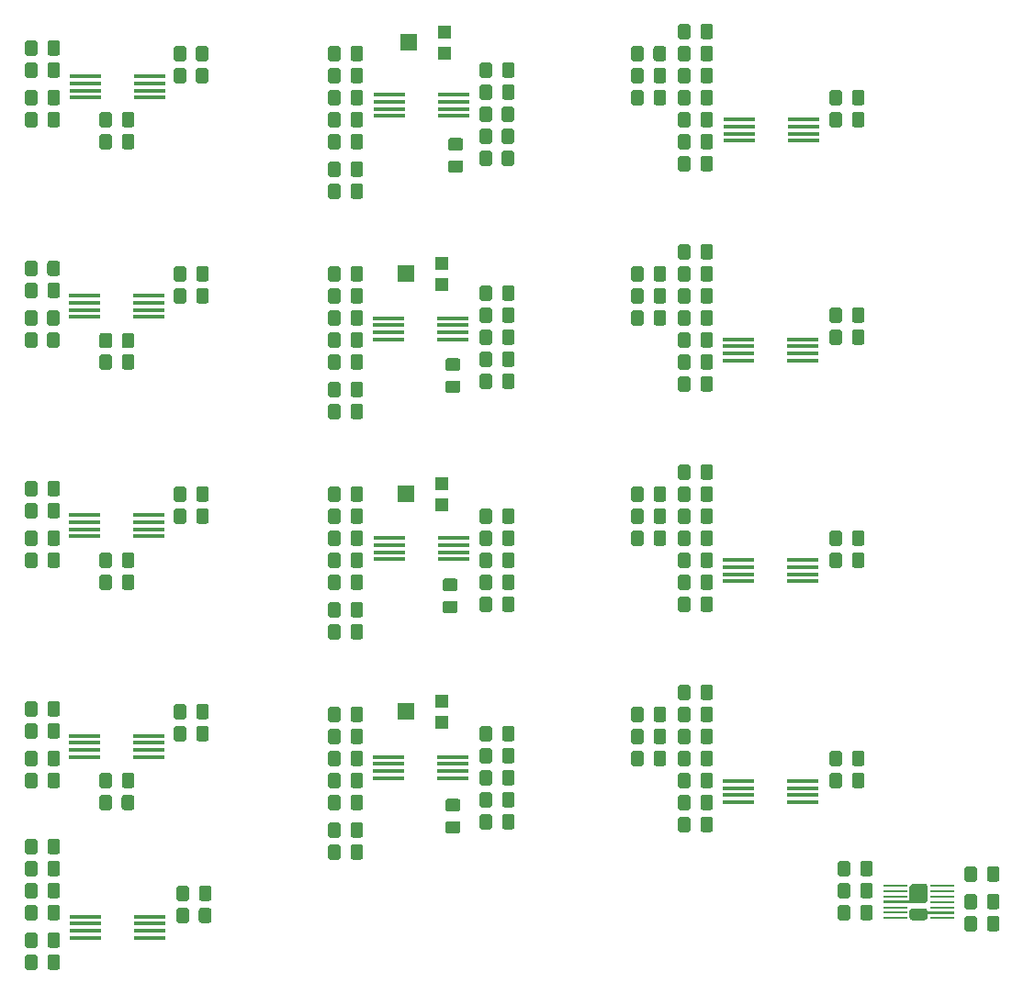
<source format=gbr>
G04 #@! TF.GenerationSoftware,KiCad,Pcbnew,(5.1.5)-3*
G04 #@! TF.CreationDate,2020-08-20T20:48:59-04:00*
G04 #@! TF.ProjectId,carte_v1,63617274-655f-4763-912e-6b696361645f,rev?*
G04 #@! TF.SameCoordinates,Original*
G04 #@! TF.FileFunction,Paste,Top*
G04 #@! TF.FilePolarity,Positive*
%FSLAX46Y46*%
G04 Gerber Fmt 4.6, Leading zero omitted, Abs format (unit mm)*
G04 Created by KiCad (PCBNEW (5.1.5)-3) date 2020-08-20 20:48:59*
%MOMM*%
%LPD*%
G04 APERTURE LIST*
%ADD10C,0.100000*%
%ADD11R,2.200000X0.250000*%
%ADD12R,1.500000X1.600000*%
%ADD13R,1.200000X1.200000*%
%ADD14R,3.000000X0.450000*%
G04 APERTURE END LIST*
D10*
G36*
X179645000Y-128904301D02*
G01*
X179657267Y-128904301D01*
X179681683Y-128906706D01*
X179705745Y-128911492D01*
X179729222Y-128918614D01*
X179751889Y-128928003D01*
X179773526Y-128939568D01*
X179793925Y-128953198D01*
X179812890Y-128968762D01*
X179830238Y-128986110D01*
X179845802Y-129005075D01*
X179859432Y-129025474D01*
X179870997Y-129047111D01*
X179880386Y-129069778D01*
X179887508Y-129093255D01*
X179892294Y-129117317D01*
X179894699Y-129141733D01*
X179894699Y-129154000D01*
X179895000Y-129154000D01*
X179895000Y-130434000D01*
X179894699Y-130434000D01*
X179894699Y-130446267D01*
X179892294Y-130470683D01*
X179887508Y-130494745D01*
X179880386Y-130518222D01*
X179870997Y-130540889D01*
X179859432Y-130562526D01*
X179845802Y-130582925D01*
X179830238Y-130601890D01*
X179812890Y-130619238D01*
X179793925Y-130634802D01*
X179773526Y-130648432D01*
X179751889Y-130659997D01*
X179729222Y-130669386D01*
X179705745Y-130676508D01*
X179681683Y-130681294D01*
X179657267Y-130683699D01*
X179645000Y-130683699D01*
X179645000Y-130684000D01*
X178290000Y-130684000D01*
X178190000Y-130709000D01*
X175820000Y-130709000D01*
X175820000Y-130459000D01*
X177994500Y-130459000D01*
X177994510Y-130458902D01*
X177994538Y-130458809D01*
X177994584Y-130458722D01*
X177994646Y-130458646D01*
X177994722Y-130458584D01*
X177994809Y-130458538D01*
X177994950Y-130458502D01*
X178044903Y-130453507D01*
X178092801Y-130438539D01*
X178134723Y-130415581D01*
X178172642Y-130384647D01*
X178203579Y-130345727D01*
X178225536Y-130304807D01*
X178239508Y-130257901D01*
X178244503Y-130208949D01*
X178244522Y-130208853D01*
X178244560Y-130208763D01*
X178244615Y-130208681D01*
X178244684Y-130208612D01*
X178244766Y-130208558D01*
X178244857Y-130208521D01*
X178244953Y-130208502D01*
X178245000Y-130208502D01*
X178245000Y-129154000D01*
X178495000Y-128904000D01*
X179645000Y-128904000D01*
X179645000Y-128904301D01*
G37*
G36*
X179645000Y-131194301D02*
G01*
X179657267Y-131194301D01*
X179681683Y-131196706D01*
X179705745Y-131201492D01*
X179729222Y-131208614D01*
X179751889Y-131218003D01*
X179773526Y-131229568D01*
X179793925Y-131243198D01*
X179812890Y-131258762D01*
X179830238Y-131276110D01*
X179845802Y-131295075D01*
X179859432Y-131315474D01*
X179870997Y-131337111D01*
X179880386Y-131359778D01*
X179887508Y-131383255D01*
X179892294Y-131407317D01*
X179894699Y-131431733D01*
X179894699Y-131444000D01*
X179895000Y-131444000D01*
X179895000Y-131459000D01*
X182320000Y-131459000D01*
X182320000Y-131709000D01*
X179895000Y-131709000D01*
X179895000Y-132014000D01*
X179894699Y-132014000D01*
X179894699Y-132026267D01*
X179892294Y-132050683D01*
X179887508Y-132074745D01*
X179880386Y-132098222D01*
X179870997Y-132120889D01*
X179859432Y-132142526D01*
X179845802Y-132162925D01*
X179830238Y-132181890D01*
X179812890Y-132199238D01*
X179793925Y-132214802D01*
X179773526Y-132228432D01*
X179751889Y-132239997D01*
X179729222Y-132249386D01*
X179705745Y-132256508D01*
X179681683Y-132261294D01*
X179657267Y-132263699D01*
X179645000Y-132263699D01*
X179645000Y-132264000D01*
X178495000Y-132264000D01*
X178495000Y-132263699D01*
X178482733Y-132263699D01*
X178458317Y-132261294D01*
X178434255Y-132256508D01*
X178410778Y-132249386D01*
X178388111Y-132239997D01*
X178366474Y-132228432D01*
X178346075Y-132214802D01*
X178327110Y-132199238D01*
X178309762Y-132181890D01*
X178294198Y-132162925D01*
X178280568Y-132142526D01*
X178269003Y-132120889D01*
X178259614Y-132098222D01*
X178252492Y-132074745D01*
X178247706Y-132050683D01*
X178245301Y-132026267D01*
X178245301Y-132014000D01*
X178245000Y-132014000D01*
X178245000Y-131444000D01*
X178245301Y-131444000D01*
X178245301Y-131431733D01*
X178247706Y-131407317D01*
X178252492Y-131383255D01*
X178259614Y-131359778D01*
X178269003Y-131337111D01*
X178280568Y-131315474D01*
X178294198Y-131295075D01*
X178309762Y-131276110D01*
X178327110Y-131258762D01*
X178346075Y-131243198D01*
X178366474Y-131229568D01*
X178388111Y-131218003D01*
X178410778Y-131208614D01*
X178434255Y-131201492D01*
X178458317Y-131196706D01*
X178482733Y-131194301D01*
X178495000Y-131194301D01*
X178495000Y-131194000D01*
X179645000Y-131194000D01*
X179645000Y-131194301D01*
G37*
D11*
X176920000Y-129084000D03*
X176920000Y-129584000D03*
X176920000Y-130084000D03*
X176920000Y-131084000D03*
X176920000Y-131584000D03*
X176920000Y-132084000D03*
X181220000Y-132084000D03*
X181220000Y-131084000D03*
X181220000Y-130584000D03*
X181220000Y-130084000D03*
X181220000Y-129584000D03*
X181220000Y-129084000D03*
D10*
G36*
X113651505Y-129095204D02*
G01*
X113675773Y-129098804D01*
X113699572Y-129104765D01*
X113722671Y-129113030D01*
X113744850Y-129123520D01*
X113765893Y-129136132D01*
X113785599Y-129150747D01*
X113803777Y-129167223D01*
X113820253Y-129185401D01*
X113834868Y-129205107D01*
X113847480Y-129226150D01*
X113857970Y-129248329D01*
X113866235Y-129271428D01*
X113872196Y-129295227D01*
X113875796Y-129319495D01*
X113877000Y-129343999D01*
X113877000Y-130244001D01*
X113875796Y-130268505D01*
X113872196Y-130292773D01*
X113866235Y-130316572D01*
X113857970Y-130339671D01*
X113847480Y-130361850D01*
X113834868Y-130382893D01*
X113820253Y-130402599D01*
X113803777Y-130420777D01*
X113785599Y-130437253D01*
X113765893Y-130451868D01*
X113744850Y-130464480D01*
X113722671Y-130474970D01*
X113699572Y-130483235D01*
X113675773Y-130489196D01*
X113651505Y-130492796D01*
X113627001Y-130494000D01*
X112976999Y-130494000D01*
X112952495Y-130492796D01*
X112928227Y-130489196D01*
X112904428Y-130483235D01*
X112881329Y-130474970D01*
X112859150Y-130464480D01*
X112838107Y-130451868D01*
X112818401Y-130437253D01*
X112800223Y-130420777D01*
X112783747Y-130402599D01*
X112769132Y-130382893D01*
X112756520Y-130361850D01*
X112746030Y-130339671D01*
X112737765Y-130316572D01*
X112731804Y-130292773D01*
X112728204Y-130268505D01*
X112727000Y-130244001D01*
X112727000Y-129343999D01*
X112728204Y-129319495D01*
X112731804Y-129295227D01*
X112737765Y-129271428D01*
X112746030Y-129248329D01*
X112756520Y-129226150D01*
X112769132Y-129205107D01*
X112783747Y-129185401D01*
X112800223Y-129167223D01*
X112818401Y-129150747D01*
X112838107Y-129136132D01*
X112859150Y-129123520D01*
X112881329Y-129113030D01*
X112904428Y-129104765D01*
X112928227Y-129098804D01*
X112952495Y-129095204D01*
X112976999Y-129094000D01*
X113627001Y-129094000D01*
X113651505Y-129095204D01*
G37*
G36*
X111601505Y-129095204D02*
G01*
X111625773Y-129098804D01*
X111649572Y-129104765D01*
X111672671Y-129113030D01*
X111694850Y-129123520D01*
X111715893Y-129136132D01*
X111735599Y-129150747D01*
X111753777Y-129167223D01*
X111770253Y-129185401D01*
X111784868Y-129205107D01*
X111797480Y-129226150D01*
X111807970Y-129248329D01*
X111816235Y-129271428D01*
X111822196Y-129295227D01*
X111825796Y-129319495D01*
X111827000Y-129343999D01*
X111827000Y-130244001D01*
X111825796Y-130268505D01*
X111822196Y-130292773D01*
X111816235Y-130316572D01*
X111807970Y-130339671D01*
X111797480Y-130361850D01*
X111784868Y-130382893D01*
X111770253Y-130402599D01*
X111753777Y-130420777D01*
X111735599Y-130437253D01*
X111715893Y-130451868D01*
X111694850Y-130464480D01*
X111672671Y-130474970D01*
X111649572Y-130483235D01*
X111625773Y-130489196D01*
X111601505Y-130492796D01*
X111577001Y-130494000D01*
X110926999Y-130494000D01*
X110902495Y-130492796D01*
X110878227Y-130489196D01*
X110854428Y-130483235D01*
X110831329Y-130474970D01*
X110809150Y-130464480D01*
X110788107Y-130451868D01*
X110768401Y-130437253D01*
X110750223Y-130420777D01*
X110733747Y-130402599D01*
X110719132Y-130382893D01*
X110706520Y-130361850D01*
X110696030Y-130339671D01*
X110687765Y-130316572D01*
X110681804Y-130292773D01*
X110678204Y-130268505D01*
X110677000Y-130244001D01*
X110677000Y-129343999D01*
X110678204Y-129319495D01*
X110681804Y-129295227D01*
X110687765Y-129271428D01*
X110696030Y-129248329D01*
X110706520Y-129226150D01*
X110719132Y-129205107D01*
X110733747Y-129185401D01*
X110750223Y-129167223D01*
X110768401Y-129150747D01*
X110788107Y-129136132D01*
X110809150Y-129123520D01*
X110831329Y-129113030D01*
X110854428Y-129104765D01*
X110878227Y-129098804D01*
X110902495Y-129095204D01*
X110926999Y-129094000D01*
X111577001Y-129094000D01*
X111601505Y-129095204D01*
G37*
G36*
X111592505Y-131127204D02*
G01*
X111616773Y-131130804D01*
X111640572Y-131136765D01*
X111663671Y-131145030D01*
X111685850Y-131155520D01*
X111706893Y-131168132D01*
X111726599Y-131182747D01*
X111744777Y-131199223D01*
X111761253Y-131217401D01*
X111775868Y-131237107D01*
X111788480Y-131258150D01*
X111798970Y-131280329D01*
X111807235Y-131303428D01*
X111813196Y-131327227D01*
X111816796Y-131351495D01*
X111818000Y-131375999D01*
X111818000Y-132276001D01*
X111816796Y-132300505D01*
X111813196Y-132324773D01*
X111807235Y-132348572D01*
X111798970Y-132371671D01*
X111788480Y-132393850D01*
X111775868Y-132414893D01*
X111761253Y-132434599D01*
X111744777Y-132452777D01*
X111726599Y-132469253D01*
X111706893Y-132483868D01*
X111685850Y-132496480D01*
X111663671Y-132506970D01*
X111640572Y-132515235D01*
X111616773Y-132521196D01*
X111592505Y-132524796D01*
X111568001Y-132526000D01*
X110917999Y-132526000D01*
X110893495Y-132524796D01*
X110869227Y-132521196D01*
X110845428Y-132515235D01*
X110822329Y-132506970D01*
X110800150Y-132496480D01*
X110779107Y-132483868D01*
X110759401Y-132469253D01*
X110741223Y-132452777D01*
X110724747Y-132434599D01*
X110710132Y-132414893D01*
X110697520Y-132393850D01*
X110687030Y-132371671D01*
X110678765Y-132348572D01*
X110672804Y-132324773D01*
X110669204Y-132300505D01*
X110668000Y-132276001D01*
X110668000Y-131375999D01*
X110669204Y-131351495D01*
X110672804Y-131327227D01*
X110678765Y-131303428D01*
X110687030Y-131280329D01*
X110697520Y-131258150D01*
X110710132Y-131237107D01*
X110724747Y-131217401D01*
X110741223Y-131199223D01*
X110759401Y-131182747D01*
X110779107Y-131168132D01*
X110800150Y-131155520D01*
X110822329Y-131145030D01*
X110845428Y-131136765D01*
X110869227Y-131130804D01*
X110893495Y-131127204D01*
X110917999Y-131126000D01*
X111568001Y-131126000D01*
X111592505Y-131127204D01*
G37*
G36*
X113642505Y-131127204D02*
G01*
X113666773Y-131130804D01*
X113690572Y-131136765D01*
X113713671Y-131145030D01*
X113735850Y-131155520D01*
X113756893Y-131168132D01*
X113776599Y-131182747D01*
X113794777Y-131199223D01*
X113811253Y-131217401D01*
X113825868Y-131237107D01*
X113838480Y-131258150D01*
X113848970Y-131280329D01*
X113857235Y-131303428D01*
X113863196Y-131327227D01*
X113866796Y-131351495D01*
X113868000Y-131375999D01*
X113868000Y-132276001D01*
X113866796Y-132300505D01*
X113863196Y-132324773D01*
X113857235Y-132348572D01*
X113848970Y-132371671D01*
X113838480Y-132393850D01*
X113825868Y-132414893D01*
X113811253Y-132434599D01*
X113794777Y-132452777D01*
X113776599Y-132469253D01*
X113756893Y-132483868D01*
X113735850Y-132496480D01*
X113713671Y-132506970D01*
X113690572Y-132515235D01*
X113666773Y-132521196D01*
X113642505Y-132524796D01*
X113618001Y-132526000D01*
X112967999Y-132526000D01*
X112943495Y-132524796D01*
X112919227Y-132521196D01*
X112895428Y-132515235D01*
X112872329Y-132506970D01*
X112850150Y-132496480D01*
X112829107Y-132483868D01*
X112809401Y-132469253D01*
X112791223Y-132452777D01*
X112774747Y-132434599D01*
X112760132Y-132414893D01*
X112747520Y-132393850D01*
X112737030Y-132371671D01*
X112728765Y-132348572D01*
X112722804Y-132324773D01*
X112719204Y-132300505D01*
X112718000Y-132276001D01*
X112718000Y-131375999D01*
X112719204Y-131351495D01*
X112722804Y-131327227D01*
X112728765Y-131303428D01*
X112737030Y-131280329D01*
X112747520Y-131258150D01*
X112760132Y-131237107D01*
X112774747Y-131217401D01*
X112791223Y-131199223D01*
X112809401Y-131182747D01*
X112829107Y-131168132D01*
X112850150Y-131155520D01*
X112872329Y-131145030D01*
X112895428Y-131136765D01*
X112919227Y-131130804D01*
X112943495Y-131127204D01*
X112967999Y-131126000D01*
X113618001Y-131126000D01*
X113642505Y-131127204D01*
G37*
G36*
X97631505Y-133413204D02*
G01*
X97655773Y-133416804D01*
X97679572Y-133422765D01*
X97702671Y-133431030D01*
X97724850Y-133441520D01*
X97745893Y-133454132D01*
X97765599Y-133468747D01*
X97783777Y-133485223D01*
X97800253Y-133503401D01*
X97814868Y-133523107D01*
X97827480Y-133544150D01*
X97837970Y-133566329D01*
X97846235Y-133589428D01*
X97852196Y-133613227D01*
X97855796Y-133637495D01*
X97857000Y-133661999D01*
X97857000Y-134562001D01*
X97855796Y-134586505D01*
X97852196Y-134610773D01*
X97846235Y-134634572D01*
X97837970Y-134657671D01*
X97827480Y-134679850D01*
X97814868Y-134700893D01*
X97800253Y-134720599D01*
X97783777Y-134738777D01*
X97765599Y-134755253D01*
X97745893Y-134769868D01*
X97724850Y-134782480D01*
X97702671Y-134792970D01*
X97679572Y-134801235D01*
X97655773Y-134807196D01*
X97631505Y-134810796D01*
X97607001Y-134812000D01*
X96956999Y-134812000D01*
X96932495Y-134810796D01*
X96908227Y-134807196D01*
X96884428Y-134801235D01*
X96861329Y-134792970D01*
X96839150Y-134782480D01*
X96818107Y-134769868D01*
X96798401Y-134755253D01*
X96780223Y-134738777D01*
X96763747Y-134720599D01*
X96749132Y-134700893D01*
X96736520Y-134679850D01*
X96726030Y-134657671D01*
X96717765Y-134634572D01*
X96711804Y-134610773D01*
X96708204Y-134586505D01*
X96707000Y-134562001D01*
X96707000Y-133661999D01*
X96708204Y-133637495D01*
X96711804Y-133613227D01*
X96717765Y-133589428D01*
X96726030Y-133566329D01*
X96736520Y-133544150D01*
X96749132Y-133523107D01*
X96763747Y-133503401D01*
X96780223Y-133485223D01*
X96798401Y-133468747D01*
X96818107Y-133454132D01*
X96839150Y-133441520D01*
X96861329Y-133431030D01*
X96884428Y-133422765D01*
X96908227Y-133416804D01*
X96932495Y-133413204D01*
X96956999Y-133412000D01*
X97607001Y-133412000D01*
X97631505Y-133413204D01*
G37*
G36*
X99681505Y-133413204D02*
G01*
X99705773Y-133416804D01*
X99729572Y-133422765D01*
X99752671Y-133431030D01*
X99774850Y-133441520D01*
X99795893Y-133454132D01*
X99815599Y-133468747D01*
X99833777Y-133485223D01*
X99850253Y-133503401D01*
X99864868Y-133523107D01*
X99877480Y-133544150D01*
X99887970Y-133566329D01*
X99896235Y-133589428D01*
X99902196Y-133613227D01*
X99905796Y-133637495D01*
X99907000Y-133661999D01*
X99907000Y-134562001D01*
X99905796Y-134586505D01*
X99902196Y-134610773D01*
X99896235Y-134634572D01*
X99887970Y-134657671D01*
X99877480Y-134679850D01*
X99864868Y-134700893D01*
X99850253Y-134720599D01*
X99833777Y-134738777D01*
X99815599Y-134755253D01*
X99795893Y-134769868D01*
X99774850Y-134782480D01*
X99752671Y-134792970D01*
X99729572Y-134801235D01*
X99705773Y-134807196D01*
X99681505Y-134810796D01*
X99657001Y-134812000D01*
X99006999Y-134812000D01*
X98982495Y-134810796D01*
X98958227Y-134807196D01*
X98934428Y-134801235D01*
X98911329Y-134792970D01*
X98889150Y-134782480D01*
X98868107Y-134769868D01*
X98848401Y-134755253D01*
X98830223Y-134738777D01*
X98813747Y-134720599D01*
X98799132Y-134700893D01*
X98786520Y-134679850D01*
X98776030Y-134657671D01*
X98767765Y-134634572D01*
X98761804Y-134610773D01*
X98758204Y-134586505D01*
X98757000Y-134562001D01*
X98757000Y-133661999D01*
X98758204Y-133637495D01*
X98761804Y-133613227D01*
X98767765Y-133589428D01*
X98776030Y-133566329D01*
X98786520Y-133544150D01*
X98799132Y-133523107D01*
X98813747Y-133503401D01*
X98830223Y-133485223D01*
X98848401Y-133468747D01*
X98868107Y-133454132D01*
X98889150Y-133441520D01*
X98911329Y-133431030D01*
X98934428Y-133422765D01*
X98958227Y-133416804D01*
X98982495Y-133413204D01*
X99006999Y-133412000D01*
X99657001Y-133412000D01*
X99681505Y-133413204D01*
G37*
G36*
X99681505Y-135445204D02*
G01*
X99705773Y-135448804D01*
X99729572Y-135454765D01*
X99752671Y-135463030D01*
X99774850Y-135473520D01*
X99795893Y-135486132D01*
X99815599Y-135500747D01*
X99833777Y-135517223D01*
X99850253Y-135535401D01*
X99864868Y-135555107D01*
X99877480Y-135576150D01*
X99887970Y-135598329D01*
X99896235Y-135621428D01*
X99902196Y-135645227D01*
X99905796Y-135669495D01*
X99907000Y-135693999D01*
X99907000Y-136594001D01*
X99905796Y-136618505D01*
X99902196Y-136642773D01*
X99896235Y-136666572D01*
X99887970Y-136689671D01*
X99877480Y-136711850D01*
X99864868Y-136732893D01*
X99850253Y-136752599D01*
X99833777Y-136770777D01*
X99815599Y-136787253D01*
X99795893Y-136801868D01*
X99774850Y-136814480D01*
X99752671Y-136824970D01*
X99729572Y-136833235D01*
X99705773Y-136839196D01*
X99681505Y-136842796D01*
X99657001Y-136844000D01*
X99006999Y-136844000D01*
X98982495Y-136842796D01*
X98958227Y-136839196D01*
X98934428Y-136833235D01*
X98911329Y-136824970D01*
X98889150Y-136814480D01*
X98868107Y-136801868D01*
X98848401Y-136787253D01*
X98830223Y-136770777D01*
X98813747Y-136752599D01*
X98799132Y-136732893D01*
X98786520Y-136711850D01*
X98776030Y-136689671D01*
X98767765Y-136666572D01*
X98761804Y-136642773D01*
X98758204Y-136618505D01*
X98757000Y-136594001D01*
X98757000Y-135693999D01*
X98758204Y-135669495D01*
X98761804Y-135645227D01*
X98767765Y-135621428D01*
X98776030Y-135598329D01*
X98786520Y-135576150D01*
X98799132Y-135555107D01*
X98813747Y-135535401D01*
X98830223Y-135517223D01*
X98848401Y-135500747D01*
X98868107Y-135486132D01*
X98889150Y-135473520D01*
X98911329Y-135463030D01*
X98934428Y-135454765D01*
X98958227Y-135448804D01*
X98982495Y-135445204D01*
X99006999Y-135444000D01*
X99657001Y-135444000D01*
X99681505Y-135445204D01*
G37*
G36*
X97631505Y-135445204D02*
G01*
X97655773Y-135448804D01*
X97679572Y-135454765D01*
X97702671Y-135463030D01*
X97724850Y-135473520D01*
X97745893Y-135486132D01*
X97765599Y-135500747D01*
X97783777Y-135517223D01*
X97800253Y-135535401D01*
X97814868Y-135555107D01*
X97827480Y-135576150D01*
X97837970Y-135598329D01*
X97846235Y-135621428D01*
X97852196Y-135645227D01*
X97855796Y-135669495D01*
X97857000Y-135693999D01*
X97857000Y-136594001D01*
X97855796Y-136618505D01*
X97852196Y-136642773D01*
X97846235Y-136666572D01*
X97837970Y-136689671D01*
X97827480Y-136711850D01*
X97814868Y-136732893D01*
X97800253Y-136752599D01*
X97783777Y-136770777D01*
X97765599Y-136787253D01*
X97745893Y-136801868D01*
X97724850Y-136814480D01*
X97702671Y-136824970D01*
X97679572Y-136833235D01*
X97655773Y-136839196D01*
X97631505Y-136842796D01*
X97607001Y-136844000D01*
X96956999Y-136844000D01*
X96932495Y-136842796D01*
X96908227Y-136839196D01*
X96884428Y-136833235D01*
X96861329Y-136824970D01*
X96839150Y-136814480D01*
X96818107Y-136801868D01*
X96798401Y-136787253D01*
X96780223Y-136770777D01*
X96763747Y-136752599D01*
X96749132Y-136732893D01*
X96736520Y-136711850D01*
X96726030Y-136689671D01*
X96717765Y-136666572D01*
X96711804Y-136642773D01*
X96708204Y-136618505D01*
X96707000Y-136594001D01*
X96707000Y-135693999D01*
X96708204Y-135669495D01*
X96711804Y-135645227D01*
X96717765Y-135621428D01*
X96726030Y-135598329D01*
X96736520Y-135576150D01*
X96749132Y-135555107D01*
X96763747Y-135535401D01*
X96780223Y-135517223D01*
X96798401Y-135500747D01*
X96818107Y-135486132D01*
X96839150Y-135473520D01*
X96861329Y-135463030D01*
X96884428Y-135454765D01*
X96908227Y-135448804D01*
X96932495Y-135445204D01*
X96956999Y-135444000D01*
X97607001Y-135444000D01*
X97631505Y-135445204D01*
G37*
G36*
X184245505Y-131889204D02*
G01*
X184269773Y-131892804D01*
X184293572Y-131898765D01*
X184316671Y-131907030D01*
X184338850Y-131917520D01*
X184359893Y-131930132D01*
X184379599Y-131944747D01*
X184397777Y-131961223D01*
X184414253Y-131979401D01*
X184428868Y-131999107D01*
X184441480Y-132020150D01*
X184451970Y-132042329D01*
X184460235Y-132065428D01*
X184466196Y-132089227D01*
X184469796Y-132113495D01*
X184471000Y-132137999D01*
X184471000Y-133038001D01*
X184469796Y-133062505D01*
X184466196Y-133086773D01*
X184460235Y-133110572D01*
X184451970Y-133133671D01*
X184441480Y-133155850D01*
X184428868Y-133176893D01*
X184414253Y-133196599D01*
X184397777Y-133214777D01*
X184379599Y-133231253D01*
X184359893Y-133245868D01*
X184338850Y-133258480D01*
X184316671Y-133268970D01*
X184293572Y-133277235D01*
X184269773Y-133283196D01*
X184245505Y-133286796D01*
X184221001Y-133288000D01*
X183570999Y-133288000D01*
X183546495Y-133286796D01*
X183522227Y-133283196D01*
X183498428Y-133277235D01*
X183475329Y-133268970D01*
X183453150Y-133258480D01*
X183432107Y-133245868D01*
X183412401Y-133231253D01*
X183394223Y-133214777D01*
X183377747Y-133196599D01*
X183363132Y-133176893D01*
X183350520Y-133155850D01*
X183340030Y-133133671D01*
X183331765Y-133110572D01*
X183325804Y-133086773D01*
X183322204Y-133062505D01*
X183321000Y-133038001D01*
X183321000Y-132137999D01*
X183322204Y-132113495D01*
X183325804Y-132089227D01*
X183331765Y-132065428D01*
X183340030Y-132042329D01*
X183350520Y-132020150D01*
X183363132Y-131999107D01*
X183377747Y-131979401D01*
X183394223Y-131961223D01*
X183412401Y-131944747D01*
X183432107Y-131930132D01*
X183453150Y-131917520D01*
X183475329Y-131907030D01*
X183498428Y-131898765D01*
X183522227Y-131892804D01*
X183546495Y-131889204D01*
X183570999Y-131888000D01*
X184221001Y-131888000D01*
X184245505Y-131889204D01*
G37*
G36*
X186295505Y-131889204D02*
G01*
X186319773Y-131892804D01*
X186343572Y-131898765D01*
X186366671Y-131907030D01*
X186388850Y-131917520D01*
X186409893Y-131930132D01*
X186429599Y-131944747D01*
X186447777Y-131961223D01*
X186464253Y-131979401D01*
X186478868Y-131999107D01*
X186491480Y-132020150D01*
X186501970Y-132042329D01*
X186510235Y-132065428D01*
X186516196Y-132089227D01*
X186519796Y-132113495D01*
X186521000Y-132137999D01*
X186521000Y-133038001D01*
X186519796Y-133062505D01*
X186516196Y-133086773D01*
X186510235Y-133110572D01*
X186501970Y-133133671D01*
X186491480Y-133155850D01*
X186478868Y-133176893D01*
X186464253Y-133196599D01*
X186447777Y-133214777D01*
X186429599Y-133231253D01*
X186409893Y-133245868D01*
X186388850Y-133258480D01*
X186366671Y-133268970D01*
X186343572Y-133277235D01*
X186319773Y-133283196D01*
X186295505Y-133286796D01*
X186271001Y-133288000D01*
X185620999Y-133288000D01*
X185596495Y-133286796D01*
X185572227Y-133283196D01*
X185548428Y-133277235D01*
X185525329Y-133268970D01*
X185503150Y-133258480D01*
X185482107Y-133245868D01*
X185462401Y-133231253D01*
X185444223Y-133214777D01*
X185427747Y-133196599D01*
X185413132Y-133176893D01*
X185400520Y-133155850D01*
X185390030Y-133133671D01*
X185381765Y-133110572D01*
X185375804Y-133086773D01*
X185372204Y-133062505D01*
X185371000Y-133038001D01*
X185371000Y-132137999D01*
X185372204Y-132113495D01*
X185375804Y-132089227D01*
X185381765Y-132065428D01*
X185390030Y-132042329D01*
X185400520Y-132020150D01*
X185413132Y-131999107D01*
X185427747Y-131979401D01*
X185444223Y-131961223D01*
X185462401Y-131944747D01*
X185482107Y-131930132D01*
X185503150Y-131917520D01*
X185525329Y-131907030D01*
X185548428Y-131898765D01*
X185572227Y-131892804D01*
X185596495Y-131889204D01*
X185620999Y-131888000D01*
X186271001Y-131888000D01*
X186295505Y-131889204D01*
G37*
G36*
X174611505Y-130873204D02*
G01*
X174635773Y-130876804D01*
X174659572Y-130882765D01*
X174682671Y-130891030D01*
X174704850Y-130901520D01*
X174725893Y-130914132D01*
X174745599Y-130928747D01*
X174763777Y-130945223D01*
X174780253Y-130963401D01*
X174794868Y-130983107D01*
X174807480Y-131004150D01*
X174817970Y-131026329D01*
X174826235Y-131049428D01*
X174832196Y-131073227D01*
X174835796Y-131097495D01*
X174837000Y-131121999D01*
X174837000Y-132022001D01*
X174835796Y-132046505D01*
X174832196Y-132070773D01*
X174826235Y-132094572D01*
X174817970Y-132117671D01*
X174807480Y-132139850D01*
X174794868Y-132160893D01*
X174780253Y-132180599D01*
X174763777Y-132198777D01*
X174745599Y-132215253D01*
X174725893Y-132229868D01*
X174704850Y-132242480D01*
X174682671Y-132252970D01*
X174659572Y-132261235D01*
X174635773Y-132267196D01*
X174611505Y-132270796D01*
X174587001Y-132272000D01*
X173936999Y-132272000D01*
X173912495Y-132270796D01*
X173888227Y-132267196D01*
X173864428Y-132261235D01*
X173841329Y-132252970D01*
X173819150Y-132242480D01*
X173798107Y-132229868D01*
X173778401Y-132215253D01*
X173760223Y-132198777D01*
X173743747Y-132180599D01*
X173729132Y-132160893D01*
X173716520Y-132139850D01*
X173706030Y-132117671D01*
X173697765Y-132094572D01*
X173691804Y-132070773D01*
X173688204Y-132046505D01*
X173687000Y-132022001D01*
X173687000Y-131121999D01*
X173688204Y-131097495D01*
X173691804Y-131073227D01*
X173697765Y-131049428D01*
X173706030Y-131026329D01*
X173716520Y-131004150D01*
X173729132Y-130983107D01*
X173743747Y-130963401D01*
X173760223Y-130945223D01*
X173778401Y-130928747D01*
X173798107Y-130914132D01*
X173819150Y-130901520D01*
X173841329Y-130891030D01*
X173864428Y-130882765D01*
X173888227Y-130876804D01*
X173912495Y-130873204D01*
X173936999Y-130872000D01*
X174587001Y-130872000D01*
X174611505Y-130873204D01*
G37*
G36*
X172561505Y-130873204D02*
G01*
X172585773Y-130876804D01*
X172609572Y-130882765D01*
X172632671Y-130891030D01*
X172654850Y-130901520D01*
X172675893Y-130914132D01*
X172695599Y-130928747D01*
X172713777Y-130945223D01*
X172730253Y-130963401D01*
X172744868Y-130983107D01*
X172757480Y-131004150D01*
X172767970Y-131026329D01*
X172776235Y-131049428D01*
X172782196Y-131073227D01*
X172785796Y-131097495D01*
X172787000Y-131121999D01*
X172787000Y-132022001D01*
X172785796Y-132046505D01*
X172782196Y-132070773D01*
X172776235Y-132094572D01*
X172767970Y-132117671D01*
X172757480Y-132139850D01*
X172744868Y-132160893D01*
X172730253Y-132180599D01*
X172713777Y-132198777D01*
X172695599Y-132215253D01*
X172675893Y-132229868D01*
X172654850Y-132242480D01*
X172632671Y-132252970D01*
X172609572Y-132261235D01*
X172585773Y-132267196D01*
X172561505Y-132270796D01*
X172537001Y-132272000D01*
X171886999Y-132272000D01*
X171862495Y-132270796D01*
X171838227Y-132267196D01*
X171814428Y-132261235D01*
X171791329Y-132252970D01*
X171769150Y-132242480D01*
X171748107Y-132229868D01*
X171728401Y-132215253D01*
X171710223Y-132198777D01*
X171693747Y-132180599D01*
X171679132Y-132160893D01*
X171666520Y-132139850D01*
X171656030Y-132117671D01*
X171647765Y-132094572D01*
X171641804Y-132070773D01*
X171638204Y-132046505D01*
X171637000Y-132022001D01*
X171637000Y-131121999D01*
X171638204Y-131097495D01*
X171641804Y-131073227D01*
X171647765Y-131049428D01*
X171656030Y-131026329D01*
X171666520Y-131004150D01*
X171679132Y-130983107D01*
X171693747Y-130963401D01*
X171710223Y-130945223D01*
X171728401Y-130928747D01*
X171748107Y-130914132D01*
X171769150Y-130901520D01*
X171791329Y-130891030D01*
X171814428Y-130882765D01*
X171838227Y-130876804D01*
X171862495Y-130873204D01*
X171886999Y-130872000D01*
X172537001Y-130872000D01*
X172561505Y-130873204D01*
G37*
G36*
X174611505Y-128841204D02*
G01*
X174635773Y-128844804D01*
X174659572Y-128850765D01*
X174682671Y-128859030D01*
X174704850Y-128869520D01*
X174725893Y-128882132D01*
X174745599Y-128896747D01*
X174763777Y-128913223D01*
X174780253Y-128931401D01*
X174794868Y-128951107D01*
X174807480Y-128972150D01*
X174817970Y-128994329D01*
X174826235Y-129017428D01*
X174832196Y-129041227D01*
X174835796Y-129065495D01*
X174837000Y-129089999D01*
X174837000Y-129990001D01*
X174835796Y-130014505D01*
X174832196Y-130038773D01*
X174826235Y-130062572D01*
X174817970Y-130085671D01*
X174807480Y-130107850D01*
X174794868Y-130128893D01*
X174780253Y-130148599D01*
X174763777Y-130166777D01*
X174745599Y-130183253D01*
X174725893Y-130197868D01*
X174704850Y-130210480D01*
X174682671Y-130220970D01*
X174659572Y-130229235D01*
X174635773Y-130235196D01*
X174611505Y-130238796D01*
X174587001Y-130240000D01*
X173936999Y-130240000D01*
X173912495Y-130238796D01*
X173888227Y-130235196D01*
X173864428Y-130229235D01*
X173841329Y-130220970D01*
X173819150Y-130210480D01*
X173798107Y-130197868D01*
X173778401Y-130183253D01*
X173760223Y-130166777D01*
X173743747Y-130148599D01*
X173729132Y-130128893D01*
X173716520Y-130107850D01*
X173706030Y-130085671D01*
X173697765Y-130062572D01*
X173691804Y-130038773D01*
X173688204Y-130014505D01*
X173687000Y-129990001D01*
X173687000Y-129089999D01*
X173688204Y-129065495D01*
X173691804Y-129041227D01*
X173697765Y-129017428D01*
X173706030Y-128994329D01*
X173716520Y-128972150D01*
X173729132Y-128951107D01*
X173743747Y-128931401D01*
X173760223Y-128913223D01*
X173778401Y-128896747D01*
X173798107Y-128882132D01*
X173819150Y-128869520D01*
X173841329Y-128859030D01*
X173864428Y-128850765D01*
X173888227Y-128844804D01*
X173912495Y-128841204D01*
X173936999Y-128840000D01*
X174587001Y-128840000D01*
X174611505Y-128841204D01*
G37*
G36*
X172561505Y-128841204D02*
G01*
X172585773Y-128844804D01*
X172609572Y-128850765D01*
X172632671Y-128859030D01*
X172654850Y-128869520D01*
X172675893Y-128882132D01*
X172695599Y-128896747D01*
X172713777Y-128913223D01*
X172730253Y-128931401D01*
X172744868Y-128951107D01*
X172757480Y-128972150D01*
X172767970Y-128994329D01*
X172776235Y-129017428D01*
X172782196Y-129041227D01*
X172785796Y-129065495D01*
X172787000Y-129089999D01*
X172787000Y-129990001D01*
X172785796Y-130014505D01*
X172782196Y-130038773D01*
X172776235Y-130062572D01*
X172767970Y-130085671D01*
X172757480Y-130107850D01*
X172744868Y-130128893D01*
X172730253Y-130148599D01*
X172713777Y-130166777D01*
X172695599Y-130183253D01*
X172675893Y-130197868D01*
X172654850Y-130210480D01*
X172632671Y-130220970D01*
X172609572Y-130229235D01*
X172585773Y-130235196D01*
X172561505Y-130238796D01*
X172537001Y-130240000D01*
X171886999Y-130240000D01*
X171862495Y-130238796D01*
X171838227Y-130235196D01*
X171814428Y-130229235D01*
X171791329Y-130220970D01*
X171769150Y-130210480D01*
X171748107Y-130197868D01*
X171728401Y-130183253D01*
X171710223Y-130166777D01*
X171693747Y-130148599D01*
X171679132Y-130128893D01*
X171666520Y-130107850D01*
X171656030Y-130085671D01*
X171647765Y-130062572D01*
X171641804Y-130038773D01*
X171638204Y-130014505D01*
X171637000Y-129990001D01*
X171637000Y-129089999D01*
X171638204Y-129065495D01*
X171641804Y-129041227D01*
X171647765Y-129017428D01*
X171656030Y-128994329D01*
X171666520Y-128972150D01*
X171679132Y-128951107D01*
X171693747Y-128931401D01*
X171710223Y-128913223D01*
X171728401Y-128896747D01*
X171748107Y-128882132D01*
X171769150Y-128869520D01*
X171791329Y-128859030D01*
X171814428Y-128850765D01*
X171838227Y-128844804D01*
X171862495Y-128841204D01*
X171886999Y-128840000D01*
X172537001Y-128840000D01*
X172561505Y-128841204D01*
G37*
G36*
X184245505Y-129857204D02*
G01*
X184269773Y-129860804D01*
X184293572Y-129866765D01*
X184316671Y-129875030D01*
X184338850Y-129885520D01*
X184359893Y-129898132D01*
X184379599Y-129912747D01*
X184397777Y-129929223D01*
X184414253Y-129947401D01*
X184428868Y-129967107D01*
X184441480Y-129988150D01*
X184451970Y-130010329D01*
X184460235Y-130033428D01*
X184466196Y-130057227D01*
X184469796Y-130081495D01*
X184471000Y-130105999D01*
X184471000Y-131006001D01*
X184469796Y-131030505D01*
X184466196Y-131054773D01*
X184460235Y-131078572D01*
X184451970Y-131101671D01*
X184441480Y-131123850D01*
X184428868Y-131144893D01*
X184414253Y-131164599D01*
X184397777Y-131182777D01*
X184379599Y-131199253D01*
X184359893Y-131213868D01*
X184338850Y-131226480D01*
X184316671Y-131236970D01*
X184293572Y-131245235D01*
X184269773Y-131251196D01*
X184245505Y-131254796D01*
X184221001Y-131256000D01*
X183570999Y-131256000D01*
X183546495Y-131254796D01*
X183522227Y-131251196D01*
X183498428Y-131245235D01*
X183475329Y-131236970D01*
X183453150Y-131226480D01*
X183432107Y-131213868D01*
X183412401Y-131199253D01*
X183394223Y-131182777D01*
X183377747Y-131164599D01*
X183363132Y-131144893D01*
X183350520Y-131123850D01*
X183340030Y-131101671D01*
X183331765Y-131078572D01*
X183325804Y-131054773D01*
X183322204Y-131030505D01*
X183321000Y-131006001D01*
X183321000Y-130105999D01*
X183322204Y-130081495D01*
X183325804Y-130057227D01*
X183331765Y-130033428D01*
X183340030Y-130010329D01*
X183350520Y-129988150D01*
X183363132Y-129967107D01*
X183377747Y-129947401D01*
X183394223Y-129929223D01*
X183412401Y-129912747D01*
X183432107Y-129898132D01*
X183453150Y-129885520D01*
X183475329Y-129875030D01*
X183498428Y-129866765D01*
X183522227Y-129860804D01*
X183546495Y-129857204D01*
X183570999Y-129856000D01*
X184221001Y-129856000D01*
X184245505Y-129857204D01*
G37*
G36*
X186295505Y-129857204D02*
G01*
X186319773Y-129860804D01*
X186343572Y-129866765D01*
X186366671Y-129875030D01*
X186388850Y-129885520D01*
X186409893Y-129898132D01*
X186429599Y-129912747D01*
X186447777Y-129929223D01*
X186464253Y-129947401D01*
X186478868Y-129967107D01*
X186491480Y-129988150D01*
X186501970Y-130010329D01*
X186510235Y-130033428D01*
X186516196Y-130057227D01*
X186519796Y-130081495D01*
X186521000Y-130105999D01*
X186521000Y-131006001D01*
X186519796Y-131030505D01*
X186516196Y-131054773D01*
X186510235Y-131078572D01*
X186501970Y-131101671D01*
X186491480Y-131123850D01*
X186478868Y-131144893D01*
X186464253Y-131164599D01*
X186447777Y-131182777D01*
X186429599Y-131199253D01*
X186409893Y-131213868D01*
X186388850Y-131226480D01*
X186366671Y-131236970D01*
X186343572Y-131245235D01*
X186319773Y-131251196D01*
X186295505Y-131254796D01*
X186271001Y-131256000D01*
X185620999Y-131256000D01*
X185596495Y-131254796D01*
X185572227Y-131251196D01*
X185548428Y-131245235D01*
X185525329Y-131236970D01*
X185503150Y-131226480D01*
X185482107Y-131213868D01*
X185462401Y-131199253D01*
X185444223Y-131182777D01*
X185427747Y-131164599D01*
X185413132Y-131144893D01*
X185400520Y-131123850D01*
X185390030Y-131101671D01*
X185381765Y-131078572D01*
X185375804Y-131054773D01*
X185372204Y-131030505D01*
X185371000Y-131006001D01*
X185371000Y-130105999D01*
X185372204Y-130081495D01*
X185375804Y-130057227D01*
X185381765Y-130033428D01*
X185390030Y-130010329D01*
X185400520Y-129988150D01*
X185413132Y-129967107D01*
X185427747Y-129947401D01*
X185444223Y-129929223D01*
X185462401Y-129912747D01*
X185482107Y-129898132D01*
X185503150Y-129885520D01*
X185525329Y-129875030D01*
X185548428Y-129866765D01*
X185572227Y-129860804D01*
X185596495Y-129857204D01*
X185620999Y-129856000D01*
X186271001Y-129856000D01*
X186295505Y-129857204D01*
G37*
G36*
X174611505Y-126809204D02*
G01*
X174635773Y-126812804D01*
X174659572Y-126818765D01*
X174682671Y-126827030D01*
X174704850Y-126837520D01*
X174725893Y-126850132D01*
X174745599Y-126864747D01*
X174763777Y-126881223D01*
X174780253Y-126899401D01*
X174794868Y-126919107D01*
X174807480Y-126940150D01*
X174817970Y-126962329D01*
X174826235Y-126985428D01*
X174832196Y-127009227D01*
X174835796Y-127033495D01*
X174837000Y-127057999D01*
X174837000Y-127958001D01*
X174835796Y-127982505D01*
X174832196Y-128006773D01*
X174826235Y-128030572D01*
X174817970Y-128053671D01*
X174807480Y-128075850D01*
X174794868Y-128096893D01*
X174780253Y-128116599D01*
X174763777Y-128134777D01*
X174745599Y-128151253D01*
X174725893Y-128165868D01*
X174704850Y-128178480D01*
X174682671Y-128188970D01*
X174659572Y-128197235D01*
X174635773Y-128203196D01*
X174611505Y-128206796D01*
X174587001Y-128208000D01*
X173936999Y-128208000D01*
X173912495Y-128206796D01*
X173888227Y-128203196D01*
X173864428Y-128197235D01*
X173841329Y-128188970D01*
X173819150Y-128178480D01*
X173798107Y-128165868D01*
X173778401Y-128151253D01*
X173760223Y-128134777D01*
X173743747Y-128116599D01*
X173729132Y-128096893D01*
X173716520Y-128075850D01*
X173706030Y-128053671D01*
X173697765Y-128030572D01*
X173691804Y-128006773D01*
X173688204Y-127982505D01*
X173687000Y-127958001D01*
X173687000Y-127057999D01*
X173688204Y-127033495D01*
X173691804Y-127009227D01*
X173697765Y-126985428D01*
X173706030Y-126962329D01*
X173716520Y-126940150D01*
X173729132Y-126919107D01*
X173743747Y-126899401D01*
X173760223Y-126881223D01*
X173778401Y-126864747D01*
X173798107Y-126850132D01*
X173819150Y-126837520D01*
X173841329Y-126827030D01*
X173864428Y-126818765D01*
X173888227Y-126812804D01*
X173912495Y-126809204D01*
X173936999Y-126808000D01*
X174587001Y-126808000D01*
X174611505Y-126809204D01*
G37*
G36*
X172561505Y-126809204D02*
G01*
X172585773Y-126812804D01*
X172609572Y-126818765D01*
X172632671Y-126827030D01*
X172654850Y-126837520D01*
X172675893Y-126850132D01*
X172695599Y-126864747D01*
X172713777Y-126881223D01*
X172730253Y-126899401D01*
X172744868Y-126919107D01*
X172757480Y-126940150D01*
X172767970Y-126962329D01*
X172776235Y-126985428D01*
X172782196Y-127009227D01*
X172785796Y-127033495D01*
X172787000Y-127057999D01*
X172787000Y-127958001D01*
X172785796Y-127982505D01*
X172782196Y-128006773D01*
X172776235Y-128030572D01*
X172767970Y-128053671D01*
X172757480Y-128075850D01*
X172744868Y-128096893D01*
X172730253Y-128116599D01*
X172713777Y-128134777D01*
X172695599Y-128151253D01*
X172675893Y-128165868D01*
X172654850Y-128178480D01*
X172632671Y-128188970D01*
X172609572Y-128197235D01*
X172585773Y-128203196D01*
X172561505Y-128206796D01*
X172537001Y-128208000D01*
X171886999Y-128208000D01*
X171862495Y-128206796D01*
X171838227Y-128203196D01*
X171814428Y-128197235D01*
X171791329Y-128188970D01*
X171769150Y-128178480D01*
X171748107Y-128165868D01*
X171728401Y-128151253D01*
X171710223Y-128134777D01*
X171693747Y-128116599D01*
X171679132Y-128096893D01*
X171666520Y-128075850D01*
X171656030Y-128053671D01*
X171647765Y-128030572D01*
X171641804Y-128006773D01*
X171638204Y-127982505D01*
X171637000Y-127958001D01*
X171637000Y-127057999D01*
X171638204Y-127033495D01*
X171641804Y-127009227D01*
X171647765Y-126985428D01*
X171656030Y-126962329D01*
X171666520Y-126940150D01*
X171679132Y-126919107D01*
X171693747Y-126899401D01*
X171710223Y-126881223D01*
X171728401Y-126864747D01*
X171748107Y-126850132D01*
X171769150Y-126837520D01*
X171791329Y-126827030D01*
X171814428Y-126818765D01*
X171838227Y-126812804D01*
X171862495Y-126809204D01*
X171886999Y-126808000D01*
X172537001Y-126808000D01*
X172561505Y-126809204D01*
G37*
G36*
X184245505Y-127317204D02*
G01*
X184269773Y-127320804D01*
X184293572Y-127326765D01*
X184316671Y-127335030D01*
X184338850Y-127345520D01*
X184359893Y-127358132D01*
X184379599Y-127372747D01*
X184397777Y-127389223D01*
X184414253Y-127407401D01*
X184428868Y-127427107D01*
X184441480Y-127448150D01*
X184451970Y-127470329D01*
X184460235Y-127493428D01*
X184466196Y-127517227D01*
X184469796Y-127541495D01*
X184471000Y-127565999D01*
X184471000Y-128466001D01*
X184469796Y-128490505D01*
X184466196Y-128514773D01*
X184460235Y-128538572D01*
X184451970Y-128561671D01*
X184441480Y-128583850D01*
X184428868Y-128604893D01*
X184414253Y-128624599D01*
X184397777Y-128642777D01*
X184379599Y-128659253D01*
X184359893Y-128673868D01*
X184338850Y-128686480D01*
X184316671Y-128696970D01*
X184293572Y-128705235D01*
X184269773Y-128711196D01*
X184245505Y-128714796D01*
X184221001Y-128716000D01*
X183570999Y-128716000D01*
X183546495Y-128714796D01*
X183522227Y-128711196D01*
X183498428Y-128705235D01*
X183475329Y-128696970D01*
X183453150Y-128686480D01*
X183432107Y-128673868D01*
X183412401Y-128659253D01*
X183394223Y-128642777D01*
X183377747Y-128624599D01*
X183363132Y-128604893D01*
X183350520Y-128583850D01*
X183340030Y-128561671D01*
X183331765Y-128538572D01*
X183325804Y-128514773D01*
X183322204Y-128490505D01*
X183321000Y-128466001D01*
X183321000Y-127565999D01*
X183322204Y-127541495D01*
X183325804Y-127517227D01*
X183331765Y-127493428D01*
X183340030Y-127470329D01*
X183350520Y-127448150D01*
X183363132Y-127427107D01*
X183377747Y-127407401D01*
X183394223Y-127389223D01*
X183412401Y-127372747D01*
X183432107Y-127358132D01*
X183453150Y-127345520D01*
X183475329Y-127335030D01*
X183498428Y-127326765D01*
X183522227Y-127320804D01*
X183546495Y-127317204D01*
X183570999Y-127316000D01*
X184221001Y-127316000D01*
X184245505Y-127317204D01*
G37*
G36*
X186295505Y-127317204D02*
G01*
X186319773Y-127320804D01*
X186343572Y-127326765D01*
X186366671Y-127335030D01*
X186388850Y-127345520D01*
X186409893Y-127358132D01*
X186429599Y-127372747D01*
X186447777Y-127389223D01*
X186464253Y-127407401D01*
X186478868Y-127427107D01*
X186491480Y-127448150D01*
X186501970Y-127470329D01*
X186510235Y-127493428D01*
X186516196Y-127517227D01*
X186519796Y-127541495D01*
X186521000Y-127565999D01*
X186521000Y-128466001D01*
X186519796Y-128490505D01*
X186516196Y-128514773D01*
X186510235Y-128538572D01*
X186501970Y-128561671D01*
X186491480Y-128583850D01*
X186478868Y-128604893D01*
X186464253Y-128624599D01*
X186447777Y-128642777D01*
X186429599Y-128659253D01*
X186409893Y-128673868D01*
X186388850Y-128686480D01*
X186366671Y-128696970D01*
X186343572Y-128705235D01*
X186319773Y-128711196D01*
X186295505Y-128714796D01*
X186271001Y-128716000D01*
X185620999Y-128716000D01*
X185596495Y-128714796D01*
X185572227Y-128711196D01*
X185548428Y-128705235D01*
X185525329Y-128696970D01*
X185503150Y-128686480D01*
X185482107Y-128673868D01*
X185462401Y-128659253D01*
X185444223Y-128642777D01*
X185427747Y-128624599D01*
X185413132Y-128604893D01*
X185400520Y-128583850D01*
X185390030Y-128561671D01*
X185381765Y-128538572D01*
X185375804Y-128514773D01*
X185372204Y-128490505D01*
X185371000Y-128466001D01*
X185371000Y-127565999D01*
X185372204Y-127541495D01*
X185375804Y-127517227D01*
X185381765Y-127493428D01*
X185390030Y-127470329D01*
X185400520Y-127448150D01*
X185413132Y-127427107D01*
X185427747Y-127407401D01*
X185444223Y-127389223D01*
X185462401Y-127372747D01*
X185482107Y-127358132D01*
X185503150Y-127345520D01*
X185525329Y-127335030D01*
X185548428Y-127326765D01*
X185572227Y-127320804D01*
X185596495Y-127317204D01*
X185620999Y-127316000D01*
X186271001Y-127316000D01*
X186295505Y-127317204D01*
G37*
G36*
X113379505Y-51625204D02*
G01*
X113403773Y-51628804D01*
X113427572Y-51634765D01*
X113450671Y-51643030D01*
X113472850Y-51653520D01*
X113493893Y-51666132D01*
X113513599Y-51680747D01*
X113531777Y-51697223D01*
X113548253Y-51715401D01*
X113562868Y-51735107D01*
X113575480Y-51756150D01*
X113585970Y-51778329D01*
X113594235Y-51801428D01*
X113600196Y-51825227D01*
X113603796Y-51849495D01*
X113605000Y-51873999D01*
X113605000Y-52774001D01*
X113603796Y-52798505D01*
X113600196Y-52822773D01*
X113594235Y-52846572D01*
X113585970Y-52869671D01*
X113575480Y-52891850D01*
X113562868Y-52912893D01*
X113548253Y-52932599D01*
X113531777Y-52950777D01*
X113513599Y-52967253D01*
X113493893Y-52981868D01*
X113472850Y-52994480D01*
X113450671Y-53004970D01*
X113427572Y-53013235D01*
X113403773Y-53019196D01*
X113379505Y-53022796D01*
X113355001Y-53024000D01*
X112704999Y-53024000D01*
X112680495Y-53022796D01*
X112656227Y-53019196D01*
X112632428Y-53013235D01*
X112609329Y-53004970D01*
X112587150Y-52994480D01*
X112566107Y-52981868D01*
X112546401Y-52967253D01*
X112528223Y-52950777D01*
X112511747Y-52932599D01*
X112497132Y-52912893D01*
X112484520Y-52891850D01*
X112474030Y-52869671D01*
X112465765Y-52846572D01*
X112459804Y-52822773D01*
X112456204Y-52798505D01*
X112455000Y-52774001D01*
X112455000Y-51873999D01*
X112456204Y-51849495D01*
X112459804Y-51825227D01*
X112465765Y-51801428D01*
X112474030Y-51778329D01*
X112484520Y-51756150D01*
X112497132Y-51735107D01*
X112511747Y-51715401D01*
X112528223Y-51697223D01*
X112546401Y-51680747D01*
X112566107Y-51666132D01*
X112587150Y-51653520D01*
X112609329Y-51643030D01*
X112632428Y-51634765D01*
X112656227Y-51628804D01*
X112680495Y-51625204D01*
X112704999Y-51624000D01*
X113355001Y-51624000D01*
X113379505Y-51625204D01*
G37*
G36*
X111329505Y-51625204D02*
G01*
X111353773Y-51628804D01*
X111377572Y-51634765D01*
X111400671Y-51643030D01*
X111422850Y-51653520D01*
X111443893Y-51666132D01*
X111463599Y-51680747D01*
X111481777Y-51697223D01*
X111498253Y-51715401D01*
X111512868Y-51735107D01*
X111525480Y-51756150D01*
X111535970Y-51778329D01*
X111544235Y-51801428D01*
X111550196Y-51825227D01*
X111553796Y-51849495D01*
X111555000Y-51873999D01*
X111555000Y-52774001D01*
X111553796Y-52798505D01*
X111550196Y-52822773D01*
X111544235Y-52846572D01*
X111535970Y-52869671D01*
X111525480Y-52891850D01*
X111512868Y-52912893D01*
X111498253Y-52932599D01*
X111481777Y-52950777D01*
X111463599Y-52967253D01*
X111443893Y-52981868D01*
X111422850Y-52994480D01*
X111400671Y-53004970D01*
X111377572Y-53013235D01*
X111353773Y-53019196D01*
X111329505Y-53022796D01*
X111305001Y-53024000D01*
X110654999Y-53024000D01*
X110630495Y-53022796D01*
X110606227Y-53019196D01*
X110582428Y-53013235D01*
X110559329Y-53004970D01*
X110537150Y-52994480D01*
X110516107Y-52981868D01*
X110496401Y-52967253D01*
X110478223Y-52950777D01*
X110461747Y-52932599D01*
X110447132Y-52912893D01*
X110434520Y-52891850D01*
X110424030Y-52869671D01*
X110415765Y-52846572D01*
X110409804Y-52822773D01*
X110406204Y-52798505D01*
X110405000Y-52774001D01*
X110405000Y-51873999D01*
X110406204Y-51849495D01*
X110409804Y-51825227D01*
X110415765Y-51801428D01*
X110424030Y-51778329D01*
X110434520Y-51756150D01*
X110447132Y-51735107D01*
X110461747Y-51715401D01*
X110478223Y-51697223D01*
X110496401Y-51680747D01*
X110516107Y-51666132D01*
X110537150Y-51653520D01*
X110559329Y-51643030D01*
X110582428Y-51634765D01*
X110606227Y-51628804D01*
X110630495Y-51625204D01*
X110654999Y-51624000D01*
X111305001Y-51624000D01*
X111329505Y-51625204D01*
G37*
G36*
X111328505Y-53657204D02*
G01*
X111352773Y-53660804D01*
X111376572Y-53666765D01*
X111399671Y-53675030D01*
X111421850Y-53685520D01*
X111442893Y-53698132D01*
X111462599Y-53712747D01*
X111480777Y-53729223D01*
X111497253Y-53747401D01*
X111511868Y-53767107D01*
X111524480Y-53788150D01*
X111534970Y-53810329D01*
X111543235Y-53833428D01*
X111549196Y-53857227D01*
X111552796Y-53881495D01*
X111554000Y-53905999D01*
X111554000Y-54806001D01*
X111552796Y-54830505D01*
X111549196Y-54854773D01*
X111543235Y-54878572D01*
X111534970Y-54901671D01*
X111524480Y-54923850D01*
X111511868Y-54944893D01*
X111497253Y-54964599D01*
X111480777Y-54982777D01*
X111462599Y-54999253D01*
X111442893Y-55013868D01*
X111421850Y-55026480D01*
X111399671Y-55036970D01*
X111376572Y-55045235D01*
X111352773Y-55051196D01*
X111328505Y-55054796D01*
X111304001Y-55056000D01*
X110653999Y-55056000D01*
X110629495Y-55054796D01*
X110605227Y-55051196D01*
X110581428Y-55045235D01*
X110558329Y-55036970D01*
X110536150Y-55026480D01*
X110515107Y-55013868D01*
X110495401Y-54999253D01*
X110477223Y-54982777D01*
X110460747Y-54964599D01*
X110446132Y-54944893D01*
X110433520Y-54923850D01*
X110423030Y-54901671D01*
X110414765Y-54878572D01*
X110408804Y-54854773D01*
X110405204Y-54830505D01*
X110404000Y-54806001D01*
X110404000Y-53905999D01*
X110405204Y-53881495D01*
X110408804Y-53857227D01*
X110414765Y-53833428D01*
X110423030Y-53810329D01*
X110433520Y-53788150D01*
X110446132Y-53767107D01*
X110460747Y-53747401D01*
X110477223Y-53729223D01*
X110495401Y-53712747D01*
X110515107Y-53698132D01*
X110536150Y-53685520D01*
X110558329Y-53675030D01*
X110581428Y-53666765D01*
X110605227Y-53660804D01*
X110629495Y-53657204D01*
X110653999Y-53656000D01*
X111304001Y-53656000D01*
X111328505Y-53657204D01*
G37*
G36*
X113378505Y-53657204D02*
G01*
X113402773Y-53660804D01*
X113426572Y-53666765D01*
X113449671Y-53675030D01*
X113471850Y-53685520D01*
X113492893Y-53698132D01*
X113512599Y-53712747D01*
X113530777Y-53729223D01*
X113547253Y-53747401D01*
X113561868Y-53767107D01*
X113574480Y-53788150D01*
X113584970Y-53810329D01*
X113593235Y-53833428D01*
X113599196Y-53857227D01*
X113602796Y-53881495D01*
X113604000Y-53905999D01*
X113604000Y-54806001D01*
X113602796Y-54830505D01*
X113599196Y-54854773D01*
X113593235Y-54878572D01*
X113584970Y-54901671D01*
X113574480Y-54923850D01*
X113561868Y-54944893D01*
X113547253Y-54964599D01*
X113530777Y-54982777D01*
X113512599Y-54999253D01*
X113492893Y-55013868D01*
X113471850Y-55026480D01*
X113449671Y-55036970D01*
X113426572Y-55045235D01*
X113402773Y-55051196D01*
X113378505Y-55054796D01*
X113354001Y-55056000D01*
X112703999Y-55056000D01*
X112679495Y-55054796D01*
X112655227Y-55051196D01*
X112631428Y-55045235D01*
X112608329Y-55036970D01*
X112586150Y-55026480D01*
X112565107Y-55013868D01*
X112545401Y-54999253D01*
X112527223Y-54982777D01*
X112510747Y-54964599D01*
X112496132Y-54944893D01*
X112483520Y-54923850D01*
X112473030Y-54901671D01*
X112464765Y-54878572D01*
X112458804Y-54854773D01*
X112455204Y-54830505D01*
X112454000Y-54806001D01*
X112454000Y-53905999D01*
X112455204Y-53881495D01*
X112458804Y-53857227D01*
X112464765Y-53833428D01*
X112473030Y-53810329D01*
X112483520Y-53788150D01*
X112496132Y-53767107D01*
X112510747Y-53747401D01*
X112527223Y-53729223D01*
X112545401Y-53712747D01*
X112565107Y-53698132D01*
X112586150Y-53685520D01*
X112608329Y-53675030D01*
X112631428Y-53666765D01*
X112655227Y-53660804D01*
X112679495Y-53657204D01*
X112703999Y-53656000D01*
X113354001Y-53656000D01*
X113378505Y-53657204D01*
G37*
G36*
X97631505Y-55689204D02*
G01*
X97655773Y-55692804D01*
X97679572Y-55698765D01*
X97702671Y-55707030D01*
X97724850Y-55717520D01*
X97745893Y-55730132D01*
X97765599Y-55744747D01*
X97783777Y-55761223D01*
X97800253Y-55779401D01*
X97814868Y-55799107D01*
X97827480Y-55820150D01*
X97837970Y-55842329D01*
X97846235Y-55865428D01*
X97852196Y-55889227D01*
X97855796Y-55913495D01*
X97857000Y-55937999D01*
X97857000Y-56838001D01*
X97855796Y-56862505D01*
X97852196Y-56886773D01*
X97846235Y-56910572D01*
X97837970Y-56933671D01*
X97827480Y-56955850D01*
X97814868Y-56976893D01*
X97800253Y-56996599D01*
X97783777Y-57014777D01*
X97765599Y-57031253D01*
X97745893Y-57045868D01*
X97724850Y-57058480D01*
X97702671Y-57068970D01*
X97679572Y-57077235D01*
X97655773Y-57083196D01*
X97631505Y-57086796D01*
X97607001Y-57088000D01*
X96956999Y-57088000D01*
X96932495Y-57086796D01*
X96908227Y-57083196D01*
X96884428Y-57077235D01*
X96861329Y-57068970D01*
X96839150Y-57058480D01*
X96818107Y-57045868D01*
X96798401Y-57031253D01*
X96780223Y-57014777D01*
X96763747Y-56996599D01*
X96749132Y-56976893D01*
X96736520Y-56955850D01*
X96726030Y-56933671D01*
X96717765Y-56910572D01*
X96711804Y-56886773D01*
X96708204Y-56862505D01*
X96707000Y-56838001D01*
X96707000Y-55937999D01*
X96708204Y-55913495D01*
X96711804Y-55889227D01*
X96717765Y-55865428D01*
X96726030Y-55842329D01*
X96736520Y-55820150D01*
X96749132Y-55799107D01*
X96763747Y-55779401D01*
X96780223Y-55761223D01*
X96798401Y-55744747D01*
X96818107Y-55730132D01*
X96839150Y-55717520D01*
X96861329Y-55707030D01*
X96884428Y-55698765D01*
X96908227Y-55692804D01*
X96932495Y-55689204D01*
X96956999Y-55688000D01*
X97607001Y-55688000D01*
X97631505Y-55689204D01*
G37*
G36*
X99681505Y-55689204D02*
G01*
X99705773Y-55692804D01*
X99729572Y-55698765D01*
X99752671Y-55707030D01*
X99774850Y-55717520D01*
X99795893Y-55730132D01*
X99815599Y-55744747D01*
X99833777Y-55761223D01*
X99850253Y-55779401D01*
X99864868Y-55799107D01*
X99877480Y-55820150D01*
X99887970Y-55842329D01*
X99896235Y-55865428D01*
X99902196Y-55889227D01*
X99905796Y-55913495D01*
X99907000Y-55937999D01*
X99907000Y-56838001D01*
X99905796Y-56862505D01*
X99902196Y-56886773D01*
X99896235Y-56910572D01*
X99887970Y-56933671D01*
X99877480Y-56955850D01*
X99864868Y-56976893D01*
X99850253Y-56996599D01*
X99833777Y-57014777D01*
X99815599Y-57031253D01*
X99795893Y-57045868D01*
X99774850Y-57058480D01*
X99752671Y-57068970D01*
X99729572Y-57077235D01*
X99705773Y-57083196D01*
X99681505Y-57086796D01*
X99657001Y-57088000D01*
X99006999Y-57088000D01*
X98982495Y-57086796D01*
X98958227Y-57083196D01*
X98934428Y-57077235D01*
X98911329Y-57068970D01*
X98889150Y-57058480D01*
X98868107Y-57045868D01*
X98848401Y-57031253D01*
X98830223Y-57014777D01*
X98813747Y-56996599D01*
X98799132Y-56976893D01*
X98786520Y-56955850D01*
X98776030Y-56933671D01*
X98767765Y-56910572D01*
X98761804Y-56886773D01*
X98758204Y-56862505D01*
X98757000Y-56838001D01*
X98757000Y-55937999D01*
X98758204Y-55913495D01*
X98761804Y-55889227D01*
X98767765Y-55865428D01*
X98776030Y-55842329D01*
X98786520Y-55820150D01*
X98799132Y-55799107D01*
X98813747Y-55779401D01*
X98830223Y-55761223D01*
X98848401Y-55744747D01*
X98868107Y-55730132D01*
X98889150Y-55717520D01*
X98911329Y-55707030D01*
X98934428Y-55698765D01*
X98958227Y-55692804D01*
X98982495Y-55689204D01*
X99006999Y-55688000D01*
X99657001Y-55688000D01*
X99681505Y-55689204D01*
G37*
G36*
X99681505Y-57721204D02*
G01*
X99705773Y-57724804D01*
X99729572Y-57730765D01*
X99752671Y-57739030D01*
X99774850Y-57749520D01*
X99795893Y-57762132D01*
X99815599Y-57776747D01*
X99833777Y-57793223D01*
X99850253Y-57811401D01*
X99864868Y-57831107D01*
X99877480Y-57852150D01*
X99887970Y-57874329D01*
X99896235Y-57897428D01*
X99902196Y-57921227D01*
X99905796Y-57945495D01*
X99907000Y-57969999D01*
X99907000Y-58870001D01*
X99905796Y-58894505D01*
X99902196Y-58918773D01*
X99896235Y-58942572D01*
X99887970Y-58965671D01*
X99877480Y-58987850D01*
X99864868Y-59008893D01*
X99850253Y-59028599D01*
X99833777Y-59046777D01*
X99815599Y-59063253D01*
X99795893Y-59077868D01*
X99774850Y-59090480D01*
X99752671Y-59100970D01*
X99729572Y-59109235D01*
X99705773Y-59115196D01*
X99681505Y-59118796D01*
X99657001Y-59120000D01*
X99006999Y-59120000D01*
X98982495Y-59118796D01*
X98958227Y-59115196D01*
X98934428Y-59109235D01*
X98911329Y-59100970D01*
X98889150Y-59090480D01*
X98868107Y-59077868D01*
X98848401Y-59063253D01*
X98830223Y-59046777D01*
X98813747Y-59028599D01*
X98799132Y-59008893D01*
X98786520Y-58987850D01*
X98776030Y-58965671D01*
X98767765Y-58942572D01*
X98761804Y-58918773D01*
X98758204Y-58894505D01*
X98757000Y-58870001D01*
X98757000Y-57969999D01*
X98758204Y-57945495D01*
X98761804Y-57921227D01*
X98767765Y-57897428D01*
X98776030Y-57874329D01*
X98786520Y-57852150D01*
X98799132Y-57831107D01*
X98813747Y-57811401D01*
X98830223Y-57793223D01*
X98848401Y-57776747D01*
X98868107Y-57762132D01*
X98889150Y-57749520D01*
X98911329Y-57739030D01*
X98934428Y-57730765D01*
X98958227Y-57724804D01*
X98982495Y-57721204D01*
X99006999Y-57720000D01*
X99657001Y-57720000D01*
X99681505Y-57721204D01*
G37*
G36*
X97631505Y-57721204D02*
G01*
X97655773Y-57724804D01*
X97679572Y-57730765D01*
X97702671Y-57739030D01*
X97724850Y-57749520D01*
X97745893Y-57762132D01*
X97765599Y-57776747D01*
X97783777Y-57793223D01*
X97800253Y-57811401D01*
X97814868Y-57831107D01*
X97827480Y-57852150D01*
X97837970Y-57874329D01*
X97846235Y-57897428D01*
X97852196Y-57921227D01*
X97855796Y-57945495D01*
X97857000Y-57969999D01*
X97857000Y-58870001D01*
X97855796Y-58894505D01*
X97852196Y-58918773D01*
X97846235Y-58942572D01*
X97837970Y-58965671D01*
X97827480Y-58987850D01*
X97814868Y-59008893D01*
X97800253Y-59028599D01*
X97783777Y-59046777D01*
X97765599Y-59063253D01*
X97745893Y-59077868D01*
X97724850Y-59090480D01*
X97702671Y-59100970D01*
X97679572Y-59109235D01*
X97655773Y-59115196D01*
X97631505Y-59118796D01*
X97607001Y-59120000D01*
X96956999Y-59120000D01*
X96932495Y-59118796D01*
X96908227Y-59115196D01*
X96884428Y-59109235D01*
X96861329Y-59100970D01*
X96839150Y-59090480D01*
X96818107Y-59077868D01*
X96798401Y-59063253D01*
X96780223Y-59046777D01*
X96763747Y-59028599D01*
X96749132Y-59008893D01*
X96736520Y-58987850D01*
X96726030Y-58965671D01*
X96717765Y-58942572D01*
X96711804Y-58918773D01*
X96708204Y-58894505D01*
X96707000Y-58870001D01*
X96707000Y-57969999D01*
X96708204Y-57945495D01*
X96711804Y-57921227D01*
X96717765Y-57897428D01*
X96726030Y-57874329D01*
X96736520Y-57852150D01*
X96749132Y-57831107D01*
X96763747Y-57811401D01*
X96780223Y-57793223D01*
X96798401Y-57776747D01*
X96818107Y-57762132D01*
X96839150Y-57749520D01*
X96861329Y-57739030D01*
X96884428Y-57730765D01*
X96908227Y-57724804D01*
X96932495Y-57721204D01*
X96956999Y-57720000D01*
X97607001Y-57720000D01*
X97631505Y-57721204D01*
G37*
G36*
X113397505Y-71945204D02*
G01*
X113421773Y-71948804D01*
X113445572Y-71954765D01*
X113468671Y-71963030D01*
X113490850Y-71973520D01*
X113511893Y-71986132D01*
X113531599Y-72000747D01*
X113549777Y-72017223D01*
X113566253Y-72035401D01*
X113580868Y-72055107D01*
X113593480Y-72076150D01*
X113603970Y-72098329D01*
X113612235Y-72121428D01*
X113618196Y-72145227D01*
X113621796Y-72169495D01*
X113623000Y-72193999D01*
X113623000Y-73094001D01*
X113621796Y-73118505D01*
X113618196Y-73142773D01*
X113612235Y-73166572D01*
X113603970Y-73189671D01*
X113593480Y-73211850D01*
X113580868Y-73232893D01*
X113566253Y-73252599D01*
X113549777Y-73270777D01*
X113531599Y-73287253D01*
X113511893Y-73301868D01*
X113490850Y-73314480D01*
X113468671Y-73324970D01*
X113445572Y-73333235D01*
X113421773Y-73339196D01*
X113397505Y-73342796D01*
X113373001Y-73344000D01*
X112722999Y-73344000D01*
X112698495Y-73342796D01*
X112674227Y-73339196D01*
X112650428Y-73333235D01*
X112627329Y-73324970D01*
X112605150Y-73314480D01*
X112584107Y-73301868D01*
X112564401Y-73287253D01*
X112546223Y-73270777D01*
X112529747Y-73252599D01*
X112515132Y-73232893D01*
X112502520Y-73211850D01*
X112492030Y-73189671D01*
X112483765Y-73166572D01*
X112477804Y-73142773D01*
X112474204Y-73118505D01*
X112473000Y-73094001D01*
X112473000Y-72193999D01*
X112474204Y-72169495D01*
X112477804Y-72145227D01*
X112483765Y-72121428D01*
X112492030Y-72098329D01*
X112502520Y-72076150D01*
X112515132Y-72055107D01*
X112529747Y-72035401D01*
X112546223Y-72017223D01*
X112564401Y-72000747D01*
X112584107Y-71986132D01*
X112605150Y-71973520D01*
X112627329Y-71963030D01*
X112650428Y-71954765D01*
X112674227Y-71948804D01*
X112698495Y-71945204D01*
X112722999Y-71944000D01*
X113373001Y-71944000D01*
X113397505Y-71945204D01*
G37*
G36*
X111347505Y-71945204D02*
G01*
X111371773Y-71948804D01*
X111395572Y-71954765D01*
X111418671Y-71963030D01*
X111440850Y-71973520D01*
X111461893Y-71986132D01*
X111481599Y-72000747D01*
X111499777Y-72017223D01*
X111516253Y-72035401D01*
X111530868Y-72055107D01*
X111543480Y-72076150D01*
X111553970Y-72098329D01*
X111562235Y-72121428D01*
X111568196Y-72145227D01*
X111571796Y-72169495D01*
X111573000Y-72193999D01*
X111573000Y-73094001D01*
X111571796Y-73118505D01*
X111568196Y-73142773D01*
X111562235Y-73166572D01*
X111553970Y-73189671D01*
X111543480Y-73211850D01*
X111530868Y-73232893D01*
X111516253Y-73252599D01*
X111499777Y-73270777D01*
X111481599Y-73287253D01*
X111461893Y-73301868D01*
X111440850Y-73314480D01*
X111418671Y-73324970D01*
X111395572Y-73333235D01*
X111371773Y-73339196D01*
X111347505Y-73342796D01*
X111323001Y-73344000D01*
X110672999Y-73344000D01*
X110648495Y-73342796D01*
X110624227Y-73339196D01*
X110600428Y-73333235D01*
X110577329Y-73324970D01*
X110555150Y-73314480D01*
X110534107Y-73301868D01*
X110514401Y-73287253D01*
X110496223Y-73270777D01*
X110479747Y-73252599D01*
X110465132Y-73232893D01*
X110452520Y-73211850D01*
X110442030Y-73189671D01*
X110433765Y-73166572D01*
X110427804Y-73142773D01*
X110424204Y-73118505D01*
X110423000Y-73094001D01*
X110423000Y-72193999D01*
X110424204Y-72169495D01*
X110427804Y-72145227D01*
X110433765Y-72121428D01*
X110442030Y-72098329D01*
X110452520Y-72076150D01*
X110465132Y-72055107D01*
X110479747Y-72035401D01*
X110496223Y-72017223D01*
X110514401Y-72000747D01*
X110534107Y-71986132D01*
X110555150Y-71973520D01*
X110577329Y-71963030D01*
X110600428Y-71954765D01*
X110624227Y-71948804D01*
X110648495Y-71945204D01*
X110672999Y-71944000D01*
X111323001Y-71944000D01*
X111347505Y-71945204D01*
G37*
G36*
X111347505Y-73977204D02*
G01*
X111371773Y-73980804D01*
X111395572Y-73986765D01*
X111418671Y-73995030D01*
X111440850Y-74005520D01*
X111461893Y-74018132D01*
X111481599Y-74032747D01*
X111499777Y-74049223D01*
X111516253Y-74067401D01*
X111530868Y-74087107D01*
X111543480Y-74108150D01*
X111553970Y-74130329D01*
X111562235Y-74153428D01*
X111568196Y-74177227D01*
X111571796Y-74201495D01*
X111573000Y-74225999D01*
X111573000Y-75126001D01*
X111571796Y-75150505D01*
X111568196Y-75174773D01*
X111562235Y-75198572D01*
X111553970Y-75221671D01*
X111543480Y-75243850D01*
X111530868Y-75264893D01*
X111516253Y-75284599D01*
X111499777Y-75302777D01*
X111481599Y-75319253D01*
X111461893Y-75333868D01*
X111440850Y-75346480D01*
X111418671Y-75356970D01*
X111395572Y-75365235D01*
X111371773Y-75371196D01*
X111347505Y-75374796D01*
X111323001Y-75376000D01*
X110672999Y-75376000D01*
X110648495Y-75374796D01*
X110624227Y-75371196D01*
X110600428Y-75365235D01*
X110577329Y-75356970D01*
X110555150Y-75346480D01*
X110534107Y-75333868D01*
X110514401Y-75319253D01*
X110496223Y-75302777D01*
X110479747Y-75284599D01*
X110465132Y-75264893D01*
X110452520Y-75243850D01*
X110442030Y-75221671D01*
X110433765Y-75198572D01*
X110427804Y-75174773D01*
X110424204Y-75150505D01*
X110423000Y-75126001D01*
X110423000Y-74225999D01*
X110424204Y-74201495D01*
X110427804Y-74177227D01*
X110433765Y-74153428D01*
X110442030Y-74130329D01*
X110452520Y-74108150D01*
X110465132Y-74087107D01*
X110479747Y-74067401D01*
X110496223Y-74049223D01*
X110514401Y-74032747D01*
X110534107Y-74018132D01*
X110555150Y-74005520D01*
X110577329Y-73995030D01*
X110600428Y-73986765D01*
X110624227Y-73980804D01*
X110648495Y-73977204D01*
X110672999Y-73976000D01*
X111323001Y-73976000D01*
X111347505Y-73977204D01*
G37*
G36*
X113397505Y-73977204D02*
G01*
X113421773Y-73980804D01*
X113445572Y-73986765D01*
X113468671Y-73995030D01*
X113490850Y-74005520D01*
X113511893Y-74018132D01*
X113531599Y-74032747D01*
X113549777Y-74049223D01*
X113566253Y-74067401D01*
X113580868Y-74087107D01*
X113593480Y-74108150D01*
X113603970Y-74130329D01*
X113612235Y-74153428D01*
X113618196Y-74177227D01*
X113621796Y-74201495D01*
X113623000Y-74225999D01*
X113623000Y-75126001D01*
X113621796Y-75150505D01*
X113618196Y-75174773D01*
X113612235Y-75198572D01*
X113603970Y-75221671D01*
X113593480Y-75243850D01*
X113580868Y-75264893D01*
X113566253Y-75284599D01*
X113549777Y-75302777D01*
X113531599Y-75319253D01*
X113511893Y-75333868D01*
X113490850Y-75346480D01*
X113468671Y-75356970D01*
X113445572Y-75365235D01*
X113421773Y-75371196D01*
X113397505Y-75374796D01*
X113373001Y-75376000D01*
X112722999Y-75376000D01*
X112698495Y-75374796D01*
X112674227Y-75371196D01*
X112650428Y-75365235D01*
X112627329Y-75356970D01*
X112605150Y-75346480D01*
X112584107Y-75333868D01*
X112564401Y-75319253D01*
X112546223Y-75302777D01*
X112529747Y-75284599D01*
X112515132Y-75264893D01*
X112502520Y-75243850D01*
X112492030Y-75221671D01*
X112483765Y-75198572D01*
X112477804Y-75174773D01*
X112474204Y-75150505D01*
X112473000Y-75126001D01*
X112473000Y-74225999D01*
X112474204Y-74201495D01*
X112477804Y-74177227D01*
X112483765Y-74153428D01*
X112492030Y-74130329D01*
X112502520Y-74108150D01*
X112515132Y-74087107D01*
X112529747Y-74067401D01*
X112546223Y-74049223D01*
X112564401Y-74032747D01*
X112584107Y-74018132D01*
X112605150Y-74005520D01*
X112627329Y-73995030D01*
X112650428Y-73986765D01*
X112674227Y-73980804D01*
X112698495Y-73977204D01*
X112722999Y-73976000D01*
X113373001Y-73976000D01*
X113397505Y-73977204D01*
G37*
G36*
X97613505Y-76009204D02*
G01*
X97637773Y-76012804D01*
X97661572Y-76018765D01*
X97684671Y-76027030D01*
X97706850Y-76037520D01*
X97727893Y-76050132D01*
X97747599Y-76064747D01*
X97765777Y-76081223D01*
X97782253Y-76099401D01*
X97796868Y-76119107D01*
X97809480Y-76140150D01*
X97819970Y-76162329D01*
X97828235Y-76185428D01*
X97834196Y-76209227D01*
X97837796Y-76233495D01*
X97839000Y-76257999D01*
X97839000Y-77158001D01*
X97837796Y-77182505D01*
X97834196Y-77206773D01*
X97828235Y-77230572D01*
X97819970Y-77253671D01*
X97809480Y-77275850D01*
X97796868Y-77296893D01*
X97782253Y-77316599D01*
X97765777Y-77334777D01*
X97747599Y-77351253D01*
X97727893Y-77365868D01*
X97706850Y-77378480D01*
X97684671Y-77388970D01*
X97661572Y-77397235D01*
X97637773Y-77403196D01*
X97613505Y-77406796D01*
X97589001Y-77408000D01*
X96938999Y-77408000D01*
X96914495Y-77406796D01*
X96890227Y-77403196D01*
X96866428Y-77397235D01*
X96843329Y-77388970D01*
X96821150Y-77378480D01*
X96800107Y-77365868D01*
X96780401Y-77351253D01*
X96762223Y-77334777D01*
X96745747Y-77316599D01*
X96731132Y-77296893D01*
X96718520Y-77275850D01*
X96708030Y-77253671D01*
X96699765Y-77230572D01*
X96693804Y-77206773D01*
X96690204Y-77182505D01*
X96689000Y-77158001D01*
X96689000Y-76257999D01*
X96690204Y-76233495D01*
X96693804Y-76209227D01*
X96699765Y-76185428D01*
X96708030Y-76162329D01*
X96718520Y-76140150D01*
X96731132Y-76119107D01*
X96745747Y-76099401D01*
X96762223Y-76081223D01*
X96780401Y-76064747D01*
X96800107Y-76050132D01*
X96821150Y-76037520D01*
X96843329Y-76027030D01*
X96866428Y-76018765D01*
X96890227Y-76012804D01*
X96914495Y-76009204D01*
X96938999Y-76008000D01*
X97589001Y-76008000D01*
X97613505Y-76009204D01*
G37*
G36*
X99663505Y-76009204D02*
G01*
X99687773Y-76012804D01*
X99711572Y-76018765D01*
X99734671Y-76027030D01*
X99756850Y-76037520D01*
X99777893Y-76050132D01*
X99797599Y-76064747D01*
X99815777Y-76081223D01*
X99832253Y-76099401D01*
X99846868Y-76119107D01*
X99859480Y-76140150D01*
X99869970Y-76162329D01*
X99878235Y-76185428D01*
X99884196Y-76209227D01*
X99887796Y-76233495D01*
X99889000Y-76257999D01*
X99889000Y-77158001D01*
X99887796Y-77182505D01*
X99884196Y-77206773D01*
X99878235Y-77230572D01*
X99869970Y-77253671D01*
X99859480Y-77275850D01*
X99846868Y-77296893D01*
X99832253Y-77316599D01*
X99815777Y-77334777D01*
X99797599Y-77351253D01*
X99777893Y-77365868D01*
X99756850Y-77378480D01*
X99734671Y-77388970D01*
X99711572Y-77397235D01*
X99687773Y-77403196D01*
X99663505Y-77406796D01*
X99639001Y-77408000D01*
X98988999Y-77408000D01*
X98964495Y-77406796D01*
X98940227Y-77403196D01*
X98916428Y-77397235D01*
X98893329Y-77388970D01*
X98871150Y-77378480D01*
X98850107Y-77365868D01*
X98830401Y-77351253D01*
X98812223Y-77334777D01*
X98795747Y-77316599D01*
X98781132Y-77296893D01*
X98768520Y-77275850D01*
X98758030Y-77253671D01*
X98749765Y-77230572D01*
X98743804Y-77206773D01*
X98740204Y-77182505D01*
X98739000Y-77158001D01*
X98739000Y-76257999D01*
X98740204Y-76233495D01*
X98743804Y-76209227D01*
X98749765Y-76185428D01*
X98758030Y-76162329D01*
X98768520Y-76140150D01*
X98781132Y-76119107D01*
X98795747Y-76099401D01*
X98812223Y-76081223D01*
X98830401Y-76064747D01*
X98850107Y-76050132D01*
X98871150Y-76037520D01*
X98893329Y-76027030D01*
X98916428Y-76018765D01*
X98940227Y-76012804D01*
X98964495Y-76009204D01*
X98988999Y-76008000D01*
X99639001Y-76008000D01*
X99663505Y-76009204D01*
G37*
G36*
X99663505Y-78041204D02*
G01*
X99687773Y-78044804D01*
X99711572Y-78050765D01*
X99734671Y-78059030D01*
X99756850Y-78069520D01*
X99777893Y-78082132D01*
X99797599Y-78096747D01*
X99815777Y-78113223D01*
X99832253Y-78131401D01*
X99846868Y-78151107D01*
X99859480Y-78172150D01*
X99869970Y-78194329D01*
X99878235Y-78217428D01*
X99884196Y-78241227D01*
X99887796Y-78265495D01*
X99889000Y-78289999D01*
X99889000Y-79190001D01*
X99887796Y-79214505D01*
X99884196Y-79238773D01*
X99878235Y-79262572D01*
X99869970Y-79285671D01*
X99859480Y-79307850D01*
X99846868Y-79328893D01*
X99832253Y-79348599D01*
X99815777Y-79366777D01*
X99797599Y-79383253D01*
X99777893Y-79397868D01*
X99756850Y-79410480D01*
X99734671Y-79420970D01*
X99711572Y-79429235D01*
X99687773Y-79435196D01*
X99663505Y-79438796D01*
X99639001Y-79440000D01*
X98988999Y-79440000D01*
X98964495Y-79438796D01*
X98940227Y-79435196D01*
X98916428Y-79429235D01*
X98893329Y-79420970D01*
X98871150Y-79410480D01*
X98850107Y-79397868D01*
X98830401Y-79383253D01*
X98812223Y-79366777D01*
X98795747Y-79348599D01*
X98781132Y-79328893D01*
X98768520Y-79307850D01*
X98758030Y-79285671D01*
X98749765Y-79262572D01*
X98743804Y-79238773D01*
X98740204Y-79214505D01*
X98739000Y-79190001D01*
X98739000Y-78289999D01*
X98740204Y-78265495D01*
X98743804Y-78241227D01*
X98749765Y-78217428D01*
X98758030Y-78194329D01*
X98768520Y-78172150D01*
X98781132Y-78151107D01*
X98795747Y-78131401D01*
X98812223Y-78113223D01*
X98830401Y-78096747D01*
X98850107Y-78082132D01*
X98871150Y-78069520D01*
X98893329Y-78059030D01*
X98916428Y-78050765D01*
X98940227Y-78044804D01*
X98964495Y-78041204D01*
X98988999Y-78040000D01*
X99639001Y-78040000D01*
X99663505Y-78041204D01*
G37*
G36*
X97613505Y-78041204D02*
G01*
X97637773Y-78044804D01*
X97661572Y-78050765D01*
X97684671Y-78059030D01*
X97706850Y-78069520D01*
X97727893Y-78082132D01*
X97747599Y-78096747D01*
X97765777Y-78113223D01*
X97782253Y-78131401D01*
X97796868Y-78151107D01*
X97809480Y-78172150D01*
X97819970Y-78194329D01*
X97828235Y-78217428D01*
X97834196Y-78241227D01*
X97837796Y-78265495D01*
X97839000Y-78289999D01*
X97839000Y-79190001D01*
X97837796Y-79214505D01*
X97834196Y-79238773D01*
X97828235Y-79262572D01*
X97819970Y-79285671D01*
X97809480Y-79307850D01*
X97796868Y-79328893D01*
X97782253Y-79348599D01*
X97765777Y-79366777D01*
X97747599Y-79383253D01*
X97727893Y-79397868D01*
X97706850Y-79410480D01*
X97684671Y-79420970D01*
X97661572Y-79429235D01*
X97637773Y-79435196D01*
X97613505Y-79438796D01*
X97589001Y-79440000D01*
X96938999Y-79440000D01*
X96914495Y-79438796D01*
X96890227Y-79435196D01*
X96866428Y-79429235D01*
X96843329Y-79420970D01*
X96821150Y-79410480D01*
X96800107Y-79397868D01*
X96780401Y-79383253D01*
X96762223Y-79366777D01*
X96745747Y-79348599D01*
X96731132Y-79328893D01*
X96718520Y-79307850D01*
X96708030Y-79285671D01*
X96699765Y-79262572D01*
X96693804Y-79238773D01*
X96690204Y-79214505D01*
X96689000Y-79190001D01*
X96689000Y-78289999D01*
X96690204Y-78265495D01*
X96693804Y-78241227D01*
X96699765Y-78217428D01*
X96708030Y-78194329D01*
X96718520Y-78172150D01*
X96731132Y-78151107D01*
X96745747Y-78131401D01*
X96762223Y-78113223D01*
X96780401Y-78096747D01*
X96800107Y-78082132D01*
X96821150Y-78069520D01*
X96843329Y-78059030D01*
X96866428Y-78050765D01*
X96890227Y-78044804D01*
X96914495Y-78041204D01*
X96938999Y-78040000D01*
X97589001Y-78040000D01*
X97613505Y-78041204D01*
G37*
G36*
X113397505Y-92265204D02*
G01*
X113421773Y-92268804D01*
X113445572Y-92274765D01*
X113468671Y-92283030D01*
X113490850Y-92293520D01*
X113511893Y-92306132D01*
X113531599Y-92320747D01*
X113549777Y-92337223D01*
X113566253Y-92355401D01*
X113580868Y-92375107D01*
X113593480Y-92396150D01*
X113603970Y-92418329D01*
X113612235Y-92441428D01*
X113618196Y-92465227D01*
X113621796Y-92489495D01*
X113623000Y-92513999D01*
X113623000Y-93414001D01*
X113621796Y-93438505D01*
X113618196Y-93462773D01*
X113612235Y-93486572D01*
X113603970Y-93509671D01*
X113593480Y-93531850D01*
X113580868Y-93552893D01*
X113566253Y-93572599D01*
X113549777Y-93590777D01*
X113531599Y-93607253D01*
X113511893Y-93621868D01*
X113490850Y-93634480D01*
X113468671Y-93644970D01*
X113445572Y-93653235D01*
X113421773Y-93659196D01*
X113397505Y-93662796D01*
X113373001Y-93664000D01*
X112722999Y-93664000D01*
X112698495Y-93662796D01*
X112674227Y-93659196D01*
X112650428Y-93653235D01*
X112627329Y-93644970D01*
X112605150Y-93634480D01*
X112584107Y-93621868D01*
X112564401Y-93607253D01*
X112546223Y-93590777D01*
X112529747Y-93572599D01*
X112515132Y-93552893D01*
X112502520Y-93531850D01*
X112492030Y-93509671D01*
X112483765Y-93486572D01*
X112477804Y-93462773D01*
X112474204Y-93438505D01*
X112473000Y-93414001D01*
X112473000Y-92513999D01*
X112474204Y-92489495D01*
X112477804Y-92465227D01*
X112483765Y-92441428D01*
X112492030Y-92418329D01*
X112502520Y-92396150D01*
X112515132Y-92375107D01*
X112529747Y-92355401D01*
X112546223Y-92337223D01*
X112564401Y-92320747D01*
X112584107Y-92306132D01*
X112605150Y-92293520D01*
X112627329Y-92283030D01*
X112650428Y-92274765D01*
X112674227Y-92268804D01*
X112698495Y-92265204D01*
X112722999Y-92264000D01*
X113373001Y-92264000D01*
X113397505Y-92265204D01*
G37*
G36*
X111347505Y-92265204D02*
G01*
X111371773Y-92268804D01*
X111395572Y-92274765D01*
X111418671Y-92283030D01*
X111440850Y-92293520D01*
X111461893Y-92306132D01*
X111481599Y-92320747D01*
X111499777Y-92337223D01*
X111516253Y-92355401D01*
X111530868Y-92375107D01*
X111543480Y-92396150D01*
X111553970Y-92418329D01*
X111562235Y-92441428D01*
X111568196Y-92465227D01*
X111571796Y-92489495D01*
X111573000Y-92513999D01*
X111573000Y-93414001D01*
X111571796Y-93438505D01*
X111568196Y-93462773D01*
X111562235Y-93486572D01*
X111553970Y-93509671D01*
X111543480Y-93531850D01*
X111530868Y-93552893D01*
X111516253Y-93572599D01*
X111499777Y-93590777D01*
X111481599Y-93607253D01*
X111461893Y-93621868D01*
X111440850Y-93634480D01*
X111418671Y-93644970D01*
X111395572Y-93653235D01*
X111371773Y-93659196D01*
X111347505Y-93662796D01*
X111323001Y-93664000D01*
X110672999Y-93664000D01*
X110648495Y-93662796D01*
X110624227Y-93659196D01*
X110600428Y-93653235D01*
X110577329Y-93644970D01*
X110555150Y-93634480D01*
X110534107Y-93621868D01*
X110514401Y-93607253D01*
X110496223Y-93590777D01*
X110479747Y-93572599D01*
X110465132Y-93552893D01*
X110452520Y-93531850D01*
X110442030Y-93509671D01*
X110433765Y-93486572D01*
X110427804Y-93462773D01*
X110424204Y-93438505D01*
X110423000Y-93414001D01*
X110423000Y-92513999D01*
X110424204Y-92489495D01*
X110427804Y-92465227D01*
X110433765Y-92441428D01*
X110442030Y-92418329D01*
X110452520Y-92396150D01*
X110465132Y-92375107D01*
X110479747Y-92355401D01*
X110496223Y-92337223D01*
X110514401Y-92320747D01*
X110534107Y-92306132D01*
X110555150Y-92293520D01*
X110577329Y-92283030D01*
X110600428Y-92274765D01*
X110624227Y-92268804D01*
X110648495Y-92265204D01*
X110672999Y-92264000D01*
X111323001Y-92264000D01*
X111347505Y-92265204D01*
G37*
G36*
X111347505Y-94297204D02*
G01*
X111371773Y-94300804D01*
X111395572Y-94306765D01*
X111418671Y-94315030D01*
X111440850Y-94325520D01*
X111461893Y-94338132D01*
X111481599Y-94352747D01*
X111499777Y-94369223D01*
X111516253Y-94387401D01*
X111530868Y-94407107D01*
X111543480Y-94428150D01*
X111553970Y-94450329D01*
X111562235Y-94473428D01*
X111568196Y-94497227D01*
X111571796Y-94521495D01*
X111573000Y-94545999D01*
X111573000Y-95446001D01*
X111571796Y-95470505D01*
X111568196Y-95494773D01*
X111562235Y-95518572D01*
X111553970Y-95541671D01*
X111543480Y-95563850D01*
X111530868Y-95584893D01*
X111516253Y-95604599D01*
X111499777Y-95622777D01*
X111481599Y-95639253D01*
X111461893Y-95653868D01*
X111440850Y-95666480D01*
X111418671Y-95676970D01*
X111395572Y-95685235D01*
X111371773Y-95691196D01*
X111347505Y-95694796D01*
X111323001Y-95696000D01*
X110672999Y-95696000D01*
X110648495Y-95694796D01*
X110624227Y-95691196D01*
X110600428Y-95685235D01*
X110577329Y-95676970D01*
X110555150Y-95666480D01*
X110534107Y-95653868D01*
X110514401Y-95639253D01*
X110496223Y-95622777D01*
X110479747Y-95604599D01*
X110465132Y-95584893D01*
X110452520Y-95563850D01*
X110442030Y-95541671D01*
X110433765Y-95518572D01*
X110427804Y-95494773D01*
X110424204Y-95470505D01*
X110423000Y-95446001D01*
X110423000Y-94545999D01*
X110424204Y-94521495D01*
X110427804Y-94497227D01*
X110433765Y-94473428D01*
X110442030Y-94450329D01*
X110452520Y-94428150D01*
X110465132Y-94407107D01*
X110479747Y-94387401D01*
X110496223Y-94369223D01*
X110514401Y-94352747D01*
X110534107Y-94338132D01*
X110555150Y-94325520D01*
X110577329Y-94315030D01*
X110600428Y-94306765D01*
X110624227Y-94300804D01*
X110648495Y-94297204D01*
X110672999Y-94296000D01*
X111323001Y-94296000D01*
X111347505Y-94297204D01*
G37*
G36*
X113397505Y-94297204D02*
G01*
X113421773Y-94300804D01*
X113445572Y-94306765D01*
X113468671Y-94315030D01*
X113490850Y-94325520D01*
X113511893Y-94338132D01*
X113531599Y-94352747D01*
X113549777Y-94369223D01*
X113566253Y-94387401D01*
X113580868Y-94407107D01*
X113593480Y-94428150D01*
X113603970Y-94450329D01*
X113612235Y-94473428D01*
X113618196Y-94497227D01*
X113621796Y-94521495D01*
X113623000Y-94545999D01*
X113623000Y-95446001D01*
X113621796Y-95470505D01*
X113618196Y-95494773D01*
X113612235Y-95518572D01*
X113603970Y-95541671D01*
X113593480Y-95563850D01*
X113580868Y-95584893D01*
X113566253Y-95604599D01*
X113549777Y-95622777D01*
X113531599Y-95639253D01*
X113511893Y-95653868D01*
X113490850Y-95666480D01*
X113468671Y-95676970D01*
X113445572Y-95685235D01*
X113421773Y-95691196D01*
X113397505Y-95694796D01*
X113373001Y-95696000D01*
X112722999Y-95696000D01*
X112698495Y-95694796D01*
X112674227Y-95691196D01*
X112650428Y-95685235D01*
X112627329Y-95676970D01*
X112605150Y-95666480D01*
X112584107Y-95653868D01*
X112564401Y-95639253D01*
X112546223Y-95622777D01*
X112529747Y-95604599D01*
X112515132Y-95584893D01*
X112502520Y-95563850D01*
X112492030Y-95541671D01*
X112483765Y-95518572D01*
X112477804Y-95494773D01*
X112474204Y-95470505D01*
X112473000Y-95446001D01*
X112473000Y-94545999D01*
X112474204Y-94521495D01*
X112477804Y-94497227D01*
X112483765Y-94473428D01*
X112492030Y-94450329D01*
X112502520Y-94428150D01*
X112515132Y-94407107D01*
X112529747Y-94387401D01*
X112546223Y-94369223D01*
X112564401Y-94352747D01*
X112584107Y-94338132D01*
X112605150Y-94325520D01*
X112627329Y-94315030D01*
X112650428Y-94306765D01*
X112674227Y-94300804D01*
X112698495Y-94297204D01*
X112722999Y-94296000D01*
X113373001Y-94296000D01*
X113397505Y-94297204D01*
G37*
G36*
X97631505Y-96329204D02*
G01*
X97655773Y-96332804D01*
X97679572Y-96338765D01*
X97702671Y-96347030D01*
X97724850Y-96357520D01*
X97745893Y-96370132D01*
X97765599Y-96384747D01*
X97783777Y-96401223D01*
X97800253Y-96419401D01*
X97814868Y-96439107D01*
X97827480Y-96460150D01*
X97837970Y-96482329D01*
X97846235Y-96505428D01*
X97852196Y-96529227D01*
X97855796Y-96553495D01*
X97857000Y-96577999D01*
X97857000Y-97478001D01*
X97855796Y-97502505D01*
X97852196Y-97526773D01*
X97846235Y-97550572D01*
X97837970Y-97573671D01*
X97827480Y-97595850D01*
X97814868Y-97616893D01*
X97800253Y-97636599D01*
X97783777Y-97654777D01*
X97765599Y-97671253D01*
X97745893Y-97685868D01*
X97724850Y-97698480D01*
X97702671Y-97708970D01*
X97679572Y-97717235D01*
X97655773Y-97723196D01*
X97631505Y-97726796D01*
X97607001Y-97728000D01*
X96956999Y-97728000D01*
X96932495Y-97726796D01*
X96908227Y-97723196D01*
X96884428Y-97717235D01*
X96861329Y-97708970D01*
X96839150Y-97698480D01*
X96818107Y-97685868D01*
X96798401Y-97671253D01*
X96780223Y-97654777D01*
X96763747Y-97636599D01*
X96749132Y-97616893D01*
X96736520Y-97595850D01*
X96726030Y-97573671D01*
X96717765Y-97550572D01*
X96711804Y-97526773D01*
X96708204Y-97502505D01*
X96707000Y-97478001D01*
X96707000Y-96577999D01*
X96708204Y-96553495D01*
X96711804Y-96529227D01*
X96717765Y-96505428D01*
X96726030Y-96482329D01*
X96736520Y-96460150D01*
X96749132Y-96439107D01*
X96763747Y-96419401D01*
X96780223Y-96401223D01*
X96798401Y-96384747D01*
X96818107Y-96370132D01*
X96839150Y-96357520D01*
X96861329Y-96347030D01*
X96884428Y-96338765D01*
X96908227Y-96332804D01*
X96932495Y-96329204D01*
X96956999Y-96328000D01*
X97607001Y-96328000D01*
X97631505Y-96329204D01*
G37*
G36*
X99681505Y-96329204D02*
G01*
X99705773Y-96332804D01*
X99729572Y-96338765D01*
X99752671Y-96347030D01*
X99774850Y-96357520D01*
X99795893Y-96370132D01*
X99815599Y-96384747D01*
X99833777Y-96401223D01*
X99850253Y-96419401D01*
X99864868Y-96439107D01*
X99877480Y-96460150D01*
X99887970Y-96482329D01*
X99896235Y-96505428D01*
X99902196Y-96529227D01*
X99905796Y-96553495D01*
X99907000Y-96577999D01*
X99907000Y-97478001D01*
X99905796Y-97502505D01*
X99902196Y-97526773D01*
X99896235Y-97550572D01*
X99887970Y-97573671D01*
X99877480Y-97595850D01*
X99864868Y-97616893D01*
X99850253Y-97636599D01*
X99833777Y-97654777D01*
X99815599Y-97671253D01*
X99795893Y-97685868D01*
X99774850Y-97698480D01*
X99752671Y-97708970D01*
X99729572Y-97717235D01*
X99705773Y-97723196D01*
X99681505Y-97726796D01*
X99657001Y-97728000D01*
X99006999Y-97728000D01*
X98982495Y-97726796D01*
X98958227Y-97723196D01*
X98934428Y-97717235D01*
X98911329Y-97708970D01*
X98889150Y-97698480D01*
X98868107Y-97685868D01*
X98848401Y-97671253D01*
X98830223Y-97654777D01*
X98813747Y-97636599D01*
X98799132Y-97616893D01*
X98786520Y-97595850D01*
X98776030Y-97573671D01*
X98767765Y-97550572D01*
X98761804Y-97526773D01*
X98758204Y-97502505D01*
X98757000Y-97478001D01*
X98757000Y-96577999D01*
X98758204Y-96553495D01*
X98761804Y-96529227D01*
X98767765Y-96505428D01*
X98776030Y-96482329D01*
X98786520Y-96460150D01*
X98799132Y-96439107D01*
X98813747Y-96419401D01*
X98830223Y-96401223D01*
X98848401Y-96384747D01*
X98868107Y-96370132D01*
X98889150Y-96357520D01*
X98911329Y-96347030D01*
X98934428Y-96338765D01*
X98958227Y-96332804D01*
X98982495Y-96329204D01*
X99006999Y-96328000D01*
X99657001Y-96328000D01*
X99681505Y-96329204D01*
G37*
G36*
X99681505Y-98361204D02*
G01*
X99705773Y-98364804D01*
X99729572Y-98370765D01*
X99752671Y-98379030D01*
X99774850Y-98389520D01*
X99795893Y-98402132D01*
X99815599Y-98416747D01*
X99833777Y-98433223D01*
X99850253Y-98451401D01*
X99864868Y-98471107D01*
X99877480Y-98492150D01*
X99887970Y-98514329D01*
X99896235Y-98537428D01*
X99902196Y-98561227D01*
X99905796Y-98585495D01*
X99907000Y-98609999D01*
X99907000Y-99510001D01*
X99905796Y-99534505D01*
X99902196Y-99558773D01*
X99896235Y-99582572D01*
X99887970Y-99605671D01*
X99877480Y-99627850D01*
X99864868Y-99648893D01*
X99850253Y-99668599D01*
X99833777Y-99686777D01*
X99815599Y-99703253D01*
X99795893Y-99717868D01*
X99774850Y-99730480D01*
X99752671Y-99740970D01*
X99729572Y-99749235D01*
X99705773Y-99755196D01*
X99681505Y-99758796D01*
X99657001Y-99760000D01*
X99006999Y-99760000D01*
X98982495Y-99758796D01*
X98958227Y-99755196D01*
X98934428Y-99749235D01*
X98911329Y-99740970D01*
X98889150Y-99730480D01*
X98868107Y-99717868D01*
X98848401Y-99703253D01*
X98830223Y-99686777D01*
X98813747Y-99668599D01*
X98799132Y-99648893D01*
X98786520Y-99627850D01*
X98776030Y-99605671D01*
X98767765Y-99582572D01*
X98761804Y-99558773D01*
X98758204Y-99534505D01*
X98757000Y-99510001D01*
X98757000Y-98609999D01*
X98758204Y-98585495D01*
X98761804Y-98561227D01*
X98767765Y-98537428D01*
X98776030Y-98514329D01*
X98786520Y-98492150D01*
X98799132Y-98471107D01*
X98813747Y-98451401D01*
X98830223Y-98433223D01*
X98848401Y-98416747D01*
X98868107Y-98402132D01*
X98889150Y-98389520D01*
X98911329Y-98379030D01*
X98934428Y-98370765D01*
X98958227Y-98364804D01*
X98982495Y-98361204D01*
X99006999Y-98360000D01*
X99657001Y-98360000D01*
X99681505Y-98361204D01*
G37*
G36*
X97631505Y-98361204D02*
G01*
X97655773Y-98364804D01*
X97679572Y-98370765D01*
X97702671Y-98379030D01*
X97724850Y-98389520D01*
X97745893Y-98402132D01*
X97765599Y-98416747D01*
X97783777Y-98433223D01*
X97800253Y-98451401D01*
X97814868Y-98471107D01*
X97827480Y-98492150D01*
X97837970Y-98514329D01*
X97846235Y-98537428D01*
X97852196Y-98561227D01*
X97855796Y-98585495D01*
X97857000Y-98609999D01*
X97857000Y-99510001D01*
X97855796Y-99534505D01*
X97852196Y-99558773D01*
X97846235Y-99582572D01*
X97837970Y-99605671D01*
X97827480Y-99627850D01*
X97814868Y-99648893D01*
X97800253Y-99668599D01*
X97783777Y-99686777D01*
X97765599Y-99703253D01*
X97745893Y-99717868D01*
X97724850Y-99730480D01*
X97702671Y-99740970D01*
X97679572Y-99749235D01*
X97655773Y-99755196D01*
X97631505Y-99758796D01*
X97607001Y-99760000D01*
X96956999Y-99760000D01*
X96932495Y-99758796D01*
X96908227Y-99755196D01*
X96884428Y-99749235D01*
X96861329Y-99740970D01*
X96839150Y-99730480D01*
X96818107Y-99717868D01*
X96798401Y-99703253D01*
X96780223Y-99686777D01*
X96763747Y-99668599D01*
X96749132Y-99648893D01*
X96736520Y-99627850D01*
X96726030Y-99605671D01*
X96717765Y-99582572D01*
X96711804Y-99558773D01*
X96708204Y-99534505D01*
X96707000Y-99510001D01*
X96707000Y-98609999D01*
X96708204Y-98585495D01*
X96711804Y-98561227D01*
X96717765Y-98537428D01*
X96726030Y-98514329D01*
X96736520Y-98492150D01*
X96749132Y-98471107D01*
X96763747Y-98451401D01*
X96780223Y-98433223D01*
X96798401Y-98416747D01*
X96818107Y-98402132D01*
X96839150Y-98389520D01*
X96861329Y-98379030D01*
X96884428Y-98370765D01*
X96908227Y-98364804D01*
X96932495Y-98361204D01*
X96956999Y-98360000D01*
X97607001Y-98360000D01*
X97631505Y-98361204D01*
G37*
G36*
X113397505Y-112331204D02*
G01*
X113421773Y-112334804D01*
X113445572Y-112340765D01*
X113468671Y-112349030D01*
X113490850Y-112359520D01*
X113511893Y-112372132D01*
X113531599Y-112386747D01*
X113549777Y-112403223D01*
X113566253Y-112421401D01*
X113580868Y-112441107D01*
X113593480Y-112462150D01*
X113603970Y-112484329D01*
X113612235Y-112507428D01*
X113618196Y-112531227D01*
X113621796Y-112555495D01*
X113623000Y-112579999D01*
X113623000Y-113480001D01*
X113621796Y-113504505D01*
X113618196Y-113528773D01*
X113612235Y-113552572D01*
X113603970Y-113575671D01*
X113593480Y-113597850D01*
X113580868Y-113618893D01*
X113566253Y-113638599D01*
X113549777Y-113656777D01*
X113531599Y-113673253D01*
X113511893Y-113687868D01*
X113490850Y-113700480D01*
X113468671Y-113710970D01*
X113445572Y-113719235D01*
X113421773Y-113725196D01*
X113397505Y-113728796D01*
X113373001Y-113730000D01*
X112722999Y-113730000D01*
X112698495Y-113728796D01*
X112674227Y-113725196D01*
X112650428Y-113719235D01*
X112627329Y-113710970D01*
X112605150Y-113700480D01*
X112584107Y-113687868D01*
X112564401Y-113673253D01*
X112546223Y-113656777D01*
X112529747Y-113638599D01*
X112515132Y-113618893D01*
X112502520Y-113597850D01*
X112492030Y-113575671D01*
X112483765Y-113552572D01*
X112477804Y-113528773D01*
X112474204Y-113504505D01*
X112473000Y-113480001D01*
X112473000Y-112579999D01*
X112474204Y-112555495D01*
X112477804Y-112531227D01*
X112483765Y-112507428D01*
X112492030Y-112484329D01*
X112502520Y-112462150D01*
X112515132Y-112441107D01*
X112529747Y-112421401D01*
X112546223Y-112403223D01*
X112564401Y-112386747D01*
X112584107Y-112372132D01*
X112605150Y-112359520D01*
X112627329Y-112349030D01*
X112650428Y-112340765D01*
X112674227Y-112334804D01*
X112698495Y-112331204D01*
X112722999Y-112330000D01*
X113373001Y-112330000D01*
X113397505Y-112331204D01*
G37*
G36*
X111347505Y-112331204D02*
G01*
X111371773Y-112334804D01*
X111395572Y-112340765D01*
X111418671Y-112349030D01*
X111440850Y-112359520D01*
X111461893Y-112372132D01*
X111481599Y-112386747D01*
X111499777Y-112403223D01*
X111516253Y-112421401D01*
X111530868Y-112441107D01*
X111543480Y-112462150D01*
X111553970Y-112484329D01*
X111562235Y-112507428D01*
X111568196Y-112531227D01*
X111571796Y-112555495D01*
X111573000Y-112579999D01*
X111573000Y-113480001D01*
X111571796Y-113504505D01*
X111568196Y-113528773D01*
X111562235Y-113552572D01*
X111553970Y-113575671D01*
X111543480Y-113597850D01*
X111530868Y-113618893D01*
X111516253Y-113638599D01*
X111499777Y-113656777D01*
X111481599Y-113673253D01*
X111461893Y-113687868D01*
X111440850Y-113700480D01*
X111418671Y-113710970D01*
X111395572Y-113719235D01*
X111371773Y-113725196D01*
X111347505Y-113728796D01*
X111323001Y-113730000D01*
X110672999Y-113730000D01*
X110648495Y-113728796D01*
X110624227Y-113725196D01*
X110600428Y-113719235D01*
X110577329Y-113710970D01*
X110555150Y-113700480D01*
X110534107Y-113687868D01*
X110514401Y-113673253D01*
X110496223Y-113656777D01*
X110479747Y-113638599D01*
X110465132Y-113618893D01*
X110452520Y-113597850D01*
X110442030Y-113575671D01*
X110433765Y-113552572D01*
X110427804Y-113528773D01*
X110424204Y-113504505D01*
X110423000Y-113480001D01*
X110423000Y-112579999D01*
X110424204Y-112555495D01*
X110427804Y-112531227D01*
X110433765Y-112507428D01*
X110442030Y-112484329D01*
X110452520Y-112462150D01*
X110465132Y-112441107D01*
X110479747Y-112421401D01*
X110496223Y-112403223D01*
X110514401Y-112386747D01*
X110534107Y-112372132D01*
X110555150Y-112359520D01*
X110577329Y-112349030D01*
X110600428Y-112340765D01*
X110624227Y-112334804D01*
X110648495Y-112331204D01*
X110672999Y-112330000D01*
X111323001Y-112330000D01*
X111347505Y-112331204D01*
G37*
G36*
X111347505Y-114363204D02*
G01*
X111371773Y-114366804D01*
X111395572Y-114372765D01*
X111418671Y-114381030D01*
X111440850Y-114391520D01*
X111461893Y-114404132D01*
X111481599Y-114418747D01*
X111499777Y-114435223D01*
X111516253Y-114453401D01*
X111530868Y-114473107D01*
X111543480Y-114494150D01*
X111553970Y-114516329D01*
X111562235Y-114539428D01*
X111568196Y-114563227D01*
X111571796Y-114587495D01*
X111573000Y-114611999D01*
X111573000Y-115512001D01*
X111571796Y-115536505D01*
X111568196Y-115560773D01*
X111562235Y-115584572D01*
X111553970Y-115607671D01*
X111543480Y-115629850D01*
X111530868Y-115650893D01*
X111516253Y-115670599D01*
X111499777Y-115688777D01*
X111481599Y-115705253D01*
X111461893Y-115719868D01*
X111440850Y-115732480D01*
X111418671Y-115742970D01*
X111395572Y-115751235D01*
X111371773Y-115757196D01*
X111347505Y-115760796D01*
X111323001Y-115762000D01*
X110672999Y-115762000D01*
X110648495Y-115760796D01*
X110624227Y-115757196D01*
X110600428Y-115751235D01*
X110577329Y-115742970D01*
X110555150Y-115732480D01*
X110534107Y-115719868D01*
X110514401Y-115705253D01*
X110496223Y-115688777D01*
X110479747Y-115670599D01*
X110465132Y-115650893D01*
X110452520Y-115629850D01*
X110442030Y-115607671D01*
X110433765Y-115584572D01*
X110427804Y-115560773D01*
X110424204Y-115536505D01*
X110423000Y-115512001D01*
X110423000Y-114611999D01*
X110424204Y-114587495D01*
X110427804Y-114563227D01*
X110433765Y-114539428D01*
X110442030Y-114516329D01*
X110452520Y-114494150D01*
X110465132Y-114473107D01*
X110479747Y-114453401D01*
X110496223Y-114435223D01*
X110514401Y-114418747D01*
X110534107Y-114404132D01*
X110555150Y-114391520D01*
X110577329Y-114381030D01*
X110600428Y-114372765D01*
X110624227Y-114366804D01*
X110648495Y-114363204D01*
X110672999Y-114362000D01*
X111323001Y-114362000D01*
X111347505Y-114363204D01*
G37*
G36*
X113397505Y-114363204D02*
G01*
X113421773Y-114366804D01*
X113445572Y-114372765D01*
X113468671Y-114381030D01*
X113490850Y-114391520D01*
X113511893Y-114404132D01*
X113531599Y-114418747D01*
X113549777Y-114435223D01*
X113566253Y-114453401D01*
X113580868Y-114473107D01*
X113593480Y-114494150D01*
X113603970Y-114516329D01*
X113612235Y-114539428D01*
X113618196Y-114563227D01*
X113621796Y-114587495D01*
X113623000Y-114611999D01*
X113623000Y-115512001D01*
X113621796Y-115536505D01*
X113618196Y-115560773D01*
X113612235Y-115584572D01*
X113603970Y-115607671D01*
X113593480Y-115629850D01*
X113580868Y-115650893D01*
X113566253Y-115670599D01*
X113549777Y-115688777D01*
X113531599Y-115705253D01*
X113511893Y-115719868D01*
X113490850Y-115732480D01*
X113468671Y-115742970D01*
X113445572Y-115751235D01*
X113421773Y-115757196D01*
X113397505Y-115760796D01*
X113373001Y-115762000D01*
X112722999Y-115762000D01*
X112698495Y-115760796D01*
X112674227Y-115757196D01*
X112650428Y-115751235D01*
X112627329Y-115742970D01*
X112605150Y-115732480D01*
X112584107Y-115719868D01*
X112564401Y-115705253D01*
X112546223Y-115688777D01*
X112529747Y-115670599D01*
X112515132Y-115650893D01*
X112502520Y-115629850D01*
X112492030Y-115607671D01*
X112483765Y-115584572D01*
X112477804Y-115560773D01*
X112474204Y-115536505D01*
X112473000Y-115512001D01*
X112473000Y-114611999D01*
X112474204Y-114587495D01*
X112477804Y-114563227D01*
X112483765Y-114539428D01*
X112492030Y-114516329D01*
X112502520Y-114494150D01*
X112515132Y-114473107D01*
X112529747Y-114453401D01*
X112546223Y-114435223D01*
X112564401Y-114418747D01*
X112584107Y-114404132D01*
X112605150Y-114391520D01*
X112627329Y-114381030D01*
X112650428Y-114372765D01*
X112674227Y-114366804D01*
X112698495Y-114363204D01*
X112722999Y-114362000D01*
X113373001Y-114362000D01*
X113397505Y-114363204D01*
G37*
G36*
X97631505Y-116649204D02*
G01*
X97655773Y-116652804D01*
X97679572Y-116658765D01*
X97702671Y-116667030D01*
X97724850Y-116677520D01*
X97745893Y-116690132D01*
X97765599Y-116704747D01*
X97783777Y-116721223D01*
X97800253Y-116739401D01*
X97814868Y-116759107D01*
X97827480Y-116780150D01*
X97837970Y-116802329D01*
X97846235Y-116825428D01*
X97852196Y-116849227D01*
X97855796Y-116873495D01*
X97857000Y-116897999D01*
X97857000Y-117798001D01*
X97855796Y-117822505D01*
X97852196Y-117846773D01*
X97846235Y-117870572D01*
X97837970Y-117893671D01*
X97827480Y-117915850D01*
X97814868Y-117936893D01*
X97800253Y-117956599D01*
X97783777Y-117974777D01*
X97765599Y-117991253D01*
X97745893Y-118005868D01*
X97724850Y-118018480D01*
X97702671Y-118028970D01*
X97679572Y-118037235D01*
X97655773Y-118043196D01*
X97631505Y-118046796D01*
X97607001Y-118048000D01*
X96956999Y-118048000D01*
X96932495Y-118046796D01*
X96908227Y-118043196D01*
X96884428Y-118037235D01*
X96861329Y-118028970D01*
X96839150Y-118018480D01*
X96818107Y-118005868D01*
X96798401Y-117991253D01*
X96780223Y-117974777D01*
X96763747Y-117956599D01*
X96749132Y-117936893D01*
X96736520Y-117915850D01*
X96726030Y-117893671D01*
X96717765Y-117870572D01*
X96711804Y-117846773D01*
X96708204Y-117822505D01*
X96707000Y-117798001D01*
X96707000Y-116897999D01*
X96708204Y-116873495D01*
X96711804Y-116849227D01*
X96717765Y-116825428D01*
X96726030Y-116802329D01*
X96736520Y-116780150D01*
X96749132Y-116759107D01*
X96763747Y-116739401D01*
X96780223Y-116721223D01*
X96798401Y-116704747D01*
X96818107Y-116690132D01*
X96839150Y-116677520D01*
X96861329Y-116667030D01*
X96884428Y-116658765D01*
X96908227Y-116652804D01*
X96932495Y-116649204D01*
X96956999Y-116648000D01*
X97607001Y-116648000D01*
X97631505Y-116649204D01*
G37*
G36*
X99681505Y-116649204D02*
G01*
X99705773Y-116652804D01*
X99729572Y-116658765D01*
X99752671Y-116667030D01*
X99774850Y-116677520D01*
X99795893Y-116690132D01*
X99815599Y-116704747D01*
X99833777Y-116721223D01*
X99850253Y-116739401D01*
X99864868Y-116759107D01*
X99877480Y-116780150D01*
X99887970Y-116802329D01*
X99896235Y-116825428D01*
X99902196Y-116849227D01*
X99905796Y-116873495D01*
X99907000Y-116897999D01*
X99907000Y-117798001D01*
X99905796Y-117822505D01*
X99902196Y-117846773D01*
X99896235Y-117870572D01*
X99887970Y-117893671D01*
X99877480Y-117915850D01*
X99864868Y-117936893D01*
X99850253Y-117956599D01*
X99833777Y-117974777D01*
X99815599Y-117991253D01*
X99795893Y-118005868D01*
X99774850Y-118018480D01*
X99752671Y-118028970D01*
X99729572Y-118037235D01*
X99705773Y-118043196D01*
X99681505Y-118046796D01*
X99657001Y-118048000D01*
X99006999Y-118048000D01*
X98982495Y-118046796D01*
X98958227Y-118043196D01*
X98934428Y-118037235D01*
X98911329Y-118028970D01*
X98889150Y-118018480D01*
X98868107Y-118005868D01*
X98848401Y-117991253D01*
X98830223Y-117974777D01*
X98813747Y-117956599D01*
X98799132Y-117936893D01*
X98786520Y-117915850D01*
X98776030Y-117893671D01*
X98767765Y-117870572D01*
X98761804Y-117846773D01*
X98758204Y-117822505D01*
X98757000Y-117798001D01*
X98757000Y-116897999D01*
X98758204Y-116873495D01*
X98761804Y-116849227D01*
X98767765Y-116825428D01*
X98776030Y-116802329D01*
X98786520Y-116780150D01*
X98799132Y-116759107D01*
X98813747Y-116739401D01*
X98830223Y-116721223D01*
X98848401Y-116704747D01*
X98868107Y-116690132D01*
X98889150Y-116677520D01*
X98911329Y-116667030D01*
X98934428Y-116658765D01*
X98958227Y-116652804D01*
X98982495Y-116649204D01*
X99006999Y-116648000D01*
X99657001Y-116648000D01*
X99681505Y-116649204D01*
G37*
G36*
X99681505Y-118681204D02*
G01*
X99705773Y-118684804D01*
X99729572Y-118690765D01*
X99752671Y-118699030D01*
X99774850Y-118709520D01*
X99795893Y-118722132D01*
X99815599Y-118736747D01*
X99833777Y-118753223D01*
X99850253Y-118771401D01*
X99864868Y-118791107D01*
X99877480Y-118812150D01*
X99887970Y-118834329D01*
X99896235Y-118857428D01*
X99902196Y-118881227D01*
X99905796Y-118905495D01*
X99907000Y-118929999D01*
X99907000Y-119830001D01*
X99905796Y-119854505D01*
X99902196Y-119878773D01*
X99896235Y-119902572D01*
X99887970Y-119925671D01*
X99877480Y-119947850D01*
X99864868Y-119968893D01*
X99850253Y-119988599D01*
X99833777Y-120006777D01*
X99815599Y-120023253D01*
X99795893Y-120037868D01*
X99774850Y-120050480D01*
X99752671Y-120060970D01*
X99729572Y-120069235D01*
X99705773Y-120075196D01*
X99681505Y-120078796D01*
X99657001Y-120080000D01*
X99006999Y-120080000D01*
X98982495Y-120078796D01*
X98958227Y-120075196D01*
X98934428Y-120069235D01*
X98911329Y-120060970D01*
X98889150Y-120050480D01*
X98868107Y-120037868D01*
X98848401Y-120023253D01*
X98830223Y-120006777D01*
X98813747Y-119988599D01*
X98799132Y-119968893D01*
X98786520Y-119947850D01*
X98776030Y-119925671D01*
X98767765Y-119902572D01*
X98761804Y-119878773D01*
X98758204Y-119854505D01*
X98757000Y-119830001D01*
X98757000Y-118929999D01*
X98758204Y-118905495D01*
X98761804Y-118881227D01*
X98767765Y-118857428D01*
X98776030Y-118834329D01*
X98786520Y-118812150D01*
X98799132Y-118791107D01*
X98813747Y-118771401D01*
X98830223Y-118753223D01*
X98848401Y-118736747D01*
X98868107Y-118722132D01*
X98889150Y-118709520D01*
X98911329Y-118699030D01*
X98934428Y-118690765D01*
X98958227Y-118684804D01*
X98982495Y-118681204D01*
X99006999Y-118680000D01*
X99657001Y-118680000D01*
X99681505Y-118681204D01*
G37*
G36*
X97631505Y-118681204D02*
G01*
X97655773Y-118684804D01*
X97679572Y-118690765D01*
X97702671Y-118699030D01*
X97724850Y-118709520D01*
X97745893Y-118722132D01*
X97765599Y-118736747D01*
X97783777Y-118753223D01*
X97800253Y-118771401D01*
X97814868Y-118791107D01*
X97827480Y-118812150D01*
X97837970Y-118834329D01*
X97846235Y-118857428D01*
X97852196Y-118881227D01*
X97855796Y-118905495D01*
X97857000Y-118929999D01*
X97857000Y-119830001D01*
X97855796Y-119854505D01*
X97852196Y-119878773D01*
X97846235Y-119902572D01*
X97837970Y-119925671D01*
X97827480Y-119947850D01*
X97814868Y-119968893D01*
X97800253Y-119988599D01*
X97783777Y-120006777D01*
X97765599Y-120023253D01*
X97745893Y-120037868D01*
X97724850Y-120050480D01*
X97702671Y-120060970D01*
X97679572Y-120069235D01*
X97655773Y-120075196D01*
X97631505Y-120078796D01*
X97607001Y-120080000D01*
X96956999Y-120080000D01*
X96932495Y-120078796D01*
X96908227Y-120075196D01*
X96884428Y-120069235D01*
X96861329Y-120060970D01*
X96839150Y-120050480D01*
X96818107Y-120037868D01*
X96798401Y-120023253D01*
X96780223Y-120006777D01*
X96763747Y-119988599D01*
X96749132Y-119968893D01*
X96736520Y-119947850D01*
X96726030Y-119925671D01*
X96717765Y-119902572D01*
X96711804Y-119878773D01*
X96708204Y-119854505D01*
X96707000Y-119830001D01*
X96707000Y-118929999D01*
X96708204Y-118905495D01*
X96711804Y-118881227D01*
X96717765Y-118857428D01*
X96726030Y-118834329D01*
X96736520Y-118812150D01*
X96749132Y-118791107D01*
X96763747Y-118771401D01*
X96780223Y-118753223D01*
X96798401Y-118736747D01*
X96818107Y-118722132D01*
X96839150Y-118709520D01*
X96861329Y-118699030D01*
X96884428Y-118690765D01*
X96908227Y-118684804D01*
X96932495Y-118681204D01*
X96956999Y-118680000D01*
X97607001Y-118680000D01*
X97631505Y-118681204D01*
G37*
G36*
X141591505Y-53149204D02*
G01*
X141615773Y-53152804D01*
X141639572Y-53158765D01*
X141662671Y-53167030D01*
X141684850Y-53177520D01*
X141705893Y-53190132D01*
X141725599Y-53204747D01*
X141743777Y-53221223D01*
X141760253Y-53239401D01*
X141774868Y-53259107D01*
X141787480Y-53280150D01*
X141797970Y-53302329D01*
X141806235Y-53325428D01*
X141812196Y-53349227D01*
X141815796Y-53373495D01*
X141817000Y-53397999D01*
X141817000Y-54298001D01*
X141815796Y-54322505D01*
X141812196Y-54346773D01*
X141806235Y-54370572D01*
X141797970Y-54393671D01*
X141787480Y-54415850D01*
X141774868Y-54436893D01*
X141760253Y-54456599D01*
X141743777Y-54474777D01*
X141725599Y-54491253D01*
X141705893Y-54505868D01*
X141684850Y-54518480D01*
X141662671Y-54528970D01*
X141639572Y-54537235D01*
X141615773Y-54543196D01*
X141591505Y-54546796D01*
X141567001Y-54548000D01*
X140916999Y-54548000D01*
X140892495Y-54546796D01*
X140868227Y-54543196D01*
X140844428Y-54537235D01*
X140821329Y-54528970D01*
X140799150Y-54518480D01*
X140778107Y-54505868D01*
X140758401Y-54491253D01*
X140740223Y-54474777D01*
X140723747Y-54456599D01*
X140709132Y-54436893D01*
X140696520Y-54415850D01*
X140686030Y-54393671D01*
X140677765Y-54370572D01*
X140671804Y-54346773D01*
X140668204Y-54322505D01*
X140667000Y-54298001D01*
X140667000Y-53397999D01*
X140668204Y-53373495D01*
X140671804Y-53349227D01*
X140677765Y-53325428D01*
X140686030Y-53302329D01*
X140696520Y-53280150D01*
X140709132Y-53259107D01*
X140723747Y-53239401D01*
X140740223Y-53221223D01*
X140758401Y-53204747D01*
X140778107Y-53190132D01*
X140799150Y-53177520D01*
X140821329Y-53167030D01*
X140844428Y-53158765D01*
X140868227Y-53152804D01*
X140892495Y-53149204D01*
X140916999Y-53148000D01*
X141567001Y-53148000D01*
X141591505Y-53149204D01*
G37*
G36*
X139541505Y-53149204D02*
G01*
X139565773Y-53152804D01*
X139589572Y-53158765D01*
X139612671Y-53167030D01*
X139634850Y-53177520D01*
X139655893Y-53190132D01*
X139675599Y-53204747D01*
X139693777Y-53221223D01*
X139710253Y-53239401D01*
X139724868Y-53259107D01*
X139737480Y-53280150D01*
X139747970Y-53302329D01*
X139756235Y-53325428D01*
X139762196Y-53349227D01*
X139765796Y-53373495D01*
X139767000Y-53397999D01*
X139767000Y-54298001D01*
X139765796Y-54322505D01*
X139762196Y-54346773D01*
X139756235Y-54370572D01*
X139747970Y-54393671D01*
X139737480Y-54415850D01*
X139724868Y-54436893D01*
X139710253Y-54456599D01*
X139693777Y-54474777D01*
X139675599Y-54491253D01*
X139655893Y-54505868D01*
X139634850Y-54518480D01*
X139612671Y-54528970D01*
X139589572Y-54537235D01*
X139565773Y-54543196D01*
X139541505Y-54546796D01*
X139517001Y-54548000D01*
X138866999Y-54548000D01*
X138842495Y-54546796D01*
X138818227Y-54543196D01*
X138794428Y-54537235D01*
X138771329Y-54528970D01*
X138749150Y-54518480D01*
X138728107Y-54505868D01*
X138708401Y-54491253D01*
X138690223Y-54474777D01*
X138673747Y-54456599D01*
X138659132Y-54436893D01*
X138646520Y-54415850D01*
X138636030Y-54393671D01*
X138627765Y-54370572D01*
X138621804Y-54346773D01*
X138618204Y-54322505D01*
X138617000Y-54298001D01*
X138617000Y-53397999D01*
X138618204Y-53373495D01*
X138621804Y-53349227D01*
X138627765Y-53325428D01*
X138636030Y-53302329D01*
X138646520Y-53280150D01*
X138659132Y-53259107D01*
X138673747Y-53239401D01*
X138690223Y-53221223D01*
X138708401Y-53204747D01*
X138728107Y-53190132D01*
X138749150Y-53177520D01*
X138771329Y-53167030D01*
X138794428Y-53158765D01*
X138818227Y-53152804D01*
X138842495Y-53149204D01*
X138866999Y-53148000D01*
X139517001Y-53148000D01*
X139541505Y-53149204D01*
G37*
G36*
X139541505Y-55181204D02*
G01*
X139565773Y-55184804D01*
X139589572Y-55190765D01*
X139612671Y-55199030D01*
X139634850Y-55209520D01*
X139655893Y-55222132D01*
X139675599Y-55236747D01*
X139693777Y-55253223D01*
X139710253Y-55271401D01*
X139724868Y-55291107D01*
X139737480Y-55312150D01*
X139747970Y-55334329D01*
X139756235Y-55357428D01*
X139762196Y-55381227D01*
X139765796Y-55405495D01*
X139767000Y-55429999D01*
X139767000Y-56330001D01*
X139765796Y-56354505D01*
X139762196Y-56378773D01*
X139756235Y-56402572D01*
X139747970Y-56425671D01*
X139737480Y-56447850D01*
X139724868Y-56468893D01*
X139710253Y-56488599D01*
X139693777Y-56506777D01*
X139675599Y-56523253D01*
X139655893Y-56537868D01*
X139634850Y-56550480D01*
X139612671Y-56560970D01*
X139589572Y-56569235D01*
X139565773Y-56575196D01*
X139541505Y-56578796D01*
X139517001Y-56580000D01*
X138866999Y-56580000D01*
X138842495Y-56578796D01*
X138818227Y-56575196D01*
X138794428Y-56569235D01*
X138771329Y-56560970D01*
X138749150Y-56550480D01*
X138728107Y-56537868D01*
X138708401Y-56523253D01*
X138690223Y-56506777D01*
X138673747Y-56488599D01*
X138659132Y-56468893D01*
X138646520Y-56447850D01*
X138636030Y-56425671D01*
X138627765Y-56402572D01*
X138621804Y-56378773D01*
X138618204Y-56354505D01*
X138617000Y-56330001D01*
X138617000Y-55429999D01*
X138618204Y-55405495D01*
X138621804Y-55381227D01*
X138627765Y-55357428D01*
X138636030Y-55334329D01*
X138646520Y-55312150D01*
X138659132Y-55291107D01*
X138673747Y-55271401D01*
X138690223Y-55253223D01*
X138708401Y-55236747D01*
X138728107Y-55222132D01*
X138749150Y-55209520D01*
X138771329Y-55199030D01*
X138794428Y-55190765D01*
X138818227Y-55184804D01*
X138842495Y-55181204D01*
X138866999Y-55180000D01*
X139517001Y-55180000D01*
X139541505Y-55181204D01*
G37*
G36*
X141591505Y-55181204D02*
G01*
X141615773Y-55184804D01*
X141639572Y-55190765D01*
X141662671Y-55199030D01*
X141684850Y-55209520D01*
X141705893Y-55222132D01*
X141725599Y-55236747D01*
X141743777Y-55253223D01*
X141760253Y-55271401D01*
X141774868Y-55291107D01*
X141787480Y-55312150D01*
X141797970Y-55334329D01*
X141806235Y-55357428D01*
X141812196Y-55381227D01*
X141815796Y-55405495D01*
X141817000Y-55429999D01*
X141817000Y-56330001D01*
X141815796Y-56354505D01*
X141812196Y-56378773D01*
X141806235Y-56402572D01*
X141797970Y-56425671D01*
X141787480Y-56447850D01*
X141774868Y-56468893D01*
X141760253Y-56488599D01*
X141743777Y-56506777D01*
X141725599Y-56523253D01*
X141705893Y-56537868D01*
X141684850Y-56550480D01*
X141662671Y-56560970D01*
X141639572Y-56569235D01*
X141615773Y-56575196D01*
X141591505Y-56578796D01*
X141567001Y-56580000D01*
X140916999Y-56580000D01*
X140892495Y-56578796D01*
X140868227Y-56575196D01*
X140844428Y-56569235D01*
X140821329Y-56560970D01*
X140799150Y-56550480D01*
X140778107Y-56537868D01*
X140758401Y-56523253D01*
X140740223Y-56506777D01*
X140723747Y-56488599D01*
X140709132Y-56468893D01*
X140696520Y-56447850D01*
X140686030Y-56425671D01*
X140677765Y-56402572D01*
X140671804Y-56378773D01*
X140668204Y-56354505D01*
X140667000Y-56330001D01*
X140667000Y-55429999D01*
X140668204Y-55405495D01*
X140671804Y-55381227D01*
X140677765Y-55357428D01*
X140686030Y-55334329D01*
X140696520Y-55312150D01*
X140709132Y-55291107D01*
X140723747Y-55271401D01*
X140740223Y-55253223D01*
X140758401Y-55236747D01*
X140778107Y-55222132D01*
X140799150Y-55209520D01*
X140821329Y-55199030D01*
X140844428Y-55190765D01*
X140868227Y-55184804D01*
X140892495Y-55181204D01*
X140916999Y-55180000D01*
X141567001Y-55180000D01*
X141591505Y-55181204D01*
G37*
G36*
X125571505Y-57721204D02*
G01*
X125595773Y-57724804D01*
X125619572Y-57730765D01*
X125642671Y-57739030D01*
X125664850Y-57749520D01*
X125685893Y-57762132D01*
X125705599Y-57776747D01*
X125723777Y-57793223D01*
X125740253Y-57811401D01*
X125754868Y-57831107D01*
X125767480Y-57852150D01*
X125777970Y-57874329D01*
X125786235Y-57897428D01*
X125792196Y-57921227D01*
X125795796Y-57945495D01*
X125797000Y-57969999D01*
X125797000Y-58870001D01*
X125795796Y-58894505D01*
X125792196Y-58918773D01*
X125786235Y-58942572D01*
X125777970Y-58965671D01*
X125767480Y-58987850D01*
X125754868Y-59008893D01*
X125740253Y-59028599D01*
X125723777Y-59046777D01*
X125705599Y-59063253D01*
X125685893Y-59077868D01*
X125664850Y-59090480D01*
X125642671Y-59100970D01*
X125619572Y-59109235D01*
X125595773Y-59115196D01*
X125571505Y-59118796D01*
X125547001Y-59120000D01*
X124896999Y-59120000D01*
X124872495Y-59118796D01*
X124848227Y-59115196D01*
X124824428Y-59109235D01*
X124801329Y-59100970D01*
X124779150Y-59090480D01*
X124758107Y-59077868D01*
X124738401Y-59063253D01*
X124720223Y-59046777D01*
X124703747Y-59028599D01*
X124689132Y-59008893D01*
X124676520Y-58987850D01*
X124666030Y-58965671D01*
X124657765Y-58942572D01*
X124651804Y-58918773D01*
X124648204Y-58894505D01*
X124647000Y-58870001D01*
X124647000Y-57969999D01*
X124648204Y-57945495D01*
X124651804Y-57921227D01*
X124657765Y-57897428D01*
X124666030Y-57874329D01*
X124676520Y-57852150D01*
X124689132Y-57831107D01*
X124703747Y-57811401D01*
X124720223Y-57793223D01*
X124738401Y-57776747D01*
X124758107Y-57762132D01*
X124779150Y-57749520D01*
X124801329Y-57739030D01*
X124824428Y-57730765D01*
X124848227Y-57724804D01*
X124872495Y-57721204D01*
X124896999Y-57720000D01*
X125547001Y-57720000D01*
X125571505Y-57721204D01*
G37*
G36*
X127621505Y-57721204D02*
G01*
X127645773Y-57724804D01*
X127669572Y-57730765D01*
X127692671Y-57739030D01*
X127714850Y-57749520D01*
X127735893Y-57762132D01*
X127755599Y-57776747D01*
X127773777Y-57793223D01*
X127790253Y-57811401D01*
X127804868Y-57831107D01*
X127817480Y-57852150D01*
X127827970Y-57874329D01*
X127836235Y-57897428D01*
X127842196Y-57921227D01*
X127845796Y-57945495D01*
X127847000Y-57969999D01*
X127847000Y-58870001D01*
X127845796Y-58894505D01*
X127842196Y-58918773D01*
X127836235Y-58942572D01*
X127827970Y-58965671D01*
X127817480Y-58987850D01*
X127804868Y-59008893D01*
X127790253Y-59028599D01*
X127773777Y-59046777D01*
X127755599Y-59063253D01*
X127735893Y-59077868D01*
X127714850Y-59090480D01*
X127692671Y-59100970D01*
X127669572Y-59109235D01*
X127645773Y-59115196D01*
X127621505Y-59118796D01*
X127597001Y-59120000D01*
X126946999Y-59120000D01*
X126922495Y-59118796D01*
X126898227Y-59115196D01*
X126874428Y-59109235D01*
X126851329Y-59100970D01*
X126829150Y-59090480D01*
X126808107Y-59077868D01*
X126788401Y-59063253D01*
X126770223Y-59046777D01*
X126753747Y-59028599D01*
X126739132Y-59008893D01*
X126726520Y-58987850D01*
X126716030Y-58965671D01*
X126707765Y-58942572D01*
X126701804Y-58918773D01*
X126698204Y-58894505D01*
X126697000Y-58870001D01*
X126697000Y-57969999D01*
X126698204Y-57945495D01*
X126701804Y-57921227D01*
X126707765Y-57897428D01*
X126716030Y-57874329D01*
X126726520Y-57852150D01*
X126739132Y-57831107D01*
X126753747Y-57811401D01*
X126770223Y-57793223D01*
X126788401Y-57776747D01*
X126808107Y-57762132D01*
X126829150Y-57749520D01*
X126851329Y-57739030D01*
X126874428Y-57730765D01*
X126898227Y-57724804D01*
X126922495Y-57721204D01*
X126946999Y-57720000D01*
X127597001Y-57720000D01*
X127621505Y-57721204D01*
G37*
G36*
X127621505Y-59753204D02*
G01*
X127645773Y-59756804D01*
X127669572Y-59762765D01*
X127692671Y-59771030D01*
X127714850Y-59781520D01*
X127735893Y-59794132D01*
X127755599Y-59808747D01*
X127773777Y-59825223D01*
X127790253Y-59843401D01*
X127804868Y-59863107D01*
X127817480Y-59884150D01*
X127827970Y-59906329D01*
X127836235Y-59929428D01*
X127842196Y-59953227D01*
X127845796Y-59977495D01*
X127847000Y-60001999D01*
X127847000Y-60902001D01*
X127845796Y-60926505D01*
X127842196Y-60950773D01*
X127836235Y-60974572D01*
X127827970Y-60997671D01*
X127817480Y-61019850D01*
X127804868Y-61040893D01*
X127790253Y-61060599D01*
X127773777Y-61078777D01*
X127755599Y-61095253D01*
X127735893Y-61109868D01*
X127714850Y-61122480D01*
X127692671Y-61132970D01*
X127669572Y-61141235D01*
X127645773Y-61147196D01*
X127621505Y-61150796D01*
X127597001Y-61152000D01*
X126946999Y-61152000D01*
X126922495Y-61150796D01*
X126898227Y-61147196D01*
X126874428Y-61141235D01*
X126851329Y-61132970D01*
X126829150Y-61122480D01*
X126808107Y-61109868D01*
X126788401Y-61095253D01*
X126770223Y-61078777D01*
X126753747Y-61060599D01*
X126739132Y-61040893D01*
X126726520Y-61019850D01*
X126716030Y-60997671D01*
X126707765Y-60974572D01*
X126701804Y-60950773D01*
X126698204Y-60926505D01*
X126697000Y-60902001D01*
X126697000Y-60001999D01*
X126698204Y-59977495D01*
X126701804Y-59953227D01*
X126707765Y-59929428D01*
X126716030Y-59906329D01*
X126726520Y-59884150D01*
X126739132Y-59863107D01*
X126753747Y-59843401D01*
X126770223Y-59825223D01*
X126788401Y-59808747D01*
X126808107Y-59794132D01*
X126829150Y-59781520D01*
X126851329Y-59771030D01*
X126874428Y-59762765D01*
X126898227Y-59756804D01*
X126922495Y-59753204D01*
X126946999Y-59752000D01*
X127597001Y-59752000D01*
X127621505Y-59753204D01*
G37*
G36*
X125571505Y-59753204D02*
G01*
X125595773Y-59756804D01*
X125619572Y-59762765D01*
X125642671Y-59771030D01*
X125664850Y-59781520D01*
X125685893Y-59794132D01*
X125705599Y-59808747D01*
X125723777Y-59825223D01*
X125740253Y-59843401D01*
X125754868Y-59863107D01*
X125767480Y-59884150D01*
X125777970Y-59906329D01*
X125786235Y-59929428D01*
X125792196Y-59953227D01*
X125795796Y-59977495D01*
X125797000Y-60001999D01*
X125797000Y-60902001D01*
X125795796Y-60926505D01*
X125792196Y-60950773D01*
X125786235Y-60974572D01*
X125777970Y-60997671D01*
X125767480Y-61019850D01*
X125754868Y-61040893D01*
X125740253Y-61060599D01*
X125723777Y-61078777D01*
X125705599Y-61095253D01*
X125685893Y-61109868D01*
X125664850Y-61122480D01*
X125642671Y-61132970D01*
X125619572Y-61141235D01*
X125595773Y-61147196D01*
X125571505Y-61150796D01*
X125547001Y-61152000D01*
X124896999Y-61152000D01*
X124872495Y-61150796D01*
X124848227Y-61147196D01*
X124824428Y-61141235D01*
X124801329Y-61132970D01*
X124779150Y-61122480D01*
X124758107Y-61109868D01*
X124738401Y-61095253D01*
X124720223Y-61078777D01*
X124703747Y-61060599D01*
X124689132Y-61040893D01*
X124676520Y-61019850D01*
X124666030Y-60997671D01*
X124657765Y-60974572D01*
X124651804Y-60950773D01*
X124648204Y-60926505D01*
X124647000Y-60902001D01*
X124647000Y-60001999D01*
X124648204Y-59977495D01*
X124651804Y-59953227D01*
X124657765Y-59929428D01*
X124666030Y-59906329D01*
X124676520Y-59884150D01*
X124689132Y-59863107D01*
X124703747Y-59843401D01*
X124720223Y-59825223D01*
X124738401Y-59808747D01*
X124758107Y-59794132D01*
X124779150Y-59781520D01*
X124801329Y-59771030D01*
X124824428Y-59762765D01*
X124848227Y-59756804D01*
X124872495Y-59753204D01*
X124896999Y-59752000D01*
X125547001Y-59752000D01*
X125571505Y-59753204D01*
G37*
G36*
X139523505Y-57213204D02*
G01*
X139547773Y-57216804D01*
X139571572Y-57222765D01*
X139594671Y-57231030D01*
X139616850Y-57241520D01*
X139637893Y-57254132D01*
X139657599Y-57268747D01*
X139675777Y-57285223D01*
X139692253Y-57303401D01*
X139706868Y-57323107D01*
X139719480Y-57344150D01*
X139729970Y-57366329D01*
X139738235Y-57389428D01*
X139744196Y-57413227D01*
X139747796Y-57437495D01*
X139749000Y-57461999D01*
X139749000Y-58362001D01*
X139747796Y-58386505D01*
X139744196Y-58410773D01*
X139738235Y-58434572D01*
X139729970Y-58457671D01*
X139719480Y-58479850D01*
X139706868Y-58500893D01*
X139692253Y-58520599D01*
X139675777Y-58538777D01*
X139657599Y-58555253D01*
X139637893Y-58569868D01*
X139616850Y-58582480D01*
X139594671Y-58592970D01*
X139571572Y-58601235D01*
X139547773Y-58607196D01*
X139523505Y-58610796D01*
X139499001Y-58612000D01*
X138848999Y-58612000D01*
X138824495Y-58610796D01*
X138800227Y-58607196D01*
X138776428Y-58601235D01*
X138753329Y-58592970D01*
X138731150Y-58582480D01*
X138710107Y-58569868D01*
X138690401Y-58555253D01*
X138672223Y-58538777D01*
X138655747Y-58520599D01*
X138641132Y-58500893D01*
X138628520Y-58479850D01*
X138618030Y-58457671D01*
X138609765Y-58434572D01*
X138603804Y-58410773D01*
X138600204Y-58386505D01*
X138599000Y-58362001D01*
X138599000Y-57461999D01*
X138600204Y-57437495D01*
X138603804Y-57413227D01*
X138609765Y-57389428D01*
X138618030Y-57366329D01*
X138628520Y-57344150D01*
X138641132Y-57323107D01*
X138655747Y-57303401D01*
X138672223Y-57285223D01*
X138690401Y-57268747D01*
X138710107Y-57254132D01*
X138731150Y-57241520D01*
X138753329Y-57231030D01*
X138776428Y-57222765D01*
X138800227Y-57216804D01*
X138824495Y-57213204D01*
X138848999Y-57212000D01*
X139499001Y-57212000D01*
X139523505Y-57213204D01*
G37*
G36*
X141573505Y-57213204D02*
G01*
X141597773Y-57216804D01*
X141621572Y-57222765D01*
X141644671Y-57231030D01*
X141666850Y-57241520D01*
X141687893Y-57254132D01*
X141707599Y-57268747D01*
X141725777Y-57285223D01*
X141742253Y-57303401D01*
X141756868Y-57323107D01*
X141769480Y-57344150D01*
X141779970Y-57366329D01*
X141788235Y-57389428D01*
X141794196Y-57413227D01*
X141797796Y-57437495D01*
X141799000Y-57461999D01*
X141799000Y-58362001D01*
X141797796Y-58386505D01*
X141794196Y-58410773D01*
X141788235Y-58434572D01*
X141779970Y-58457671D01*
X141769480Y-58479850D01*
X141756868Y-58500893D01*
X141742253Y-58520599D01*
X141725777Y-58538777D01*
X141707599Y-58555253D01*
X141687893Y-58569868D01*
X141666850Y-58582480D01*
X141644671Y-58592970D01*
X141621572Y-58601235D01*
X141597773Y-58607196D01*
X141573505Y-58610796D01*
X141549001Y-58612000D01*
X140898999Y-58612000D01*
X140874495Y-58610796D01*
X140850227Y-58607196D01*
X140826428Y-58601235D01*
X140803329Y-58592970D01*
X140781150Y-58582480D01*
X140760107Y-58569868D01*
X140740401Y-58555253D01*
X140722223Y-58538777D01*
X140705747Y-58520599D01*
X140691132Y-58500893D01*
X140678520Y-58479850D01*
X140668030Y-58457671D01*
X140659765Y-58434572D01*
X140653804Y-58410773D01*
X140650204Y-58386505D01*
X140649000Y-58362001D01*
X140649000Y-57461999D01*
X140650204Y-57437495D01*
X140653804Y-57413227D01*
X140659765Y-57389428D01*
X140668030Y-57366329D01*
X140678520Y-57344150D01*
X140691132Y-57323107D01*
X140705747Y-57303401D01*
X140722223Y-57285223D01*
X140740401Y-57268747D01*
X140760107Y-57254132D01*
X140781150Y-57241520D01*
X140803329Y-57231030D01*
X140826428Y-57222765D01*
X140850227Y-57216804D01*
X140874495Y-57213204D01*
X140898999Y-57212000D01*
X141549001Y-57212000D01*
X141573505Y-57213204D01*
G37*
G36*
X127621505Y-64325204D02*
G01*
X127645773Y-64328804D01*
X127669572Y-64334765D01*
X127692671Y-64343030D01*
X127714850Y-64353520D01*
X127735893Y-64366132D01*
X127755599Y-64380747D01*
X127773777Y-64397223D01*
X127790253Y-64415401D01*
X127804868Y-64435107D01*
X127817480Y-64456150D01*
X127827970Y-64478329D01*
X127836235Y-64501428D01*
X127842196Y-64525227D01*
X127845796Y-64549495D01*
X127847000Y-64573999D01*
X127847000Y-65474001D01*
X127845796Y-65498505D01*
X127842196Y-65522773D01*
X127836235Y-65546572D01*
X127827970Y-65569671D01*
X127817480Y-65591850D01*
X127804868Y-65612893D01*
X127790253Y-65632599D01*
X127773777Y-65650777D01*
X127755599Y-65667253D01*
X127735893Y-65681868D01*
X127714850Y-65694480D01*
X127692671Y-65704970D01*
X127669572Y-65713235D01*
X127645773Y-65719196D01*
X127621505Y-65722796D01*
X127597001Y-65724000D01*
X126946999Y-65724000D01*
X126922495Y-65722796D01*
X126898227Y-65719196D01*
X126874428Y-65713235D01*
X126851329Y-65704970D01*
X126829150Y-65694480D01*
X126808107Y-65681868D01*
X126788401Y-65667253D01*
X126770223Y-65650777D01*
X126753747Y-65632599D01*
X126739132Y-65612893D01*
X126726520Y-65591850D01*
X126716030Y-65569671D01*
X126707765Y-65546572D01*
X126701804Y-65522773D01*
X126698204Y-65498505D01*
X126697000Y-65474001D01*
X126697000Y-64573999D01*
X126698204Y-64549495D01*
X126701804Y-64525227D01*
X126707765Y-64501428D01*
X126716030Y-64478329D01*
X126726520Y-64456150D01*
X126739132Y-64435107D01*
X126753747Y-64415401D01*
X126770223Y-64397223D01*
X126788401Y-64380747D01*
X126808107Y-64366132D01*
X126829150Y-64353520D01*
X126851329Y-64343030D01*
X126874428Y-64334765D01*
X126898227Y-64328804D01*
X126922495Y-64325204D01*
X126946999Y-64324000D01*
X127597001Y-64324000D01*
X127621505Y-64325204D01*
G37*
G36*
X125571505Y-64325204D02*
G01*
X125595773Y-64328804D01*
X125619572Y-64334765D01*
X125642671Y-64343030D01*
X125664850Y-64353520D01*
X125685893Y-64366132D01*
X125705599Y-64380747D01*
X125723777Y-64397223D01*
X125740253Y-64415401D01*
X125754868Y-64435107D01*
X125767480Y-64456150D01*
X125777970Y-64478329D01*
X125786235Y-64501428D01*
X125792196Y-64525227D01*
X125795796Y-64549495D01*
X125797000Y-64573999D01*
X125797000Y-65474001D01*
X125795796Y-65498505D01*
X125792196Y-65522773D01*
X125786235Y-65546572D01*
X125777970Y-65569671D01*
X125767480Y-65591850D01*
X125754868Y-65612893D01*
X125740253Y-65632599D01*
X125723777Y-65650777D01*
X125705599Y-65667253D01*
X125685893Y-65681868D01*
X125664850Y-65694480D01*
X125642671Y-65704970D01*
X125619572Y-65713235D01*
X125595773Y-65719196D01*
X125571505Y-65722796D01*
X125547001Y-65724000D01*
X124896999Y-65724000D01*
X124872495Y-65722796D01*
X124848227Y-65719196D01*
X124824428Y-65713235D01*
X124801329Y-65704970D01*
X124779150Y-65694480D01*
X124758107Y-65681868D01*
X124738401Y-65667253D01*
X124720223Y-65650777D01*
X124703747Y-65632599D01*
X124689132Y-65612893D01*
X124676520Y-65591850D01*
X124666030Y-65569671D01*
X124657765Y-65546572D01*
X124651804Y-65522773D01*
X124648204Y-65498505D01*
X124647000Y-65474001D01*
X124647000Y-64573999D01*
X124648204Y-64549495D01*
X124651804Y-64525227D01*
X124657765Y-64501428D01*
X124666030Y-64478329D01*
X124676520Y-64456150D01*
X124689132Y-64435107D01*
X124703747Y-64415401D01*
X124720223Y-64397223D01*
X124738401Y-64380747D01*
X124758107Y-64366132D01*
X124779150Y-64353520D01*
X124801329Y-64343030D01*
X124824428Y-64334765D01*
X124848227Y-64328804D01*
X124872495Y-64325204D01*
X124896999Y-64324000D01*
X125547001Y-64324000D01*
X125571505Y-64325204D01*
G37*
G36*
X141573505Y-59245204D02*
G01*
X141597773Y-59248804D01*
X141621572Y-59254765D01*
X141644671Y-59263030D01*
X141666850Y-59273520D01*
X141687893Y-59286132D01*
X141707599Y-59300747D01*
X141725777Y-59317223D01*
X141742253Y-59335401D01*
X141756868Y-59355107D01*
X141769480Y-59376150D01*
X141779970Y-59398329D01*
X141788235Y-59421428D01*
X141794196Y-59445227D01*
X141797796Y-59469495D01*
X141799000Y-59493999D01*
X141799000Y-60394001D01*
X141797796Y-60418505D01*
X141794196Y-60442773D01*
X141788235Y-60466572D01*
X141779970Y-60489671D01*
X141769480Y-60511850D01*
X141756868Y-60532893D01*
X141742253Y-60552599D01*
X141725777Y-60570777D01*
X141707599Y-60587253D01*
X141687893Y-60601868D01*
X141666850Y-60614480D01*
X141644671Y-60624970D01*
X141621572Y-60633235D01*
X141597773Y-60639196D01*
X141573505Y-60642796D01*
X141549001Y-60644000D01*
X140898999Y-60644000D01*
X140874495Y-60642796D01*
X140850227Y-60639196D01*
X140826428Y-60633235D01*
X140803329Y-60624970D01*
X140781150Y-60614480D01*
X140760107Y-60601868D01*
X140740401Y-60587253D01*
X140722223Y-60570777D01*
X140705747Y-60552599D01*
X140691132Y-60532893D01*
X140678520Y-60511850D01*
X140668030Y-60489671D01*
X140659765Y-60466572D01*
X140653804Y-60442773D01*
X140650204Y-60418505D01*
X140649000Y-60394001D01*
X140649000Y-59493999D01*
X140650204Y-59469495D01*
X140653804Y-59445227D01*
X140659765Y-59421428D01*
X140668030Y-59398329D01*
X140678520Y-59376150D01*
X140691132Y-59355107D01*
X140705747Y-59335401D01*
X140722223Y-59317223D01*
X140740401Y-59300747D01*
X140760107Y-59286132D01*
X140781150Y-59273520D01*
X140803329Y-59263030D01*
X140826428Y-59254765D01*
X140850227Y-59248804D01*
X140874495Y-59245204D01*
X140898999Y-59244000D01*
X141549001Y-59244000D01*
X141573505Y-59245204D01*
G37*
G36*
X139523505Y-59245204D02*
G01*
X139547773Y-59248804D01*
X139571572Y-59254765D01*
X139594671Y-59263030D01*
X139616850Y-59273520D01*
X139637893Y-59286132D01*
X139657599Y-59300747D01*
X139675777Y-59317223D01*
X139692253Y-59335401D01*
X139706868Y-59355107D01*
X139719480Y-59376150D01*
X139729970Y-59398329D01*
X139738235Y-59421428D01*
X139744196Y-59445227D01*
X139747796Y-59469495D01*
X139749000Y-59493999D01*
X139749000Y-60394001D01*
X139747796Y-60418505D01*
X139744196Y-60442773D01*
X139738235Y-60466572D01*
X139729970Y-60489671D01*
X139719480Y-60511850D01*
X139706868Y-60532893D01*
X139692253Y-60552599D01*
X139675777Y-60570777D01*
X139657599Y-60587253D01*
X139637893Y-60601868D01*
X139616850Y-60614480D01*
X139594671Y-60624970D01*
X139571572Y-60633235D01*
X139547773Y-60639196D01*
X139523505Y-60642796D01*
X139499001Y-60644000D01*
X138848999Y-60644000D01*
X138824495Y-60642796D01*
X138800227Y-60639196D01*
X138776428Y-60633235D01*
X138753329Y-60624970D01*
X138731150Y-60614480D01*
X138710107Y-60601868D01*
X138690401Y-60587253D01*
X138672223Y-60570777D01*
X138655747Y-60552599D01*
X138641132Y-60532893D01*
X138628520Y-60511850D01*
X138618030Y-60489671D01*
X138609765Y-60466572D01*
X138603804Y-60442773D01*
X138600204Y-60418505D01*
X138599000Y-60394001D01*
X138599000Y-59493999D01*
X138600204Y-59469495D01*
X138603804Y-59445227D01*
X138609765Y-59421428D01*
X138618030Y-59398329D01*
X138628520Y-59376150D01*
X138641132Y-59355107D01*
X138655747Y-59335401D01*
X138672223Y-59317223D01*
X138690401Y-59300747D01*
X138710107Y-59286132D01*
X138731150Y-59273520D01*
X138753329Y-59263030D01*
X138776428Y-59254765D01*
X138800227Y-59248804D01*
X138824495Y-59245204D01*
X138848999Y-59244000D01*
X139499001Y-59244000D01*
X139523505Y-59245204D01*
G37*
G36*
X127621505Y-53657204D02*
G01*
X127645773Y-53660804D01*
X127669572Y-53666765D01*
X127692671Y-53675030D01*
X127714850Y-53685520D01*
X127735893Y-53698132D01*
X127755599Y-53712747D01*
X127773777Y-53729223D01*
X127790253Y-53747401D01*
X127804868Y-53767107D01*
X127817480Y-53788150D01*
X127827970Y-53810329D01*
X127836235Y-53833428D01*
X127842196Y-53857227D01*
X127845796Y-53881495D01*
X127847000Y-53905999D01*
X127847000Y-54806001D01*
X127845796Y-54830505D01*
X127842196Y-54854773D01*
X127836235Y-54878572D01*
X127827970Y-54901671D01*
X127817480Y-54923850D01*
X127804868Y-54944893D01*
X127790253Y-54964599D01*
X127773777Y-54982777D01*
X127755599Y-54999253D01*
X127735893Y-55013868D01*
X127714850Y-55026480D01*
X127692671Y-55036970D01*
X127669572Y-55045235D01*
X127645773Y-55051196D01*
X127621505Y-55054796D01*
X127597001Y-55056000D01*
X126946999Y-55056000D01*
X126922495Y-55054796D01*
X126898227Y-55051196D01*
X126874428Y-55045235D01*
X126851329Y-55036970D01*
X126829150Y-55026480D01*
X126808107Y-55013868D01*
X126788401Y-54999253D01*
X126770223Y-54982777D01*
X126753747Y-54964599D01*
X126739132Y-54944893D01*
X126726520Y-54923850D01*
X126716030Y-54901671D01*
X126707765Y-54878572D01*
X126701804Y-54854773D01*
X126698204Y-54830505D01*
X126697000Y-54806001D01*
X126697000Y-53905999D01*
X126698204Y-53881495D01*
X126701804Y-53857227D01*
X126707765Y-53833428D01*
X126716030Y-53810329D01*
X126726520Y-53788150D01*
X126739132Y-53767107D01*
X126753747Y-53747401D01*
X126770223Y-53729223D01*
X126788401Y-53712747D01*
X126808107Y-53698132D01*
X126829150Y-53685520D01*
X126851329Y-53675030D01*
X126874428Y-53666765D01*
X126898227Y-53660804D01*
X126922495Y-53657204D01*
X126946999Y-53656000D01*
X127597001Y-53656000D01*
X127621505Y-53657204D01*
G37*
G36*
X125571505Y-53657204D02*
G01*
X125595773Y-53660804D01*
X125619572Y-53666765D01*
X125642671Y-53675030D01*
X125664850Y-53685520D01*
X125685893Y-53698132D01*
X125705599Y-53712747D01*
X125723777Y-53729223D01*
X125740253Y-53747401D01*
X125754868Y-53767107D01*
X125767480Y-53788150D01*
X125777970Y-53810329D01*
X125786235Y-53833428D01*
X125792196Y-53857227D01*
X125795796Y-53881495D01*
X125797000Y-53905999D01*
X125797000Y-54806001D01*
X125795796Y-54830505D01*
X125792196Y-54854773D01*
X125786235Y-54878572D01*
X125777970Y-54901671D01*
X125767480Y-54923850D01*
X125754868Y-54944893D01*
X125740253Y-54964599D01*
X125723777Y-54982777D01*
X125705599Y-54999253D01*
X125685893Y-55013868D01*
X125664850Y-55026480D01*
X125642671Y-55036970D01*
X125619572Y-55045235D01*
X125595773Y-55051196D01*
X125571505Y-55054796D01*
X125547001Y-55056000D01*
X124896999Y-55056000D01*
X124872495Y-55054796D01*
X124848227Y-55051196D01*
X124824428Y-55045235D01*
X124801329Y-55036970D01*
X124779150Y-55026480D01*
X124758107Y-55013868D01*
X124738401Y-54999253D01*
X124720223Y-54982777D01*
X124703747Y-54964599D01*
X124689132Y-54944893D01*
X124676520Y-54923850D01*
X124666030Y-54901671D01*
X124657765Y-54878572D01*
X124651804Y-54854773D01*
X124648204Y-54830505D01*
X124647000Y-54806001D01*
X124647000Y-53905999D01*
X124648204Y-53881495D01*
X124651804Y-53857227D01*
X124657765Y-53833428D01*
X124666030Y-53810329D01*
X124676520Y-53788150D01*
X124689132Y-53767107D01*
X124703747Y-53747401D01*
X124720223Y-53729223D01*
X124738401Y-53712747D01*
X124758107Y-53698132D01*
X124779150Y-53685520D01*
X124801329Y-53675030D01*
X124824428Y-53666765D01*
X124848227Y-53660804D01*
X124872495Y-53657204D01*
X124896999Y-53656000D01*
X125547001Y-53656000D01*
X125571505Y-53657204D01*
G37*
G36*
X141591505Y-73723204D02*
G01*
X141615773Y-73726804D01*
X141639572Y-73732765D01*
X141662671Y-73741030D01*
X141684850Y-73751520D01*
X141705893Y-73764132D01*
X141725599Y-73778747D01*
X141743777Y-73795223D01*
X141760253Y-73813401D01*
X141774868Y-73833107D01*
X141787480Y-73854150D01*
X141797970Y-73876329D01*
X141806235Y-73899428D01*
X141812196Y-73923227D01*
X141815796Y-73947495D01*
X141817000Y-73971999D01*
X141817000Y-74872001D01*
X141815796Y-74896505D01*
X141812196Y-74920773D01*
X141806235Y-74944572D01*
X141797970Y-74967671D01*
X141787480Y-74989850D01*
X141774868Y-75010893D01*
X141760253Y-75030599D01*
X141743777Y-75048777D01*
X141725599Y-75065253D01*
X141705893Y-75079868D01*
X141684850Y-75092480D01*
X141662671Y-75102970D01*
X141639572Y-75111235D01*
X141615773Y-75117196D01*
X141591505Y-75120796D01*
X141567001Y-75122000D01*
X140916999Y-75122000D01*
X140892495Y-75120796D01*
X140868227Y-75117196D01*
X140844428Y-75111235D01*
X140821329Y-75102970D01*
X140799150Y-75092480D01*
X140778107Y-75079868D01*
X140758401Y-75065253D01*
X140740223Y-75048777D01*
X140723747Y-75030599D01*
X140709132Y-75010893D01*
X140696520Y-74989850D01*
X140686030Y-74967671D01*
X140677765Y-74944572D01*
X140671804Y-74920773D01*
X140668204Y-74896505D01*
X140667000Y-74872001D01*
X140667000Y-73971999D01*
X140668204Y-73947495D01*
X140671804Y-73923227D01*
X140677765Y-73899428D01*
X140686030Y-73876329D01*
X140696520Y-73854150D01*
X140709132Y-73833107D01*
X140723747Y-73813401D01*
X140740223Y-73795223D01*
X140758401Y-73778747D01*
X140778107Y-73764132D01*
X140799150Y-73751520D01*
X140821329Y-73741030D01*
X140844428Y-73732765D01*
X140868227Y-73726804D01*
X140892495Y-73723204D01*
X140916999Y-73722000D01*
X141567001Y-73722000D01*
X141591505Y-73723204D01*
G37*
G36*
X139541505Y-73723204D02*
G01*
X139565773Y-73726804D01*
X139589572Y-73732765D01*
X139612671Y-73741030D01*
X139634850Y-73751520D01*
X139655893Y-73764132D01*
X139675599Y-73778747D01*
X139693777Y-73795223D01*
X139710253Y-73813401D01*
X139724868Y-73833107D01*
X139737480Y-73854150D01*
X139747970Y-73876329D01*
X139756235Y-73899428D01*
X139762196Y-73923227D01*
X139765796Y-73947495D01*
X139767000Y-73971999D01*
X139767000Y-74872001D01*
X139765796Y-74896505D01*
X139762196Y-74920773D01*
X139756235Y-74944572D01*
X139747970Y-74967671D01*
X139737480Y-74989850D01*
X139724868Y-75010893D01*
X139710253Y-75030599D01*
X139693777Y-75048777D01*
X139675599Y-75065253D01*
X139655893Y-75079868D01*
X139634850Y-75092480D01*
X139612671Y-75102970D01*
X139589572Y-75111235D01*
X139565773Y-75117196D01*
X139541505Y-75120796D01*
X139517001Y-75122000D01*
X138866999Y-75122000D01*
X138842495Y-75120796D01*
X138818227Y-75117196D01*
X138794428Y-75111235D01*
X138771329Y-75102970D01*
X138749150Y-75092480D01*
X138728107Y-75079868D01*
X138708401Y-75065253D01*
X138690223Y-75048777D01*
X138673747Y-75030599D01*
X138659132Y-75010893D01*
X138646520Y-74989850D01*
X138636030Y-74967671D01*
X138627765Y-74944572D01*
X138621804Y-74920773D01*
X138618204Y-74896505D01*
X138617000Y-74872001D01*
X138617000Y-73971999D01*
X138618204Y-73947495D01*
X138621804Y-73923227D01*
X138627765Y-73899428D01*
X138636030Y-73876329D01*
X138646520Y-73854150D01*
X138659132Y-73833107D01*
X138673747Y-73813401D01*
X138690223Y-73795223D01*
X138708401Y-73778747D01*
X138728107Y-73764132D01*
X138749150Y-73751520D01*
X138771329Y-73741030D01*
X138794428Y-73732765D01*
X138818227Y-73726804D01*
X138842495Y-73723204D01*
X138866999Y-73722000D01*
X139517001Y-73722000D01*
X139541505Y-73723204D01*
G37*
G36*
X139541505Y-75755204D02*
G01*
X139565773Y-75758804D01*
X139589572Y-75764765D01*
X139612671Y-75773030D01*
X139634850Y-75783520D01*
X139655893Y-75796132D01*
X139675599Y-75810747D01*
X139693777Y-75827223D01*
X139710253Y-75845401D01*
X139724868Y-75865107D01*
X139737480Y-75886150D01*
X139747970Y-75908329D01*
X139756235Y-75931428D01*
X139762196Y-75955227D01*
X139765796Y-75979495D01*
X139767000Y-76003999D01*
X139767000Y-76904001D01*
X139765796Y-76928505D01*
X139762196Y-76952773D01*
X139756235Y-76976572D01*
X139747970Y-76999671D01*
X139737480Y-77021850D01*
X139724868Y-77042893D01*
X139710253Y-77062599D01*
X139693777Y-77080777D01*
X139675599Y-77097253D01*
X139655893Y-77111868D01*
X139634850Y-77124480D01*
X139612671Y-77134970D01*
X139589572Y-77143235D01*
X139565773Y-77149196D01*
X139541505Y-77152796D01*
X139517001Y-77154000D01*
X138866999Y-77154000D01*
X138842495Y-77152796D01*
X138818227Y-77149196D01*
X138794428Y-77143235D01*
X138771329Y-77134970D01*
X138749150Y-77124480D01*
X138728107Y-77111868D01*
X138708401Y-77097253D01*
X138690223Y-77080777D01*
X138673747Y-77062599D01*
X138659132Y-77042893D01*
X138646520Y-77021850D01*
X138636030Y-76999671D01*
X138627765Y-76976572D01*
X138621804Y-76952773D01*
X138618204Y-76928505D01*
X138617000Y-76904001D01*
X138617000Y-76003999D01*
X138618204Y-75979495D01*
X138621804Y-75955227D01*
X138627765Y-75931428D01*
X138636030Y-75908329D01*
X138646520Y-75886150D01*
X138659132Y-75865107D01*
X138673747Y-75845401D01*
X138690223Y-75827223D01*
X138708401Y-75810747D01*
X138728107Y-75796132D01*
X138749150Y-75783520D01*
X138771329Y-75773030D01*
X138794428Y-75764765D01*
X138818227Y-75758804D01*
X138842495Y-75755204D01*
X138866999Y-75754000D01*
X139517001Y-75754000D01*
X139541505Y-75755204D01*
G37*
G36*
X141591505Y-75755204D02*
G01*
X141615773Y-75758804D01*
X141639572Y-75764765D01*
X141662671Y-75773030D01*
X141684850Y-75783520D01*
X141705893Y-75796132D01*
X141725599Y-75810747D01*
X141743777Y-75827223D01*
X141760253Y-75845401D01*
X141774868Y-75865107D01*
X141787480Y-75886150D01*
X141797970Y-75908329D01*
X141806235Y-75931428D01*
X141812196Y-75955227D01*
X141815796Y-75979495D01*
X141817000Y-76003999D01*
X141817000Y-76904001D01*
X141815796Y-76928505D01*
X141812196Y-76952773D01*
X141806235Y-76976572D01*
X141797970Y-76999671D01*
X141787480Y-77021850D01*
X141774868Y-77042893D01*
X141760253Y-77062599D01*
X141743777Y-77080777D01*
X141725599Y-77097253D01*
X141705893Y-77111868D01*
X141684850Y-77124480D01*
X141662671Y-77134970D01*
X141639572Y-77143235D01*
X141615773Y-77149196D01*
X141591505Y-77152796D01*
X141567001Y-77154000D01*
X140916999Y-77154000D01*
X140892495Y-77152796D01*
X140868227Y-77149196D01*
X140844428Y-77143235D01*
X140821329Y-77134970D01*
X140799150Y-77124480D01*
X140778107Y-77111868D01*
X140758401Y-77097253D01*
X140740223Y-77080777D01*
X140723747Y-77062599D01*
X140709132Y-77042893D01*
X140696520Y-77021850D01*
X140686030Y-76999671D01*
X140677765Y-76976572D01*
X140671804Y-76952773D01*
X140668204Y-76928505D01*
X140667000Y-76904001D01*
X140667000Y-76003999D01*
X140668204Y-75979495D01*
X140671804Y-75955227D01*
X140677765Y-75931428D01*
X140686030Y-75908329D01*
X140696520Y-75886150D01*
X140709132Y-75865107D01*
X140723747Y-75845401D01*
X140740223Y-75827223D01*
X140758401Y-75810747D01*
X140778107Y-75796132D01*
X140799150Y-75783520D01*
X140821329Y-75773030D01*
X140844428Y-75764765D01*
X140868227Y-75758804D01*
X140892495Y-75755204D01*
X140916999Y-75754000D01*
X141567001Y-75754000D01*
X141591505Y-75755204D01*
G37*
G36*
X125571505Y-78041204D02*
G01*
X125595773Y-78044804D01*
X125619572Y-78050765D01*
X125642671Y-78059030D01*
X125664850Y-78069520D01*
X125685893Y-78082132D01*
X125705599Y-78096747D01*
X125723777Y-78113223D01*
X125740253Y-78131401D01*
X125754868Y-78151107D01*
X125767480Y-78172150D01*
X125777970Y-78194329D01*
X125786235Y-78217428D01*
X125792196Y-78241227D01*
X125795796Y-78265495D01*
X125797000Y-78289999D01*
X125797000Y-79190001D01*
X125795796Y-79214505D01*
X125792196Y-79238773D01*
X125786235Y-79262572D01*
X125777970Y-79285671D01*
X125767480Y-79307850D01*
X125754868Y-79328893D01*
X125740253Y-79348599D01*
X125723777Y-79366777D01*
X125705599Y-79383253D01*
X125685893Y-79397868D01*
X125664850Y-79410480D01*
X125642671Y-79420970D01*
X125619572Y-79429235D01*
X125595773Y-79435196D01*
X125571505Y-79438796D01*
X125547001Y-79440000D01*
X124896999Y-79440000D01*
X124872495Y-79438796D01*
X124848227Y-79435196D01*
X124824428Y-79429235D01*
X124801329Y-79420970D01*
X124779150Y-79410480D01*
X124758107Y-79397868D01*
X124738401Y-79383253D01*
X124720223Y-79366777D01*
X124703747Y-79348599D01*
X124689132Y-79328893D01*
X124676520Y-79307850D01*
X124666030Y-79285671D01*
X124657765Y-79262572D01*
X124651804Y-79238773D01*
X124648204Y-79214505D01*
X124647000Y-79190001D01*
X124647000Y-78289999D01*
X124648204Y-78265495D01*
X124651804Y-78241227D01*
X124657765Y-78217428D01*
X124666030Y-78194329D01*
X124676520Y-78172150D01*
X124689132Y-78151107D01*
X124703747Y-78131401D01*
X124720223Y-78113223D01*
X124738401Y-78096747D01*
X124758107Y-78082132D01*
X124779150Y-78069520D01*
X124801329Y-78059030D01*
X124824428Y-78050765D01*
X124848227Y-78044804D01*
X124872495Y-78041204D01*
X124896999Y-78040000D01*
X125547001Y-78040000D01*
X125571505Y-78041204D01*
G37*
G36*
X127621505Y-78041204D02*
G01*
X127645773Y-78044804D01*
X127669572Y-78050765D01*
X127692671Y-78059030D01*
X127714850Y-78069520D01*
X127735893Y-78082132D01*
X127755599Y-78096747D01*
X127773777Y-78113223D01*
X127790253Y-78131401D01*
X127804868Y-78151107D01*
X127817480Y-78172150D01*
X127827970Y-78194329D01*
X127836235Y-78217428D01*
X127842196Y-78241227D01*
X127845796Y-78265495D01*
X127847000Y-78289999D01*
X127847000Y-79190001D01*
X127845796Y-79214505D01*
X127842196Y-79238773D01*
X127836235Y-79262572D01*
X127827970Y-79285671D01*
X127817480Y-79307850D01*
X127804868Y-79328893D01*
X127790253Y-79348599D01*
X127773777Y-79366777D01*
X127755599Y-79383253D01*
X127735893Y-79397868D01*
X127714850Y-79410480D01*
X127692671Y-79420970D01*
X127669572Y-79429235D01*
X127645773Y-79435196D01*
X127621505Y-79438796D01*
X127597001Y-79440000D01*
X126946999Y-79440000D01*
X126922495Y-79438796D01*
X126898227Y-79435196D01*
X126874428Y-79429235D01*
X126851329Y-79420970D01*
X126829150Y-79410480D01*
X126808107Y-79397868D01*
X126788401Y-79383253D01*
X126770223Y-79366777D01*
X126753747Y-79348599D01*
X126739132Y-79328893D01*
X126726520Y-79307850D01*
X126716030Y-79285671D01*
X126707765Y-79262572D01*
X126701804Y-79238773D01*
X126698204Y-79214505D01*
X126697000Y-79190001D01*
X126697000Y-78289999D01*
X126698204Y-78265495D01*
X126701804Y-78241227D01*
X126707765Y-78217428D01*
X126716030Y-78194329D01*
X126726520Y-78172150D01*
X126739132Y-78151107D01*
X126753747Y-78131401D01*
X126770223Y-78113223D01*
X126788401Y-78096747D01*
X126808107Y-78082132D01*
X126829150Y-78069520D01*
X126851329Y-78059030D01*
X126874428Y-78050765D01*
X126898227Y-78044804D01*
X126922495Y-78041204D01*
X126946999Y-78040000D01*
X127597001Y-78040000D01*
X127621505Y-78041204D01*
G37*
G36*
X127621505Y-80073204D02*
G01*
X127645773Y-80076804D01*
X127669572Y-80082765D01*
X127692671Y-80091030D01*
X127714850Y-80101520D01*
X127735893Y-80114132D01*
X127755599Y-80128747D01*
X127773777Y-80145223D01*
X127790253Y-80163401D01*
X127804868Y-80183107D01*
X127817480Y-80204150D01*
X127827970Y-80226329D01*
X127836235Y-80249428D01*
X127842196Y-80273227D01*
X127845796Y-80297495D01*
X127847000Y-80321999D01*
X127847000Y-81222001D01*
X127845796Y-81246505D01*
X127842196Y-81270773D01*
X127836235Y-81294572D01*
X127827970Y-81317671D01*
X127817480Y-81339850D01*
X127804868Y-81360893D01*
X127790253Y-81380599D01*
X127773777Y-81398777D01*
X127755599Y-81415253D01*
X127735893Y-81429868D01*
X127714850Y-81442480D01*
X127692671Y-81452970D01*
X127669572Y-81461235D01*
X127645773Y-81467196D01*
X127621505Y-81470796D01*
X127597001Y-81472000D01*
X126946999Y-81472000D01*
X126922495Y-81470796D01*
X126898227Y-81467196D01*
X126874428Y-81461235D01*
X126851329Y-81452970D01*
X126829150Y-81442480D01*
X126808107Y-81429868D01*
X126788401Y-81415253D01*
X126770223Y-81398777D01*
X126753747Y-81380599D01*
X126739132Y-81360893D01*
X126726520Y-81339850D01*
X126716030Y-81317671D01*
X126707765Y-81294572D01*
X126701804Y-81270773D01*
X126698204Y-81246505D01*
X126697000Y-81222001D01*
X126697000Y-80321999D01*
X126698204Y-80297495D01*
X126701804Y-80273227D01*
X126707765Y-80249428D01*
X126716030Y-80226329D01*
X126726520Y-80204150D01*
X126739132Y-80183107D01*
X126753747Y-80163401D01*
X126770223Y-80145223D01*
X126788401Y-80128747D01*
X126808107Y-80114132D01*
X126829150Y-80101520D01*
X126851329Y-80091030D01*
X126874428Y-80082765D01*
X126898227Y-80076804D01*
X126922495Y-80073204D01*
X126946999Y-80072000D01*
X127597001Y-80072000D01*
X127621505Y-80073204D01*
G37*
G36*
X125571505Y-80073204D02*
G01*
X125595773Y-80076804D01*
X125619572Y-80082765D01*
X125642671Y-80091030D01*
X125664850Y-80101520D01*
X125685893Y-80114132D01*
X125705599Y-80128747D01*
X125723777Y-80145223D01*
X125740253Y-80163401D01*
X125754868Y-80183107D01*
X125767480Y-80204150D01*
X125777970Y-80226329D01*
X125786235Y-80249428D01*
X125792196Y-80273227D01*
X125795796Y-80297495D01*
X125797000Y-80321999D01*
X125797000Y-81222001D01*
X125795796Y-81246505D01*
X125792196Y-81270773D01*
X125786235Y-81294572D01*
X125777970Y-81317671D01*
X125767480Y-81339850D01*
X125754868Y-81360893D01*
X125740253Y-81380599D01*
X125723777Y-81398777D01*
X125705599Y-81415253D01*
X125685893Y-81429868D01*
X125664850Y-81442480D01*
X125642671Y-81452970D01*
X125619572Y-81461235D01*
X125595773Y-81467196D01*
X125571505Y-81470796D01*
X125547001Y-81472000D01*
X124896999Y-81472000D01*
X124872495Y-81470796D01*
X124848227Y-81467196D01*
X124824428Y-81461235D01*
X124801329Y-81452970D01*
X124779150Y-81442480D01*
X124758107Y-81429868D01*
X124738401Y-81415253D01*
X124720223Y-81398777D01*
X124703747Y-81380599D01*
X124689132Y-81360893D01*
X124676520Y-81339850D01*
X124666030Y-81317671D01*
X124657765Y-81294572D01*
X124651804Y-81270773D01*
X124648204Y-81246505D01*
X124647000Y-81222001D01*
X124647000Y-80321999D01*
X124648204Y-80297495D01*
X124651804Y-80273227D01*
X124657765Y-80249428D01*
X124666030Y-80226329D01*
X124676520Y-80204150D01*
X124689132Y-80183107D01*
X124703747Y-80163401D01*
X124720223Y-80145223D01*
X124738401Y-80128747D01*
X124758107Y-80114132D01*
X124779150Y-80101520D01*
X124801329Y-80091030D01*
X124824428Y-80082765D01*
X124848227Y-80076804D01*
X124872495Y-80073204D01*
X124896999Y-80072000D01*
X125547001Y-80072000D01*
X125571505Y-80073204D01*
G37*
G36*
X139541505Y-77787204D02*
G01*
X139565773Y-77790804D01*
X139589572Y-77796765D01*
X139612671Y-77805030D01*
X139634850Y-77815520D01*
X139655893Y-77828132D01*
X139675599Y-77842747D01*
X139693777Y-77859223D01*
X139710253Y-77877401D01*
X139724868Y-77897107D01*
X139737480Y-77918150D01*
X139747970Y-77940329D01*
X139756235Y-77963428D01*
X139762196Y-77987227D01*
X139765796Y-78011495D01*
X139767000Y-78035999D01*
X139767000Y-78936001D01*
X139765796Y-78960505D01*
X139762196Y-78984773D01*
X139756235Y-79008572D01*
X139747970Y-79031671D01*
X139737480Y-79053850D01*
X139724868Y-79074893D01*
X139710253Y-79094599D01*
X139693777Y-79112777D01*
X139675599Y-79129253D01*
X139655893Y-79143868D01*
X139634850Y-79156480D01*
X139612671Y-79166970D01*
X139589572Y-79175235D01*
X139565773Y-79181196D01*
X139541505Y-79184796D01*
X139517001Y-79186000D01*
X138866999Y-79186000D01*
X138842495Y-79184796D01*
X138818227Y-79181196D01*
X138794428Y-79175235D01*
X138771329Y-79166970D01*
X138749150Y-79156480D01*
X138728107Y-79143868D01*
X138708401Y-79129253D01*
X138690223Y-79112777D01*
X138673747Y-79094599D01*
X138659132Y-79074893D01*
X138646520Y-79053850D01*
X138636030Y-79031671D01*
X138627765Y-79008572D01*
X138621804Y-78984773D01*
X138618204Y-78960505D01*
X138617000Y-78936001D01*
X138617000Y-78035999D01*
X138618204Y-78011495D01*
X138621804Y-77987227D01*
X138627765Y-77963428D01*
X138636030Y-77940329D01*
X138646520Y-77918150D01*
X138659132Y-77897107D01*
X138673747Y-77877401D01*
X138690223Y-77859223D01*
X138708401Y-77842747D01*
X138728107Y-77828132D01*
X138749150Y-77815520D01*
X138771329Y-77805030D01*
X138794428Y-77796765D01*
X138818227Y-77790804D01*
X138842495Y-77787204D01*
X138866999Y-77786000D01*
X139517001Y-77786000D01*
X139541505Y-77787204D01*
G37*
G36*
X141591505Y-77787204D02*
G01*
X141615773Y-77790804D01*
X141639572Y-77796765D01*
X141662671Y-77805030D01*
X141684850Y-77815520D01*
X141705893Y-77828132D01*
X141725599Y-77842747D01*
X141743777Y-77859223D01*
X141760253Y-77877401D01*
X141774868Y-77897107D01*
X141787480Y-77918150D01*
X141797970Y-77940329D01*
X141806235Y-77963428D01*
X141812196Y-77987227D01*
X141815796Y-78011495D01*
X141817000Y-78035999D01*
X141817000Y-78936001D01*
X141815796Y-78960505D01*
X141812196Y-78984773D01*
X141806235Y-79008572D01*
X141797970Y-79031671D01*
X141787480Y-79053850D01*
X141774868Y-79074893D01*
X141760253Y-79094599D01*
X141743777Y-79112777D01*
X141725599Y-79129253D01*
X141705893Y-79143868D01*
X141684850Y-79156480D01*
X141662671Y-79166970D01*
X141639572Y-79175235D01*
X141615773Y-79181196D01*
X141591505Y-79184796D01*
X141567001Y-79186000D01*
X140916999Y-79186000D01*
X140892495Y-79184796D01*
X140868227Y-79181196D01*
X140844428Y-79175235D01*
X140821329Y-79166970D01*
X140799150Y-79156480D01*
X140778107Y-79143868D01*
X140758401Y-79129253D01*
X140740223Y-79112777D01*
X140723747Y-79094599D01*
X140709132Y-79074893D01*
X140696520Y-79053850D01*
X140686030Y-79031671D01*
X140677765Y-79008572D01*
X140671804Y-78984773D01*
X140668204Y-78960505D01*
X140667000Y-78936001D01*
X140667000Y-78035999D01*
X140668204Y-78011495D01*
X140671804Y-77987227D01*
X140677765Y-77963428D01*
X140686030Y-77940329D01*
X140696520Y-77918150D01*
X140709132Y-77897107D01*
X140723747Y-77877401D01*
X140740223Y-77859223D01*
X140758401Y-77842747D01*
X140778107Y-77828132D01*
X140799150Y-77815520D01*
X140821329Y-77805030D01*
X140844428Y-77796765D01*
X140868227Y-77790804D01*
X140892495Y-77787204D01*
X140916999Y-77786000D01*
X141567001Y-77786000D01*
X141591505Y-77787204D01*
G37*
G36*
X127621505Y-84645204D02*
G01*
X127645773Y-84648804D01*
X127669572Y-84654765D01*
X127692671Y-84663030D01*
X127714850Y-84673520D01*
X127735893Y-84686132D01*
X127755599Y-84700747D01*
X127773777Y-84717223D01*
X127790253Y-84735401D01*
X127804868Y-84755107D01*
X127817480Y-84776150D01*
X127827970Y-84798329D01*
X127836235Y-84821428D01*
X127842196Y-84845227D01*
X127845796Y-84869495D01*
X127847000Y-84893999D01*
X127847000Y-85794001D01*
X127845796Y-85818505D01*
X127842196Y-85842773D01*
X127836235Y-85866572D01*
X127827970Y-85889671D01*
X127817480Y-85911850D01*
X127804868Y-85932893D01*
X127790253Y-85952599D01*
X127773777Y-85970777D01*
X127755599Y-85987253D01*
X127735893Y-86001868D01*
X127714850Y-86014480D01*
X127692671Y-86024970D01*
X127669572Y-86033235D01*
X127645773Y-86039196D01*
X127621505Y-86042796D01*
X127597001Y-86044000D01*
X126946999Y-86044000D01*
X126922495Y-86042796D01*
X126898227Y-86039196D01*
X126874428Y-86033235D01*
X126851329Y-86024970D01*
X126829150Y-86014480D01*
X126808107Y-86001868D01*
X126788401Y-85987253D01*
X126770223Y-85970777D01*
X126753747Y-85952599D01*
X126739132Y-85932893D01*
X126726520Y-85911850D01*
X126716030Y-85889671D01*
X126707765Y-85866572D01*
X126701804Y-85842773D01*
X126698204Y-85818505D01*
X126697000Y-85794001D01*
X126697000Y-84893999D01*
X126698204Y-84869495D01*
X126701804Y-84845227D01*
X126707765Y-84821428D01*
X126716030Y-84798329D01*
X126726520Y-84776150D01*
X126739132Y-84755107D01*
X126753747Y-84735401D01*
X126770223Y-84717223D01*
X126788401Y-84700747D01*
X126808107Y-84686132D01*
X126829150Y-84673520D01*
X126851329Y-84663030D01*
X126874428Y-84654765D01*
X126898227Y-84648804D01*
X126922495Y-84645204D01*
X126946999Y-84644000D01*
X127597001Y-84644000D01*
X127621505Y-84645204D01*
G37*
G36*
X125571505Y-84645204D02*
G01*
X125595773Y-84648804D01*
X125619572Y-84654765D01*
X125642671Y-84663030D01*
X125664850Y-84673520D01*
X125685893Y-84686132D01*
X125705599Y-84700747D01*
X125723777Y-84717223D01*
X125740253Y-84735401D01*
X125754868Y-84755107D01*
X125767480Y-84776150D01*
X125777970Y-84798329D01*
X125786235Y-84821428D01*
X125792196Y-84845227D01*
X125795796Y-84869495D01*
X125797000Y-84893999D01*
X125797000Y-85794001D01*
X125795796Y-85818505D01*
X125792196Y-85842773D01*
X125786235Y-85866572D01*
X125777970Y-85889671D01*
X125767480Y-85911850D01*
X125754868Y-85932893D01*
X125740253Y-85952599D01*
X125723777Y-85970777D01*
X125705599Y-85987253D01*
X125685893Y-86001868D01*
X125664850Y-86014480D01*
X125642671Y-86024970D01*
X125619572Y-86033235D01*
X125595773Y-86039196D01*
X125571505Y-86042796D01*
X125547001Y-86044000D01*
X124896999Y-86044000D01*
X124872495Y-86042796D01*
X124848227Y-86039196D01*
X124824428Y-86033235D01*
X124801329Y-86024970D01*
X124779150Y-86014480D01*
X124758107Y-86001868D01*
X124738401Y-85987253D01*
X124720223Y-85970777D01*
X124703747Y-85952599D01*
X124689132Y-85932893D01*
X124676520Y-85911850D01*
X124666030Y-85889671D01*
X124657765Y-85866572D01*
X124651804Y-85842773D01*
X124648204Y-85818505D01*
X124647000Y-85794001D01*
X124647000Y-84893999D01*
X124648204Y-84869495D01*
X124651804Y-84845227D01*
X124657765Y-84821428D01*
X124666030Y-84798329D01*
X124676520Y-84776150D01*
X124689132Y-84755107D01*
X124703747Y-84735401D01*
X124720223Y-84717223D01*
X124738401Y-84700747D01*
X124758107Y-84686132D01*
X124779150Y-84673520D01*
X124801329Y-84663030D01*
X124824428Y-84654765D01*
X124848227Y-84648804D01*
X124872495Y-84645204D01*
X124896999Y-84644000D01*
X125547001Y-84644000D01*
X125571505Y-84645204D01*
G37*
G36*
X141591505Y-79819204D02*
G01*
X141615773Y-79822804D01*
X141639572Y-79828765D01*
X141662671Y-79837030D01*
X141684850Y-79847520D01*
X141705893Y-79860132D01*
X141725599Y-79874747D01*
X141743777Y-79891223D01*
X141760253Y-79909401D01*
X141774868Y-79929107D01*
X141787480Y-79950150D01*
X141797970Y-79972329D01*
X141806235Y-79995428D01*
X141812196Y-80019227D01*
X141815796Y-80043495D01*
X141817000Y-80067999D01*
X141817000Y-80968001D01*
X141815796Y-80992505D01*
X141812196Y-81016773D01*
X141806235Y-81040572D01*
X141797970Y-81063671D01*
X141787480Y-81085850D01*
X141774868Y-81106893D01*
X141760253Y-81126599D01*
X141743777Y-81144777D01*
X141725599Y-81161253D01*
X141705893Y-81175868D01*
X141684850Y-81188480D01*
X141662671Y-81198970D01*
X141639572Y-81207235D01*
X141615773Y-81213196D01*
X141591505Y-81216796D01*
X141567001Y-81218000D01*
X140916999Y-81218000D01*
X140892495Y-81216796D01*
X140868227Y-81213196D01*
X140844428Y-81207235D01*
X140821329Y-81198970D01*
X140799150Y-81188480D01*
X140778107Y-81175868D01*
X140758401Y-81161253D01*
X140740223Y-81144777D01*
X140723747Y-81126599D01*
X140709132Y-81106893D01*
X140696520Y-81085850D01*
X140686030Y-81063671D01*
X140677765Y-81040572D01*
X140671804Y-81016773D01*
X140668204Y-80992505D01*
X140667000Y-80968001D01*
X140667000Y-80067999D01*
X140668204Y-80043495D01*
X140671804Y-80019227D01*
X140677765Y-79995428D01*
X140686030Y-79972329D01*
X140696520Y-79950150D01*
X140709132Y-79929107D01*
X140723747Y-79909401D01*
X140740223Y-79891223D01*
X140758401Y-79874747D01*
X140778107Y-79860132D01*
X140799150Y-79847520D01*
X140821329Y-79837030D01*
X140844428Y-79828765D01*
X140868227Y-79822804D01*
X140892495Y-79819204D01*
X140916999Y-79818000D01*
X141567001Y-79818000D01*
X141591505Y-79819204D01*
G37*
G36*
X139541505Y-79819204D02*
G01*
X139565773Y-79822804D01*
X139589572Y-79828765D01*
X139612671Y-79837030D01*
X139634850Y-79847520D01*
X139655893Y-79860132D01*
X139675599Y-79874747D01*
X139693777Y-79891223D01*
X139710253Y-79909401D01*
X139724868Y-79929107D01*
X139737480Y-79950150D01*
X139747970Y-79972329D01*
X139756235Y-79995428D01*
X139762196Y-80019227D01*
X139765796Y-80043495D01*
X139767000Y-80067999D01*
X139767000Y-80968001D01*
X139765796Y-80992505D01*
X139762196Y-81016773D01*
X139756235Y-81040572D01*
X139747970Y-81063671D01*
X139737480Y-81085850D01*
X139724868Y-81106893D01*
X139710253Y-81126599D01*
X139693777Y-81144777D01*
X139675599Y-81161253D01*
X139655893Y-81175868D01*
X139634850Y-81188480D01*
X139612671Y-81198970D01*
X139589572Y-81207235D01*
X139565773Y-81213196D01*
X139541505Y-81216796D01*
X139517001Y-81218000D01*
X138866999Y-81218000D01*
X138842495Y-81216796D01*
X138818227Y-81213196D01*
X138794428Y-81207235D01*
X138771329Y-81198970D01*
X138749150Y-81188480D01*
X138728107Y-81175868D01*
X138708401Y-81161253D01*
X138690223Y-81144777D01*
X138673747Y-81126599D01*
X138659132Y-81106893D01*
X138646520Y-81085850D01*
X138636030Y-81063671D01*
X138627765Y-81040572D01*
X138621804Y-81016773D01*
X138618204Y-80992505D01*
X138617000Y-80968001D01*
X138617000Y-80067999D01*
X138618204Y-80043495D01*
X138621804Y-80019227D01*
X138627765Y-79995428D01*
X138636030Y-79972329D01*
X138646520Y-79950150D01*
X138659132Y-79929107D01*
X138673747Y-79909401D01*
X138690223Y-79891223D01*
X138708401Y-79874747D01*
X138728107Y-79860132D01*
X138749150Y-79847520D01*
X138771329Y-79837030D01*
X138794428Y-79828765D01*
X138818227Y-79822804D01*
X138842495Y-79819204D01*
X138866999Y-79818000D01*
X139517001Y-79818000D01*
X139541505Y-79819204D01*
G37*
G36*
X127621505Y-73977204D02*
G01*
X127645773Y-73980804D01*
X127669572Y-73986765D01*
X127692671Y-73995030D01*
X127714850Y-74005520D01*
X127735893Y-74018132D01*
X127755599Y-74032747D01*
X127773777Y-74049223D01*
X127790253Y-74067401D01*
X127804868Y-74087107D01*
X127817480Y-74108150D01*
X127827970Y-74130329D01*
X127836235Y-74153428D01*
X127842196Y-74177227D01*
X127845796Y-74201495D01*
X127847000Y-74225999D01*
X127847000Y-75126001D01*
X127845796Y-75150505D01*
X127842196Y-75174773D01*
X127836235Y-75198572D01*
X127827970Y-75221671D01*
X127817480Y-75243850D01*
X127804868Y-75264893D01*
X127790253Y-75284599D01*
X127773777Y-75302777D01*
X127755599Y-75319253D01*
X127735893Y-75333868D01*
X127714850Y-75346480D01*
X127692671Y-75356970D01*
X127669572Y-75365235D01*
X127645773Y-75371196D01*
X127621505Y-75374796D01*
X127597001Y-75376000D01*
X126946999Y-75376000D01*
X126922495Y-75374796D01*
X126898227Y-75371196D01*
X126874428Y-75365235D01*
X126851329Y-75356970D01*
X126829150Y-75346480D01*
X126808107Y-75333868D01*
X126788401Y-75319253D01*
X126770223Y-75302777D01*
X126753747Y-75284599D01*
X126739132Y-75264893D01*
X126726520Y-75243850D01*
X126716030Y-75221671D01*
X126707765Y-75198572D01*
X126701804Y-75174773D01*
X126698204Y-75150505D01*
X126697000Y-75126001D01*
X126697000Y-74225999D01*
X126698204Y-74201495D01*
X126701804Y-74177227D01*
X126707765Y-74153428D01*
X126716030Y-74130329D01*
X126726520Y-74108150D01*
X126739132Y-74087107D01*
X126753747Y-74067401D01*
X126770223Y-74049223D01*
X126788401Y-74032747D01*
X126808107Y-74018132D01*
X126829150Y-74005520D01*
X126851329Y-73995030D01*
X126874428Y-73986765D01*
X126898227Y-73980804D01*
X126922495Y-73977204D01*
X126946999Y-73976000D01*
X127597001Y-73976000D01*
X127621505Y-73977204D01*
G37*
G36*
X125571505Y-73977204D02*
G01*
X125595773Y-73980804D01*
X125619572Y-73986765D01*
X125642671Y-73995030D01*
X125664850Y-74005520D01*
X125685893Y-74018132D01*
X125705599Y-74032747D01*
X125723777Y-74049223D01*
X125740253Y-74067401D01*
X125754868Y-74087107D01*
X125767480Y-74108150D01*
X125777970Y-74130329D01*
X125786235Y-74153428D01*
X125792196Y-74177227D01*
X125795796Y-74201495D01*
X125797000Y-74225999D01*
X125797000Y-75126001D01*
X125795796Y-75150505D01*
X125792196Y-75174773D01*
X125786235Y-75198572D01*
X125777970Y-75221671D01*
X125767480Y-75243850D01*
X125754868Y-75264893D01*
X125740253Y-75284599D01*
X125723777Y-75302777D01*
X125705599Y-75319253D01*
X125685893Y-75333868D01*
X125664850Y-75346480D01*
X125642671Y-75356970D01*
X125619572Y-75365235D01*
X125595773Y-75371196D01*
X125571505Y-75374796D01*
X125547001Y-75376000D01*
X124896999Y-75376000D01*
X124872495Y-75374796D01*
X124848227Y-75371196D01*
X124824428Y-75365235D01*
X124801329Y-75356970D01*
X124779150Y-75346480D01*
X124758107Y-75333868D01*
X124738401Y-75319253D01*
X124720223Y-75302777D01*
X124703747Y-75284599D01*
X124689132Y-75264893D01*
X124676520Y-75243850D01*
X124666030Y-75221671D01*
X124657765Y-75198572D01*
X124651804Y-75174773D01*
X124648204Y-75150505D01*
X124647000Y-75126001D01*
X124647000Y-74225999D01*
X124648204Y-74201495D01*
X124651804Y-74177227D01*
X124657765Y-74153428D01*
X124666030Y-74130329D01*
X124676520Y-74108150D01*
X124689132Y-74087107D01*
X124703747Y-74067401D01*
X124720223Y-74049223D01*
X124738401Y-74032747D01*
X124758107Y-74018132D01*
X124779150Y-74005520D01*
X124801329Y-73995030D01*
X124824428Y-73986765D01*
X124848227Y-73980804D01*
X124872495Y-73977204D01*
X124896999Y-73976000D01*
X125547001Y-73976000D01*
X125571505Y-73977204D01*
G37*
G36*
X141591505Y-94297204D02*
G01*
X141615773Y-94300804D01*
X141639572Y-94306765D01*
X141662671Y-94315030D01*
X141684850Y-94325520D01*
X141705893Y-94338132D01*
X141725599Y-94352747D01*
X141743777Y-94369223D01*
X141760253Y-94387401D01*
X141774868Y-94407107D01*
X141787480Y-94428150D01*
X141797970Y-94450329D01*
X141806235Y-94473428D01*
X141812196Y-94497227D01*
X141815796Y-94521495D01*
X141817000Y-94545999D01*
X141817000Y-95446001D01*
X141815796Y-95470505D01*
X141812196Y-95494773D01*
X141806235Y-95518572D01*
X141797970Y-95541671D01*
X141787480Y-95563850D01*
X141774868Y-95584893D01*
X141760253Y-95604599D01*
X141743777Y-95622777D01*
X141725599Y-95639253D01*
X141705893Y-95653868D01*
X141684850Y-95666480D01*
X141662671Y-95676970D01*
X141639572Y-95685235D01*
X141615773Y-95691196D01*
X141591505Y-95694796D01*
X141567001Y-95696000D01*
X140916999Y-95696000D01*
X140892495Y-95694796D01*
X140868227Y-95691196D01*
X140844428Y-95685235D01*
X140821329Y-95676970D01*
X140799150Y-95666480D01*
X140778107Y-95653868D01*
X140758401Y-95639253D01*
X140740223Y-95622777D01*
X140723747Y-95604599D01*
X140709132Y-95584893D01*
X140696520Y-95563850D01*
X140686030Y-95541671D01*
X140677765Y-95518572D01*
X140671804Y-95494773D01*
X140668204Y-95470505D01*
X140667000Y-95446001D01*
X140667000Y-94545999D01*
X140668204Y-94521495D01*
X140671804Y-94497227D01*
X140677765Y-94473428D01*
X140686030Y-94450329D01*
X140696520Y-94428150D01*
X140709132Y-94407107D01*
X140723747Y-94387401D01*
X140740223Y-94369223D01*
X140758401Y-94352747D01*
X140778107Y-94338132D01*
X140799150Y-94325520D01*
X140821329Y-94315030D01*
X140844428Y-94306765D01*
X140868227Y-94300804D01*
X140892495Y-94297204D01*
X140916999Y-94296000D01*
X141567001Y-94296000D01*
X141591505Y-94297204D01*
G37*
G36*
X139541505Y-94297204D02*
G01*
X139565773Y-94300804D01*
X139589572Y-94306765D01*
X139612671Y-94315030D01*
X139634850Y-94325520D01*
X139655893Y-94338132D01*
X139675599Y-94352747D01*
X139693777Y-94369223D01*
X139710253Y-94387401D01*
X139724868Y-94407107D01*
X139737480Y-94428150D01*
X139747970Y-94450329D01*
X139756235Y-94473428D01*
X139762196Y-94497227D01*
X139765796Y-94521495D01*
X139767000Y-94545999D01*
X139767000Y-95446001D01*
X139765796Y-95470505D01*
X139762196Y-95494773D01*
X139756235Y-95518572D01*
X139747970Y-95541671D01*
X139737480Y-95563850D01*
X139724868Y-95584893D01*
X139710253Y-95604599D01*
X139693777Y-95622777D01*
X139675599Y-95639253D01*
X139655893Y-95653868D01*
X139634850Y-95666480D01*
X139612671Y-95676970D01*
X139589572Y-95685235D01*
X139565773Y-95691196D01*
X139541505Y-95694796D01*
X139517001Y-95696000D01*
X138866999Y-95696000D01*
X138842495Y-95694796D01*
X138818227Y-95691196D01*
X138794428Y-95685235D01*
X138771329Y-95676970D01*
X138749150Y-95666480D01*
X138728107Y-95653868D01*
X138708401Y-95639253D01*
X138690223Y-95622777D01*
X138673747Y-95604599D01*
X138659132Y-95584893D01*
X138646520Y-95563850D01*
X138636030Y-95541671D01*
X138627765Y-95518572D01*
X138621804Y-95494773D01*
X138618204Y-95470505D01*
X138617000Y-95446001D01*
X138617000Y-94545999D01*
X138618204Y-94521495D01*
X138621804Y-94497227D01*
X138627765Y-94473428D01*
X138636030Y-94450329D01*
X138646520Y-94428150D01*
X138659132Y-94407107D01*
X138673747Y-94387401D01*
X138690223Y-94369223D01*
X138708401Y-94352747D01*
X138728107Y-94338132D01*
X138749150Y-94325520D01*
X138771329Y-94315030D01*
X138794428Y-94306765D01*
X138818227Y-94300804D01*
X138842495Y-94297204D01*
X138866999Y-94296000D01*
X139517001Y-94296000D01*
X139541505Y-94297204D01*
G37*
G36*
X139541505Y-96329204D02*
G01*
X139565773Y-96332804D01*
X139589572Y-96338765D01*
X139612671Y-96347030D01*
X139634850Y-96357520D01*
X139655893Y-96370132D01*
X139675599Y-96384747D01*
X139693777Y-96401223D01*
X139710253Y-96419401D01*
X139724868Y-96439107D01*
X139737480Y-96460150D01*
X139747970Y-96482329D01*
X139756235Y-96505428D01*
X139762196Y-96529227D01*
X139765796Y-96553495D01*
X139767000Y-96577999D01*
X139767000Y-97478001D01*
X139765796Y-97502505D01*
X139762196Y-97526773D01*
X139756235Y-97550572D01*
X139747970Y-97573671D01*
X139737480Y-97595850D01*
X139724868Y-97616893D01*
X139710253Y-97636599D01*
X139693777Y-97654777D01*
X139675599Y-97671253D01*
X139655893Y-97685868D01*
X139634850Y-97698480D01*
X139612671Y-97708970D01*
X139589572Y-97717235D01*
X139565773Y-97723196D01*
X139541505Y-97726796D01*
X139517001Y-97728000D01*
X138866999Y-97728000D01*
X138842495Y-97726796D01*
X138818227Y-97723196D01*
X138794428Y-97717235D01*
X138771329Y-97708970D01*
X138749150Y-97698480D01*
X138728107Y-97685868D01*
X138708401Y-97671253D01*
X138690223Y-97654777D01*
X138673747Y-97636599D01*
X138659132Y-97616893D01*
X138646520Y-97595850D01*
X138636030Y-97573671D01*
X138627765Y-97550572D01*
X138621804Y-97526773D01*
X138618204Y-97502505D01*
X138617000Y-97478001D01*
X138617000Y-96577999D01*
X138618204Y-96553495D01*
X138621804Y-96529227D01*
X138627765Y-96505428D01*
X138636030Y-96482329D01*
X138646520Y-96460150D01*
X138659132Y-96439107D01*
X138673747Y-96419401D01*
X138690223Y-96401223D01*
X138708401Y-96384747D01*
X138728107Y-96370132D01*
X138749150Y-96357520D01*
X138771329Y-96347030D01*
X138794428Y-96338765D01*
X138818227Y-96332804D01*
X138842495Y-96329204D01*
X138866999Y-96328000D01*
X139517001Y-96328000D01*
X139541505Y-96329204D01*
G37*
G36*
X141591505Y-96329204D02*
G01*
X141615773Y-96332804D01*
X141639572Y-96338765D01*
X141662671Y-96347030D01*
X141684850Y-96357520D01*
X141705893Y-96370132D01*
X141725599Y-96384747D01*
X141743777Y-96401223D01*
X141760253Y-96419401D01*
X141774868Y-96439107D01*
X141787480Y-96460150D01*
X141797970Y-96482329D01*
X141806235Y-96505428D01*
X141812196Y-96529227D01*
X141815796Y-96553495D01*
X141817000Y-96577999D01*
X141817000Y-97478001D01*
X141815796Y-97502505D01*
X141812196Y-97526773D01*
X141806235Y-97550572D01*
X141797970Y-97573671D01*
X141787480Y-97595850D01*
X141774868Y-97616893D01*
X141760253Y-97636599D01*
X141743777Y-97654777D01*
X141725599Y-97671253D01*
X141705893Y-97685868D01*
X141684850Y-97698480D01*
X141662671Y-97708970D01*
X141639572Y-97717235D01*
X141615773Y-97723196D01*
X141591505Y-97726796D01*
X141567001Y-97728000D01*
X140916999Y-97728000D01*
X140892495Y-97726796D01*
X140868227Y-97723196D01*
X140844428Y-97717235D01*
X140821329Y-97708970D01*
X140799150Y-97698480D01*
X140778107Y-97685868D01*
X140758401Y-97671253D01*
X140740223Y-97654777D01*
X140723747Y-97636599D01*
X140709132Y-97616893D01*
X140696520Y-97595850D01*
X140686030Y-97573671D01*
X140677765Y-97550572D01*
X140671804Y-97526773D01*
X140668204Y-97502505D01*
X140667000Y-97478001D01*
X140667000Y-96577999D01*
X140668204Y-96553495D01*
X140671804Y-96529227D01*
X140677765Y-96505428D01*
X140686030Y-96482329D01*
X140696520Y-96460150D01*
X140709132Y-96439107D01*
X140723747Y-96419401D01*
X140740223Y-96401223D01*
X140758401Y-96384747D01*
X140778107Y-96370132D01*
X140799150Y-96357520D01*
X140821329Y-96347030D01*
X140844428Y-96338765D01*
X140868227Y-96332804D01*
X140892495Y-96329204D01*
X140916999Y-96328000D01*
X141567001Y-96328000D01*
X141591505Y-96329204D01*
G37*
G36*
X125571505Y-98361204D02*
G01*
X125595773Y-98364804D01*
X125619572Y-98370765D01*
X125642671Y-98379030D01*
X125664850Y-98389520D01*
X125685893Y-98402132D01*
X125705599Y-98416747D01*
X125723777Y-98433223D01*
X125740253Y-98451401D01*
X125754868Y-98471107D01*
X125767480Y-98492150D01*
X125777970Y-98514329D01*
X125786235Y-98537428D01*
X125792196Y-98561227D01*
X125795796Y-98585495D01*
X125797000Y-98609999D01*
X125797000Y-99510001D01*
X125795796Y-99534505D01*
X125792196Y-99558773D01*
X125786235Y-99582572D01*
X125777970Y-99605671D01*
X125767480Y-99627850D01*
X125754868Y-99648893D01*
X125740253Y-99668599D01*
X125723777Y-99686777D01*
X125705599Y-99703253D01*
X125685893Y-99717868D01*
X125664850Y-99730480D01*
X125642671Y-99740970D01*
X125619572Y-99749235D01*
X125595773Y-99755196D01*
X125571505Y-99758796D01*
X125547001Y-99760000D01*
X124896999Y-99760000D01*
X124872495Y-99758796D01*
X124848227Y-99755196D01*
X124824428Y-99749235D01*
X124801329Y-99740970D01*
X124779150Y-99730480D01*
X124758107Y-99717868D01*
X124738401Y-99703253D01*
X124720223Y-99686777D01*
X124703747Y-99668599D01*
X124689132Y-99648893D01*
X124676520Y-99627850D01*
X124666030Y-99605671D01*
X124657765Y-99582572D01*
X124651804Y-99558773D01*
X124648204Y-99534505D01*
X124647000Y-99510001D01*
X124647000Y-98609999D01*
X124648204Y-98585495D01*
X124651804Y-98561227D01*
X124657765Y-98537428D01*
X124666030Y-98514329D01*
X124676520Y-98492150D01*
X124689132Y-98471107D01*
X124703747Y-98451401D01*
X124720223Y-98433223D01*
X124738401Y-98416747D01*
X124758107Y-98402132D01*
X124779150Y-98389520D01*
X124801329Y-98379030D01*
X124824428Y-98370765D01*
X124848227Y-98364804D01*
X124872495Y-98361204D01*
X124896999Y-98360000D01*
X125547001Y-98360000D01*
X125571505Y-98361204D01*
G37*
G36*
X127621505Y-98361204D02*
G01*
X127645773Y-98364804D01*
X127669572Y-98370765D01*
X127692671Y-98379030D01*
X127714850Y-98389520D01*
X127735893Y-98402132D01*
X127755599Y-98416747D01*
X127773777Y-98433223D01*
X127790253Y-98451401D01*
X127804868Y-98471107D01*
X127817480Y-98492150D01*
X127827970Y-98514329D01*
X127836235Y-98537428D01*
X127842196Y-98561227D01*
X127845796Y-98585495D01*
X127847000Y-98609999D01*
X127847000Y-99510001D01*
X127845796Y-99534505D01*
X127842196Y-99558773D01*
X127836235Y-99582572D01*
X127827970Y-99605671D01*
X127817480Y-99627850D01*
X127804868Y-99648893D01*
X127790253Y-99668599D01*
X127773777Y-99686777D01*
X127755599Y-99703253D01*
X127735893Y-99717868D01*
X127714850Y-99730480D01*
X127692671Y-99740970D01*
X127669572Y-99749235D01*
X127645773Y-99755196D01*
X127621505Y-99758796D01*
X127597001Y-99760000D01*
X126946999Y-99760000D01*
X126922495Y-99758796D01*
X126898227Y-99755196D01*
X126874428Y-99749235D01*
X126851329Y-99740970D01*
X126829150Y-99730480D01*
X126808107Y-99717868D01*
X126788401Y-99703253D01*
X126770223Y-99686777D01*
X126753747Y-99668599D01*
X126739132Y-99648893D01*
X126726520Y-99627850D01*
X126716030Y-99605671D01*
X126707765Y-99582572D01*
X126701804Y-99558773D01*
X126698204Y-99534505D01*
X126697000Y-99510001D01*
X126697000Y-98609999D01*
X126698204Y-98585495D01*
X126701804Y-98561227D01*
X126707765Y-98537428D01*
X126716030Y-98514329D01*
X126726520Y-98492150D01*
X126739132Y-98471107D01*
X126753747Y-98451401D01*
X126770223Y-98433223D01*
X126788401Y-98416747D01*
X126808107Y-98402132D01*
X126829150Y-98389520D01*
X126851329Y-98379030D01*
X126874428Y-98370765D01*
X126898227Y-98364804D01*
X126922495Y-98361204D01*
X126946999Y-98360000D01*
X127597001Y-98360000D01*
X127621505Y-98361204D01*
G37*
G36*
X127621505Y-100393204D02*
G01*
X127645773Y-100396804D01*
X127669572Y-100402765D01*
X127692671Y-100411030D01*
X127714850Y-100421520D01*
X127735893Y-100434132D01*
X127755599Y-100448747D01*
X127773777Y-100465223D01*
X127790253Y-100483401D01*
X127804868Y-100503107D01*
X127817480Y-100524150D01*
X127827970Y-100546329D01*
X127836235Y-100569428D01*
X127842196Y-100593227D01*
X127845796Y-100617495D01*
X127847000Y-100641999D01*
X127847000Y-101542001D01*
X127845796Y-101566505D01*
X127842196Y-101590773D01*
X127836235Y-101614572D01*
X127827970Y-101637671D01*
X127817480Y-101659850D01*
X127804868Y-101680893D01*
X127790253Y-101700599D01*
X127773777Y-101718777D01*
X127755599Y-101735253D01*
X127735893Y-101749868D01*
X127714850Y-101762480D01*
X127692671Y-101772970D01*
X127669572Y-101781235D01*
X127645773Y-101787196D01*
X127621505Y-101790796D01*
X127597001Y-101792000D01*
X126946999Y-101792000D01*
X126922495Y-101790796D01*
X126898227Y-101787196D01*
X126874428Y-101781235D01*
X126851329Y-101772970D01*
X126829150Y-101762480D01*
X126808107Y-101749868D01*
X126788401Y-101735253D01*
X126770223Y-101718777D01*
X126753747Y-101700599D01*
X126739132Y-101680893D01*
X126726520Y-101659850D01*
X126716030Y-101637671D01*
X126707765Y-101614572D01*
X126701804Y-101590773D01*
X126698204Y-101566505D01*
X126697000Y-101542001D01*
X126697000Y-100641999D01*
X126698204Y-100617495D01*
X126701804Y-100593227D01*
X126707765Y-100569428D01*
X126716030Y-100546329D01*
X126726520Y-100524150D01*
X126739132Y-100503107D01*
X126753747Y-100483401D01*
X126770223Y-100465223D01*
X126788401Y-100448747D01*
X126808107Y-100434132D01*
X126829150Y-100421520D01*
X126851329Y-100411030D01*
X126874428Y-100402765D01*
X126898227Y-100396804D01*
X126922495Y-100393204D01*
X126946999Y-100392000D01*
X127597001Y-100392000D01*
X127621505Y-100393204D01*
G37*
G36*
X125571505Y-100393204D02*
G01*
X125595773Y-100396804D01*
X125619572Y-100402765D01*
X125642671Y-100411030D01*
X125664850Y-100421520D01*
X125685893Y-100434132D01*
X125705599Y-100448747D01*
X125723777Y-100465223D01*
X125740253Y-100483401D01*
X125754868Y-100503107D01*
X125767480Y-100524150D01*
X125777970Y-100546329D01*
X125786235Y-100569428D01*
X125792196Y-100593227D01*
X125795796Y-100617495D01*
X125797000Y-100641999D01*
X125797000Y-101542001D01*
X125795796Y-101566505D01*
X125792196Y-101590773D01*
X125786235Y-101614572D01*
X125777970Y-101637671D01*
X125767480Y-101659850D01*
X125754868Y-101680893D01*
X125740253Y-101700599D01*
X125723777Y-101718777D01*
X125705599Y-101735253D01*
X125685893Y-101749868D01*
X125664850Y-101762480D01*
X125642671Y-101772970D01*
X125619572Y-101781235D01*
X125595773Y-101787196D01*
X125571505Y-101790796D01*
X125547001Y-101792000D01*
X124896999Y-101792000D01*
X124872495Y-101790796D01*
X124848227Y-101787196D01*
X124824428Y-101781235D01*
X124801329Y-101772970D01*
X124779150Y-101762480D01*
X124758107Y-101749868D01*
X124738401Y-101735253D01*
X124720223Y-101718777D01*
X124703747Y-101700599D01*
X124689132Y-101680893D01*
X124676520Y-101659850D01*
X124666030Y-101637671D01*
X124657765Y-101614572D01*
X124651804Y-101590773D01*
X124648204Y-101566505D01*
X124647000Y-101542001D01*
X124647000Y-100641999D01*
X124648204Y-100617495D01*
X124651804Y-100593227D01*
X124657765Y-100569428D01*
X124666030Y-100546329D01*
X124676520Y-100524150D01*
X124689132Y-100503107D01*
X124703747Y-100483401D01*
X124720223Y-100465223D01*
X124738401Y-100448747D01*
X124758107Y-100434132D01*
X124779150Y-100421520D01*
X124801329Y-100411030D01*
X124824428Y-100402765D01*
X124848227Y-100396804D01*
X124872495Y-100393204D01*
X124896999Y-100392000D01*
X125547001Y-100392000D01*
X125571505Y-100393204D01*
G37*
G36*
X139541505Y-98361204D02*
G01*
X139565773Y-98364804D01*
X139589572Y-98370765D01*
X139612671Y-98379030D01*
X139634850Y-98389520D01*
X139655893Y-98402132D01*
X139675599Y-98416747D01*
X139693777Y-98433223D01*
X139710253Y-98451401D01*
X139724868Y-98471107D01*
X139737480Y-98492150D01*
X139747970Y-98514329D01*
X139756235Y-98537428D01*
X139762196Y-98561227D01*
X139765796Y-98585495D01*
X139767000Y-98609999D01*
X139767000Y-99510001D01*
X139765796Y-99534505D01*
X139762196Y-99558773D01*
X139756235Y-99582572D01*
X139747970Y-99605671D01*
X139737480Y-99627850D01*
X139724868Y-99648893D01*
X139710253Y-99668599D01*
X139693777Y-99686777D01*
X139675599Y-99703253D01*
X139655893Y-99717868D01*
X139634850Y-99730480D01*
X139612671Y-99740970D01*
X139589572Y-99749235D01*
X139565773Y-99755196D01*
X139541505Y-99758796D01*
X139517001Y-99760000D01*
X138866999Y-99760000D01*
X138842495Y-99758796D01*
X138818227Y-99755196D01*
X138794428Y-99749235D01*
X138771329Y-99740970D01*
X138749150Y-99730480D01*
X138728107Y-99717868D01*
X138708401Y-99703253D01*
X138690223Y-99686777D01*
X138673747Y-99668599D01*
X138659132Y-99648893D01*
X138646520Y-99627850D01*
X138636030Y-99605671D01*
X138627765Y-99582572D01*
X138621804Y-99558773D01*
X138618204Y-99534505D01*
X138617000Y-99510001D01*
X138617000Y-98609999D01*
X138618204Y-98585495D01*
X138621804Y-98561227D01*
X138627765Y-98537428D01*
X138636030Y-98514329D01*
X138646520Y-98492150D01*
X138659132Y-98471107D01*
X138673747Y-98451401D01*
X138690223Y-98433223D01*
X138708401Y-98416747D01*
X138728107Y-98402132D01*
X138749150Y-98389520D01*
X138771329Y-98379030D01*
X138794428Y-98370765D01*
X138818227Y-98364804D01*
X138842495Y-98361204D01*
X138866999Y-98360000D01*
X139517001Y-98360000D01*
X139541505Y-98361204D01*
G37*
G36*
X141591505Y-98361204D02*
G01*
X141615773Y-98364804D01*
X141639572Y-98370765D01*
X141662671Y-98379030D01*
X141684850Y-98389520D01*
X141705893Y-98402132D01*
X141725599Y-98416747D01*
X141743777Y-98433223D01*
X141760253Y-98451401D01*
X141774868Y-98471107D01*
X141787480Y-98492150D01*
X141797970Y-98514329D01*
X141806235Y-98537428D01*
X141812196Y-98561227D01*
X141815796Y-98585495D01*
X141817000Y-98609999D01*
X141817000Y-99510001D01*
X141815796Y-99534505D01*
X141812196Y-99558773D01*
X141806235Y-99582572D01*
X141797970Y-99605671D01*
X141787480Y-99627850D01*
X141774868Y-99648893D01*
X141760253Y-99668599D01*
X141743777Y-99686777D01*
X141725599Y-99703253D01*
X141705893Y-99717868D01*
X141684850Y-99730480D01*
X141662671Y-99740970D01*
X141639572Y-99749235D01*
X141615773Y-99755196D01*
X141591505Y-99758796D01*
X141567001Y-99760000D01*
X140916999Y-99760000D01*
X140892495Y-99758796D01*
X140868227Y-99755196D01*
X140844428Y-99749235D01*
X140821329Y-99740970D01*
X140799150Y-99730480D01*
X140778107Y-99717868D01*
X140758401Y-99703253D01*
X140740223Y-99686777D01*
X140723747Y-99668599D01*
X140709132Y-99648893D01*
X140696520Y-99627850D01*
X140686030Y-99605671D01*
X140677765Y-99582572D01*
X140671804Y-99558773D01*
X140668204Y-99534505D01*
X140667000Y-99510001D01*
X140667000Y-98609999D01*
X140668204Y-98585495D01*
X140671804Y-98561227D01*
X140677765Y-98537428D01*
X140686030Y-98514329D01*
X140696520Y-98492150D01*
X140709132Y-98471107D01*
X140723747Y-98451401D01*
X140740223Y-98433223D01*
X140758401Y-98416747D01*
X140778107Y-98402132D01*
X140799150Y-98389520D01*
X140821329Y-98379030D01*
X140844428Y-98370765D01*
X140868227Y-98364804D01*
X140892495Y-98361204D01*
X140916999Y-98360000D01*
X141567001Y-98360000D01*
X141591505Y-98361204D01*
G37*
G36*
X127621505Y-104965204D02*
G01*
X127645773Y-104968804D01*
X127669572Y-104974765D01*
X127692671Y-104983030D01*
X127714850Y-104993520D01*
X127735893Y-105006132D01*
X127755599Y-105020747D01*
X127773777Y-105037223D01*
X127790253Y-105055401D01*
X127804868Y-105075107D01*
X127817480Y-105096150D01*
X127827970Y-105118329D01*
X127836235Y-105141428D01*
X127842196Y-105165227D01*
X127845796Y-105189495D01*
X127847000Y-105213999D01*
X127847000Y-106114001D01*
X127845796Y-106138505D01*
X127842196Y-106162773D01*
X127836235Y-106186572D01*
X127827970Y-106209671D01*
X127817480Y-106231850D01*
X127804868Y-106252893D01*
X127790253Y-106272599D01*
X127773777Y-106290777D01*
X127755599Y-106307253D01*
X127735893Y-106321868D01*
X127714850Y-106334480D01*
X127692671Y-106344970D01*
X127669572Y-106353235D01*
X127645773Y-106359196D01*
X127621505Y-106362796D01*
X127597001Y-106364000D01*
X126946999Y-106364000D01*
X126922495Y-106362796D01*
X126898227Y-106359196D01*
X126874428Y-106353235D01*
X126851329Y-106344970D01*
X126829150Y-106334480D01*
X126808107Y-106321868D01*
X126788401Y-106307253D01*
X126770223Y-106290777D01*
X126753747Y-106272599D01*
X126739132Y-106252893D01*
X126726520Y-106231850D01*
X126716030Y-106209671D01*
X126707765Y-106186572D01*
X126701804Y-106162773D01*
X126698204Y-106138505D01*
X126697000Y-106114001D01*
X126697000Y-105213999D01*
X126698204Y-105189495D01*
X126701804Y-105165227D01*
X126707765Y-105141428D01*
X126716030Y-105118329D01*
X126726520Y-105096150D01*
X126739132Y-105075107D01*
X126753747Y-105055401D01*
X126770223Y-105037223D01*
X126788401Y-105020747D01*
X126808107Y-105006132D01*
X126829150Y-104993520D01*
X126851329Y-104983030D01*
X126874428Y-104974765D01*
X126898227Y-104968804D01*
X126922495Y-104965204D01*
X126946999Y-104964000D01*
X127597001Y-104964000D01*
X127621505Y-104965204D01*
G37*
G36*
X125571505Y-104965204D02*
G01*
X125595773Y-104968804D01*
X125619572Y-104974765D01*
X125642671Y-104983030D01*
X125664850Y-104993520D01*
X125685893Y-105006132D01*
X125705599Y-105020747D01*
X125723777Y-105037223D01*
X125740253Y-105055401D01*
X125754868Y-105075107D01*
X125767480Y-105096150D01*
X125777970Y-105118329D01*
X125786235Y-105141428D01*
X125792196Y-105165227D01*
X125795796Y-105189495D01*
X125797000Y-105213999D01*
X125797000Y-106114001D01*
X125795796Y-106138505D01*
X125792196Y-106162773D01*
X125786235Y-106186572D01*
X125777970Y-106209671D01*
X125767480Y-106231850D01*
X125754868Y-106252893D01*
X125740253Y-106272599D01*
X125723777Y-106290777D01*
X125705599Y-106307253D01*
X125685893Y-106321868D01*
X125664850Y-106334480D01*
X125642671Y-106344970D01*
X125619572Y-106353235D01*
X125595773Y-106359196D01*
X125571505Y-106362796D01*
X125547001Y-106364000D01*
X124896999Y-106364000D01*
X124872495Y-106362796D01*
X124848227Y-106359196D01*
X124824428Y-106353235D01*
X124801329Y-106344970D01*
X124779150Y-106334480D01*
X124758107Y-106321868D01*
X124738401Y-106307253D01*
X124720223Y-106290777D01*
X124703747Y-106272599D01*
X124689132Y-106252893D01*
X124676520Y-106231850D01*
X124666030Y-106209671D01*
X124657765Y-106186572D01*
X124651804Y-106162773D01*
X124648204Y-106138505D01*
X124647000Y-106114001D01*
X124647000Y-105213999D01*
X124648204Y-105189495D01*
X124651804Y-105165227D01*
X124657765Y-105141428D01*
X124666030Y-105118329D01*
X124676520Y-105096150D01*
X124689132Y-105075107D01*
X124703747Y-105055401D01*
X124720223Y-105037223D01*
X124738401Y-105020747D01*
X124758107Y-105006132D01*
X124779150Y-104993520D01*
X124801329Y-104983030D01*
X124824428Y-104974765D01*
X124848227Y-104968804D01*
X124872495Y-104965204D01*
X124896999Y-104964000D01*
X125547001Y-104964000D01*
X125571505Y-104965204D01*
G37*
G36*
X141591505Y-100393204D02*
G01*
X141615773Y-100396804D01*
X141639572Y-100402765D01*
X141662671Y-100411030D01*
X141684850Y-100421520D01*
X141705893Y-100434132D01*
X141725599Y-100448747D01*
X141743777Y-100465223D01*
X141760253Y-100483401D01*
X141774868Y-100503107D01*
X141787480Y-100524150D01*
X141797970Y-100546329D01*
X141806235Y-100569428D01*
X141812196Y-100593227D01*
X141815796Y-100617495D01*
X141817000Y-100641999D01*
X141817000Y-101542001D01*
X141815796Y-101566505D01*
X141812196Y-101590773D01*
X141806235Y-101614572D01*
X141797970Y-101637671D01*
X141787480Y-101659850D01*
X141774868Y-101680893D01*
X141760253Y-101700599D01*
X141743777Y-101718777D01*
X141725599Y-101735253D01*
X141705893Y-101749868D01*
X141684850Y-101762480D01*
X141662671Y-101772970D01*
X141639572Y-101781235D01*
X141615773Y-101787196D01*
X141591505Y-101790796D01*
X141567001Y-101792000D01*
X140916999Y-101792000D01*
X140892495Y-101790796D01*
X140868227Y-101787196D01*
X140844428Y-101781235D01*
X140821329Y-101772970D01*
X140799150Y-101762480D01*
X140778107Y-101749868D01*
X140758401Y-101735253D01*
X140740223Y-101718777D01*
X140723747Y-101700599D01*
X140709132Y-101680893D01*
X140696520Y-101659850D01*
X140686030Y-101637671D01*
X140677765Y-101614572D01*
X140671804Y-101590773D01*
X140668204Y-101566505D01*
X140667000Y-101542001D01*
X140667000Y-100641999D01*
X140668204Y-100617495D01*
X140671804Y-100593227D01*
X140677765Y-100569428D01*
X140686030Y-100546329D01*
X140696520Y-100524150D01*
X140709132Y-100503107D01*
X140723747Y-100483401D01*
X140740223Y-100465223D01*
X140758401Y-100448747D01*
X140778107Y-100434132D01*
X140799150Y-100421520D01*
X140821329Y-100411030D01*
X140844428Y-100402765D01*
X140868227Y-100396804D01*
X140892495Y-100393204D01*
X140916999Y-100392000D01*
X141567001Y-100392000D01*
X141591505Y-100393204D01*
G37*
G36*
X139541505Y-100393204D02*
G01*
X139565773Y-100396804D01*
X139589572Y-100402765D01*
X139612671Y-100411030D01*
X139634850Y-100421520D01*
X139655893Y-100434132D01*
X139675599Y-100448747D01*
X139693777Y-100465223D01*
X139710253Y-100483401D01*
X139724868Y-100503107D01*
X139737480Y-100524150D01*
X139747970Y-100546329D01*
X139756235Y-100569428D01*
X139762196Y-100593227D01*
X139765796Y-100617495D01*
X139767000Y-100641999D01*
X139767000Y-101542001D01*
X139765796Y-101566505D01*
X139762196Y-101590773D01*
X139756235Y-101614572D01*
X139747970Y-101637671D01*
X139737480Y-101659850D01*
X139724868Y-101680893D01*
X139710253Y-101700599D01*
X139693777Y-101718777D01*
X139675599Y-101735253D01*
X139655893Y-101749868D01*
X139634850Y-101762480D01*
X139612671Y-101772970D01*
X139589572Y-101781235D01*
X139565773Y-101787196D01*
X139541505Y-101790796D01*
X139517001Y-101792000D01*
X138866999Y-101792000D01*
X138842495Y-101790796D01*
X138818227Y-101787196D01*
X138794428Y-101781235D01*
X138771329Y-101772970D01*
X138749150Y-101762480D01*
X138728107Y-101749868D01*
X138708401Y-101735253D01*
X138690223Y-101718777D01*
X138673747Y-101700599D01*
X138659132Y-101680893D01*
X138646520Y-101659850D01*
X138636030Y-101637671D01*
X138627765Y-101614572D01*
X138621804Y-101590773D01*
X138618204Y-101566505D01*
X138617000Y-101542001D01*
X138617000Y-100641999D01*
X138618204Y-100617495D01*
X138621804Y-100593227D01*
X138627765Y-100569428D01*
X138636030Y-100546329D01*
X138646520Y-100524150D01*
X138659132Y-100503107D01*
X138673747Y-100483401D01*
X138690223Y-100465223D01*
X138708401Y-100448747D01*
X138728107Y-100434132D01*
X138749150Y-100421520D01*
X138771329Y-100411030D01*
X138794428Y-100402765D01*
X138818227Y-100396804D01*
X138842495Y-100393204D01*
X138866999Y-100392000D01*
X139517001Y-100392000D01*
X139541505Y-100393204D01*
G37*
G36*
X127621505Y-94297204D02*
G01*
X127645773Y-94300804D01*
X127669572Y-94306765D01*
X127692671Y-94315030D01*
X127714850Y-94325520D01*
X127735893Y-94338132D01*
X127755599Y-94352747D01*
X127773777Y-94369223D01*
X127790253Y-94387401D01*
X127804868Y-94407107D01*
X127817480Y-94428150D01*
X127827970Y-94450329D01*
X127836235Y-94473428D01*
X127842196Y-94497227D01*
X127845796Y-94521495D01*
X127847000Y-94545999D01*
X127847000Y-95446001D01*
X127845796Y-95470505D01*
X127842196Y-95494773D01*
X127836235Y-95518572D01*
X127827970Y-95541671D01*
X127817480Y-95563850D01*
X127804868Y-95584893D01*
X127790253Y-95604599D01*
X127773777Y-95622777D01*
X127755599Y-95639253D01*
X127735893Y-95653868D01*
X127714850Y-95666480D01*
X127692671Y-95676970D01*
X127669572Y-95685235D01*
X127645773Y-95691196D01*
X127621505Y-95694796D01*
X127597001Y-95696000D01*
X126946999Y-95696000D01*
X126922495Y-95694796D01*
X126898227Y-95691196D01*
X126874428Y-95685235D01*
X126851329Y-95676970D01*
X126829150Y-95666480D01*
X126808107Y-95653868D01*
X126788401Y-95639253D01*
X126770223Y-95622777D01*
X126753747Y-95604599D01*
X126739132Y-95584893D01*
X126726520Y-95563850D01*
X126716030Y-95541671D01*
X126707765Y-95518572D01*
X126701804Y-95494773D01*
X126698204Y-95470505D01*
X126697000Y-95446001D01*
X126697000Y-94545999D01*
X126698204Y-94521495D01*
X126701804Y-94497227D01*
X126707765Y-94473428D01*
X126716030Y-94450329D01*
X126726520Y-94428150D01*
X126739132Y-94407107D01*
X126753747Y-94387401D01*
X126770223Y-94369223D01*
X126788401Y-94352747D01*
X126808107Y-94338132D01*
X126829150Y-94325520D01*
X126851329Y-94315030D01*
X126874428Y-94306765D01*
X126898227Y-94300804D01*
X126922495Y-94297204D01*
X126946999Y-94296000D01*
X127597001Y-94296000D01*
X127621505Y-94297204D01*
G37*
G36*
X125571505Y-94297204D02*
G01*
X125595773Y-94300804D01*
X125619572Y-94306765D01*
X125642671Y-94315030D01*
X125664850Y-94325520D01*
X125685893Y-94338132D01*
X125705599Y-94352747D01*
X125723777Y-94369223D01*
X125740253Y-94387401D01*
X125754868Y-94407107D01*
X125767480Y-94428150D01*
X125777970Y-94450329D01*
X125786235Y-94473428D01*
X125792196Y-94497227D01*
X125795796Y-94521495D01*
X125797000Y-94545999D01*
X125797000Y-95446001D01*
X125795796Y-95470505D01*
X125792196Y-95494773D01*
X125786235Y-95518572D01*
X125777970Y-95541671D01*
X125767480Y-95563850D01*
X125754868Y-95584893D01*
X125740253Y-95604599D01*
X125723777Y-95622777D01*
X125705599Y-95639253D01*
X125685893Y-95653868D01*
X125664850Y-95666480D01*
X125642671Y-95676970D01*
X125619572Y-95685235D01*
X125595773Y-95691196D01*
X125571505Y-95694796D01*
X125547001Y-95696000D01*
X124896999Y-95696000D01*
X124872495Y-95694796D01*
X124848227Y-95691196D01*
X124824428Y-95685235D01*
X124801329Y-95676970D01*
X124779150Y-95666480D01*
X124758107Y-95653868D01*
X124738401Y-95639253D01*
X124720223Y-95622777D01*
X124703747Y-95604599D01*
X124689132Y-95584893D01*
X124676520Y-95563850D01*
X124666030Y-95541671D01*
X124657765Y-95518572D01*
X124651804Y-95494773D01*
X124648204Y-95470505D01*
X124647000Y-95446001D01*
X124647000Y-94545999D01*
X124648204Y-94521495D01*
X124651804Y-94497227D01*
X124657765Y-94473428D01*
X124666030Y-94450329D01*
X124676520Y-94428150D01*
X124689132Y-94407107D01*
X124703747Y-94387401D01*
X124720223Y-94369223D01*
X124738401Y-94352747D01*
X124758107Y-94338132D01*
X124779150Y-94325520D01*
X124801329Y-94315030D01*
X124824428Y-94306765D01*
X124848227Y-94300804D01*
X124872495Y-94297204D01*
X124896999Y-94296000D01*
X125547001Y-94296000D01*
X125571505Y-94297204D01*
G37*
G36*
X141591505Y-114363204D02*
G01*
X141615773Y-114366804D01*
X141639572Y-114372765D01*
X141662671Y-114381030D01*
X141684850Y-114391520D01*
X141705893Y-114404132D01*
X141725599Y-114418747D01*
X141743777Y-114435223D01*
X141760253Y-114453401D01*
X141774868Y-114473107D01*
X141787480Y-114494150D01*
X141797970Y-114516329D01*
X141806235Y-114539428D01*
X141812196Y-114563227D01*
X141815796Y-114587495D01*
X141817000Y-114611999D01*
X141817000Y-115512001D01*
X141815796Y-115536505D01*
X141812196Y-115560773D01*
X141806235Y-115584572D01*
X141797970Y-115607671D01*
X141787480Y-115629850D01*
X141774868Y-115650893D01*
X141760253Y-115670599D01*
X141743777Y-115688777D01*
X141725599Y-115705253D01*
X141705893Y-115719868D01*
X141684850Y-115732480D01*
X141662671Y-115742970D01*
X141639572Y-115751235D01*
X141615773Y-115757196D01*
X141591505Y-115760796D01*
X141567001Y-115762000D01*
X140916999Y-115762000D01*
X140892495Y-115760796D01*
X140868227Y-115757196D01*
X140844428Y-115751235D01*
X140821329Y-115742970D01*
X140799150Y-115732480D01*
X140778107Y-115719868D01*
X140758401Y-115705253D01*
X140740223Y-115688777D01*
X140723747Y-115670599D01*
X140709132Y-115650893D01*
X140696520Y-115629850D01*
X140686030Y-115607671D01*
X140677765Y-115584572D01*
X140671804Y-115560773D01*
X140668204Y-115536505D01*
X140667000Y-115512001D01*
X140667000Y-114611999D01*
X140668204Y-114587495D01*
X140671804Y-114563227D01*
X140677765Y-114539428D01*
X140686030Y-114516329D01*
X140696520Y-114494150D01*
X140709132Y-114473107D01*
X140723747Y-114453401D01*
X140740223Y-114435223D01*
X140758401Y-114418747D01*
X140778107Y-114404132D01*
X140799150Y-114391520D01*
X140821329Y-114381030D01*
X140844428Y-114372765D01*
X140868227Y-114366804D01*
X140892495Y-114363204D01*
X140916999Y-114362000D01*
X141567001Y-114362000D01*
X141591505Y-114363204D01*
G37*
G36*
X139541505Y-114363204D02*
G01*
X139565773Y-114366804D01*
X139589572Y-114372765D01*
X139612671Y-114381030D01*
X139634850Y-114391520D01*
X139655893Y-114404132D01*
X139675599Y-114418747D01*
X139693777Y-114435223D01*
X139710253Y-114453401D01*
X139724868Y-114473107D01*
X139737480Y-114494150D01*
X139747970Y-114516329D01*
X139756235Y-114539428D01*
X139762196Y-114563227D01*
X139765796Y-114587495D01*
X139767000Y-114611999D01*
X139767000Y-115512001D01*
X139765796Y-115536505D01*
X139762196Y-115560773D01*
X139756235Y-115584572D01*
X139747970Y-115607671D01*
X139737480Y-115629850D01*
X139724868Y-115650893D01*
X139710253Y-115670599D01*
X139693777Y-115688777D01*
X139675599Y-115705253D01*
X139655893Y-115719868D01*
X139634850Y-115732480D01*
X139612671Y-115742970D01*
X139589572Y-115751235D01*
X139565773Y-115757196D01*
X139541505Y-115760796D01*
X139517001Y-115762000D01*
X138866999Y-115762000D01*
X138842495Y-115760796D01*
X138818227Y-115757196D01*
X138794428Y-115751235D01*
X138771329Y-115742970D01*
X138749150Y-115732480D01*
X138728107Y-115719868D01*
X138708401Y-115705253D01*
X138690223Y-115688777D01*
X138673747Y-115670599D01*
X138659132Y-115650893D01*
X138646520Y-115629850D01*
X138636030Y-115607671D01*
X138627765Y-115584572D01*
X138621804Y-115560773D01*
X138618204Y-115536505D01*
X138617000Y-115512001D01*
X138617000Y-114611999D01*
X138618204Y-114587495D01*
X138621804Y-114563227D01*
X138627765Y-114539428D01*
X138636030Y-114516329D01*
X138646520Y-114494150D01*
X138659132Y-114473107D01*
X138673747Y-114453401D01*
X138690223Y-114435223D01*
X138708401Y-114418747D01*
X138728107Y-114404132D01*
X138749150Y-114391520D01*
X138771329Y-114381030D01*
X138794428Y-114372765D01*
X138818227Y-114366804D01*
X138842495Y-114363204D01*
X138866999Y-114362000D01*
X139517001Y-114362000D01*
X139541505Y-114363204D01*
G37*
G36*
X139541505Y-116395204D02*
G01*
X139565773Y-116398804D01*
X139589572Y-116404765D01*
X139612671Y-116413030D01*
X139634850Y-116423520D01*
X139655893Y-116436132D01*
X139675599Y-116450747D01*
X139693777Y-116467223D01*
X139710253Y-116485401D01*
X139724868Y-116505107D01*
X139737480Y-116526150D01*
X139747970Y-116548329D01*
X139756235Y-116571428D01*
X139762196Y-116595227D01*
X139765796Y-116619495D01*
X139767000Y-116643999D01*
X139767000Y-117544001D01*
X139765796Y-117568505D01*
X139762196Y-117592773D01*
X139756235Y-117616572D01*
X139747970Y-117639671D01*
X139737480Y-117661850D01*
X139724868Y-117682893D01*
X139710253Y-117702599D01*
X139693777Y-117720777D01*
X139675599Y-117737253D01*
X139655893Y-117751868D01*
X139634850Y-117764480D01*
X139612671Y-117774970D01*
X139589572Y-117783235D01*
X139565773Y-117789196D01*
X139541505Y-117792796D01*
X139517001Y-117794000D01*
X138866999Y-117794000D01*
X138842495Y-117792796D01*
X138818227Y-117789196D01*
X138794428Y-117783235D01*
X138771329Y-117774970D01*
X138749150Y-117764480D01*
X138728107Y-117751868D01*
X138708401Y-117737253D01*
X138690223Y-117720777D01*
X138673747Y-117702599D01*
X138659132Y-117682893D01*
X138646520Y-117661850D01*
X138636030Y-117639671D01*
X138627765Y-117616572D01*
X138621804Y-117592773D01*
X138618204Y-117568505D01*
X138617000Y-117544001D01*
X138617000Y-116643999D01*
X138618204Y-116619495D01*
X138621804Y-116595227D01*
X138627765Y-116571428D01*
X138636030Y-116548329D01*
X138646520Y-116526150D01*
X138659132Y-116505107D01*
X138673747Y-116485401D01*
X138690223Y-116467223D01*
X138708401Y-116450747D01*
X138728107Y-116436132D01*
X138749150Y-116423520D01*
X138771329Y-116413030D01*
X138794428Y-116404765D01*
X138818227Y-116398804D01*
X138842495Y-116395204D01*
X138866999Y-116394000D01*
X139517001Y-116394000D01*
X139541505Y-116395204D01*
G37*
G36*
X141591505Y-116395204D02*
G01*
X141615773Y-116398804D01*
X141639572Y-116404765D01*
X141662671Y-116413030D01*
X141684850Y-116423520D01*
X141705893Y-116436132D01*
X141725599Y-116450747D01*
X141743777Y-116467223D01*
X141760253Y-116485401D01*
X141774868Y-116505107D01*
X141787480Y-116526150D01*
X141797970Y-116548329D01*
X141806235Y-116571428D01*
X141812196Y-116595227D01*
X141815796Y-116619495D01*
X141817000Y-116643999D01*
X141817000Y-117544001D01*
X141815796Y-117568505D01*
X141812196Y-117592773D01*
X141806235Y-117616572D01*
X141797970Y-117639671D01*
X141787480Y-117661850D01*
X141774868Y-117682893D01*
X141760253Y-117702599D01*
X141743777Y-117720777D01*
X141725599Y-117737253D01*
X141705893Y-117751868D01*
X141684850Y-117764480D01*
X141662671Y-117774970D01*
X141639572Y-117783235D01*
X141615773Y-117789196D01*
X141591505Y-117792796D01*
X141567001Y-117794000D01*
X140916999Y-117794000D01*
X140892495Y-117792796D01*
X140868227Y-117789196D01*
X140844428Y-117783235D01*
X140821329Y-117774970D01*
X140799150Y-117764480D01*
X140778107Y-117751868D01*
X140758401Y-117737253D01*
X140740223Y-117720777D01*
X140723747Y-117702599D01*
X140709132Y-117682893D01*
X140696520Y-117661850D01*
X140686030Y-117639671D01*
X140677765Y-117616572D01*
X140671804Y-117592773D01*
X140668204Y-117568505D01*
X140667000Y-117544001D01*
X140667000Y-116643999D01*
X140668204Y-116619495D01*
X140671804Y-116595227D01*
X140677765Y-116571428D01*
X140686030Y-116548329D01*
X140696520Y-116526150D01*
X140709132Y-116505107D01*
X140723747Y-116485401D01*
X140740223Y-116467223D01*
X140758401Y-116450747D01*
X140778107Y-116436132D01*
X140799150Y-116423520D01*
X140821329Y-116413030D01*
X140844428Y-116404765D01*
X140868227Y-116398804D01*
X140892495Y-116395204D01*
X140916999Y-116394000D01*
X141567001Y-116394000D01*
X141591505Y-116395204D01*
G37*
G36*
X125571505Y-118681204D02*
G01*
X125595773Y-118684804D01*
X125619572Y-118690765D01*
X125642671Y-118699030D01*
X125664850Y-118709520D01*
X125685893Y-118722132D01*
X125705599Y-118736747D01*
X125723777Y-118753223D01*
X125740253Y-118771401D01*
X125754868Y-118791107D01*
X125767480Y-118812150D01*
X125777970Y-118834329D01*
X125786235Y-118857428D01*
X125792196Y-118881227D01*
X125795796Y-118905495D01*
X125797000Y-118929999D01*
X125797000Y-119830001D01*
X125795796Y-119854505D01*
X125792196Y-119878773D01*
X125786235Y-119902572D01*
X125777970Y-119925671D01*
X125767480Y-119947850D01*
X125754868Y-119968893D01*
X125740253Y-119988599D01*
X125723777Y-120006777D01*
X125705599Y-120023253D01*
X125685893Y-120037868D01*
X125664850Y-120050480D01*
X125642671Y-120060970D01*
X125619572Y-120069235D01*
X125595773Y-120075196D01*
X125571505Y-120078796D01*
X125547001Y-120080000D01*
X124896999Y-120080000D01*
X124872495Y-120078796D01*
X124848227Y-120075196D01*
X124824428Y-120069235D01*
X124801329Y-120060970D01*
X124779150Y-120050480D01*
X124758107Y-120037868D01*
X124738401Y-120023253D01*
X124720223Y-120006777D01*
X124703747Y-119988599D01*
X124689132Y-119968893D01*
X124676520Y-119947850D01*
X124666030Y-119925671D01*
X124657765Y-119902572D01*
X124651804Y-119878773D01*
X124648204Y-119854505D01*
X124647000Y-119830001D01*
X124647000Y-118929999D01*
X124648204Y-118905495D01*
X124651804Y-118881227D01*
X124657765Y-118857428D01*
X124666030Y-118834329D01*
X124676520Y-118812150D01*
X124689132Y-118791107D01*
X124703747Y-118771401D01*
X124720223Y-118753223D01*
X124738401Y-118736747D01*
X124758107Y-118722132D01*
X124779150Y-118709520D01*
X124801329Y-118699030D01*
X124824428Y-118690765D01*
X124848227Y-118684804D01*
X124872495Y-118681204D01*
X124896999Y-118680000D01*
X125547001Y-118680000D01*
X125571505Y-118681204D01*
G37*
G36*
X127621505Y-118681204D02*
G01*
X127645773Y-118684804D01*
X127669572Y-118690765D01*
X127692671Y-118699030D01*
X127714850Y-118709520D01*
X127735893Y-118722132D01*
X127755599Y-118736747D01*
X127773777Y-118753223D01*
X127790253Y-118771401D01*
X127804868Y-118791107D01*
X127817480Y-118812150D01*
X127827970Y-118834329D01*
X127836235Y-118857428D01*
X127842196Y-118881227D01*
X127845796Y-118905495D01*
X127847000Y-118929999D01*
X127847000Y-119830001D01*
X127845796Y-119854505D01*
X127842196Y-119878773D01*
X127836235Y-119902572D01*
X127827970Y-119925671D01*
X127817480Y-119947850D01*
X127804868Y-119968893D01*
X127790253Y-119988599D01*
X127773777Y-120006777D01*
X127755599Y-120023253D01*
X127735893Y-120037868D01*
X127714850Y-120050480D01*
X127692671Y-120060970D01*
X127669572Y-120069235D01*
X127645773Y-120075196D01*
X127621505Y-120078796D01*
X127597001Y-120080000D01*
X126946999Y-120080000D01*
X126922495Y-120078796D01*
X126898227Y-120075196D01*
X126874428Y-120069235D01*
X126851329Y-120060970D01*
X126829150Y-120050480D01*
X126808107Y-120037868D01*
X126788401Y-120023253D01*
X126770223Y-120006777D01*
X126753747Y-119988599D01*
X126739132Y-119968893D01*
X126726520Y-119947850D01*
X126716030Y-119925671D01*
X126707765Y-119902572D01*
X126701804Y-119878773D01*
X126698204Y-119854505D01*
X126697000Y-119830001D01*
X126697000Y-118929999D01*
X126698204Y-118905495D01*
X126701804Y-118881227D01*
X126707765Y-118857428D01*
X126716030Y-118834329D01*
X126726520Y-118812150D01*
X126739132Y-118791107D01*
X126753747Y-118771401D01*
X126770223Y-118753223D01*
X126788401Y-118736747D01*
X126808107Y-118722132D01*
X126829150Y-118709520D01*
X126851329Y-118699030D01*
X126874428Y-118690765D01*
X126898227Y-118684804D01*
X126922495Y-118681204D01*
X126946999Y-118680000D01*
X127597001Y-118680000D01*
X127621505Y-118681204D01*
G37*
G36*
X127621505Y-120713204D02*
G01*
X127645773Y-120716804D01*
X127669572Y-120722765D01*
X127692671Y-120731030D01*
X127714850Y-120741520D01*
X127735893Y-120754132D01*
X127755599Y-120768747D01*
X127773777Y-120785223D01*
X127790253Y-120803401D01*
X127804868Y-120823107D01*
X127817480Y-120844150D01*
X127827970Y-120866329D01*
X127836235Y-120889428D01*
X127842196Y-120913227D01*
X127845796Y-120937495D01*
X127847000Y-120961999D01*
X127847000Y-121862001D01*
X127845796Y-121886505D01*
X127842196Y-121910773D01*
X127836235Y-121934572D01*
X127827970Y-121957671D01*
X127817480Y-121979850D01*
X127804868Y-122000893D01*
X127790253Y-122020599D01*
X127773777Y-122038777D01*
X127755599Y-122055253D01*
X127735893Y-122069868D01*
X127714850Y-122082480D01*
X127692671Y-122092970D01*
X127669572Y-122101235D01*
X127645773Y-122107196D01*
X127621505Y-122110796D01*
X127597001Y-122112000D01*
X126946999Y-122112000D01*
X126922495Y-122110796D01*
X126898227Y-122107196D01*
X126874428Y-122101235D01*
X126851329Y-122092970D01*
X126829150Y-122082480D01*
X126808107Y-122069868D01*
X126788401Y-122055253D01*
X126770223Y-122038777D01*
X126753747Y-122020599D01*
X126739132Y-122000893D01*
X126726520Y-121979850D01*
X126716030Y-121957671D01*
X126707765Y-121934572D01*
X126701804Y-121910773D01*
X126698204Y-121886505D01*
X126697000Y-121862001D01*
X126697000Y-120961999D01*
X126698204Y-120937495D01*
X126701804Y-120913227D01*
X126707765Y-120889428D01*
X126716030Y-120866329D01*
X126726520Y-120844150D01*
X126739132Y-120823107D01*
X126753747Y-120803401D01*
X126770223Y-120785223D01*
X126788401Y-120768747D01*
X126808107Y-120754132D01*
X126829150Y-120741520D01*
X126851329Y-120731030D01*
X126874428Y-120722765D01*
X126898227Y-120716804D01*
X126922495Y-120713204D01*
X126946999Y-120712000D01*
X127597001Y-120712000D01*
X127621505Y-120713204D01*
G37*
G36*
X125571505Y-120713204D02*
G01*
X125595773Y-120716804D01*
X125619572Y-120722765D01*
X125642671Y-120731030D01*
X125664850Y-120741520D01*
X125685893Y-120754132D01*
X125705599Y-120768747D01*
X125723777Y-120785223D01*
X125740253Y-120803401D01*
X125754868Y-120823107D01*
X125767480Y-120844150D01*
X125777970Y-120866329D01*
X125786235Y-120889428D01*
X125792196Y-120913227D01*
X125795796Y-120937495D01*
X125797000Y-120961999D01*
X125797000Y-121862001D01*
X125795796Y-121886505D01*
X125792196Y-121910773D01*
X125786235Y-121934572D01*
X125777970Y-121957671D01*
X125767480Y-121979850D01*
X125754868Y-122000893D01*
X125740253Y-122020599D01*
X125723777Y-122038777D01*
X125705599Y-122055253D01*
X125685893Y-122069868D01*
X125664850Y-122082480D01*
X125642671Y-122092970D01*
X125619572Y-122101235D01*
X125595773Y-122107196D01*
X125571505Y-122110796D01*
X125547001Y-122112000D01*
X124896999Y-122112000D01*
X124872495Y-122110796D01*
X124848227Y-122107196D01*
X124824428Y-122101235D01*
X124801329Y-122092970D01*
X124779150Y-122082480D01*
X124758107Y-122069868D01*
X124738401Y-122055253D01*
X124720223Y-122038777D01*
X124703747Y-122020599D01*
X124689132Y-122000893D01*
X124676520Y-121979850D01*
X124666030Y-121957671D01*
X124657765Y-121934572D01*
X124651804Y-121910773D01*
X124648204Y-121886505D01*
X124647000Y-121862001D01*
X124647000Y-120961999D01*
X124648204Y-120937495D01*
X124651804Y-120913227D01*
X124657765Y-120889428D01*
X124666030Y-120866329D01*
X124676520Y-120844150D01*
X124689132Y-120823107D01*
X124703747Y-120803401D01*
X124720223Y-120785223D01*
X124738401Y-120768747D01*
X124758107Y-120754132D01*
X124779150Y-120741520D01*
X124801329Y-120731030D01*
X124824428Y-120722765D01*
X124848227Y-120716804D01*
X124872495Y-120713204D01*
X124896999Y-120712000D01*
X125547001Y-120712000D01*
X125571505Y-120713204D01*
G37*
G36*
X141591505Y-118427204D02*
G01*
X141615773Y-118430804D01*
X141639572Y-118436765D01*
X141662671Y-118445030D01*
X141684850Y-118455520D01*
X141705893Y-118468132D01*
X141725599Y-118482747D01*
X141743777Y-118499223D01*
X141760253Y-118517401D01*
X141774868Y-118537107D01*
X141787480Y-118558150D01*
X141797970Y-118580329D01*
X141806235Y-118603428D01*
X141812196Y-118627227D01*
X141815796Y-118651495D01*
X141817000Y-118675999D01*
X141817000Y-119576001D01*
X141815796Y-119600505D01*
X141812196Y-119624773D01*
X141806235Y-119648572D01*
X141797970Y-119671671D01*
X141787480Y-119693850D01*
X141774868Y-119714893D01*
X141760253Y-119734599D01*
X141743777Y-119752777D01*
X141725599Y-119769253D01*
X141705893Y-119783868D01*
X141684850Y-119796480D01*
X141662671Y-119806970D01*
X141639572Y-119815235D01*
X141615773Y-119821196D01*
X141591505Y-119824796D01*
X141567001Y-119826000D01*
X140916999Y-119826000D01*
X140892495Y-119824796D01*
X140868227Y-119821196D01*
X140844428Y-119815235D01*
X140821329Y-119806970D01*
X140799150Y-119796480D01*
X140778107Y-119783868D01*
X140758401Y-119769253D01*
X140740223Y-119752777D01*
X140723747Y-119734599D01*
X140709132Y-119714893D01*
X140696520Y-119693850D01*
X140686030Y-119671671D01*
X140677765Y-119648572D01*
X140671804Y-119624773D01*
X140668204Y-119600505D01*
X140667000Y-119576001D01*
X140667000Y-118675999D01*
X140668204Y-118651495D01*
X140671804Y-118627227D01*
X140677765Y-118603428D01*
X140686030Y-118580329D01*
X140696520Y-118558150D01*
X140709132Y-118537107D01*
X140723747Y-118517401D01*
X140740223Y-118499223D01*
X140758401Y-118482747D01*
X140778107Y-118468132D01*
X140799150Y-118455520D01*
X140821329Y-118445030D01*
X140844428Y-118436765D01*
X140868227Y-118430804D01*
X140892495Y-118427204D01*
X140916999Y-118426000D01*
X141567001Y-118426000D01*
X141591505Y-118427204D01*
G37*
G36*
X139541505Y-118427204D02*
G01*
X139565773Y-118430804D01*
X139589572Y-118436765D01*
X139612671Y-118445030D01*
X139634850Y-118455520D01*
X139655893Y-118468132D01*
X139675599Y-118482747D01*
X139693777Y-118499223D01*
X139710253Y-118517401D01*
X139724868Y-118537107D01*
X139737480Y-118558150D01*
X139747970Y-118580329D01*
X139756235Y-118603428D01*
X139762196Y-118627227D01*
X139765796Y-118651495D01*
X139767000Y-118675999D01*
X139767000Y-119576001D01*
X139765796Y-119600505D01*
X139762196Y-119624773D01*
X139756235Y-119648572D01*
X139747970Y-119671671D01*
X139737480Y-119693850D01*
X139724868Y-119714893D01*
X139710253Y-119734599D01*
X139693777Y-119752777D01*
X139675599Y-119769253D01*
X139655893Y-119783868D01*
X139634850Y-119796480D01*
X139612671Y-119806970D01*
X139589572Y-119815235D01*
X139565773Y-119821196D01*
X139541505Y-119824796D01*
X139517001Y-119826000D01*
X138866999Y-119826000D01*
X138842495Y-119824796D01*
X138818227Y-119821196D01*
X138794428Y-119815235D01*
X138771329Y-119806970D01*
X138749150Y-119796480D01*
X138728107Y-119783868D01*
X138708401Y-119769253D01*
X138690223Y-119752777D01*
X138673747Y-119734599D01*
X138659132Y-119714893D01*
X138646520Y-119693850D01*
X138636030Y-119671671D01*
X138627765Y-119648572D01*
X138621804Y-119624773D01*
X138618204Y-119600505D01*
X138617000Y-119576001D01*
X138617000Y-118675999D01*
X138618204Y-118651495D01*
X138621804Y-118627227D01*
X138627765Y-118603428D01*
X138636030Y-118580329D01*
X138646520Y-118558150D01*
X138659132Y-118537107D01*
X138673747Y-118517401D01*
X138690223Y-118499223D01*
X138708401Y-118482747D01*
X138728107Y-118468132D01*
X138749150Y-118455520D01*
X138771329Y-118445030D01*
X138794428Y-118436765D01*
X138818227Y-118430804D01*
X138842495Y-118427204D01*
X138866999Y-118426000D01*
X139517001Y-118426000D01*
X139541505Y-118427204D01*
G37*
G36*
X127621505Y-125285204D02*
G01*
X127645773Y-125288804D01*
X127669572Y-125294765D01*
X127692671Y-125303030D01*
X127714850Y-125313520D01*
X127735893Y-125326132D01*
X127755599Y-125340747D01*
X127773777Y-125357223D01*
X127790253Y-125375401D01*
X127804868Y-125395107D01*
X127817480Y-125416150D01*
X127827970Y-125438329D01*
X127836235Y-125461428D01*
X127842196Y-125485227D01*
X127845796Y-125509495D01*
X127847000Y-125533999D01*
X127847000Y-126434001D01*
X127845796Y-126458505D01*
X127842196Y-126482773D01*
X127836235Y-126506572D01*
X127827970Y-126529671D01*
X127817480Y-126551850D01*
X127804868Y-126572893D01*
X127790253Y-126592599D01*
X127773777Y-126610777D01*
X127755599Y-126627253D01*
X127735893Y-126641868D01*
X127714850Y-126654480D01*
X127692671Y-126664970D01*
X127669572Y-126673235D01*
X127645773Y-126679196D01*
X127621505Y-126682796D01*
X127597001Y-126684000D01*
X126946999Y-126684000D01*
X126922495Y-126682796D01*
X126898227Y-126679196D01*
X126874428Y-126673235D01*
X126851329Y-126664970D01*
X126829150Y-126654480D01*
X126808107Y-126641868D01*
X126788401Y-126627253D01*
X126770223Y-126610777D01*
X126753747Y-126592599D01*
X126739132Y-126572893D01*
X126726520Y-126551850D01*
X126716030Y-126529671D01*
X126707765Y-126506572D01*
X126701804Y-126482773D01*
X126698204Y-126458505D01*
X126697000Y-126434001D01*
X126697000Y-125533999D01*
X126698204Y-125509495D01*
X126701804Y-125485227D01*
X126707765Y-125461428D01*
X126716030Y-125438329D01*
X126726520Y-125416150D01*
X126739132Y-125395107D01*
X126753747Y-125375401D01*
X126770223Y-125357223D01*
X126788401Y-125340747D01*
X126808107Y-125326132D01*
X126829150Y-125313520D01*
X126851329Y-125303030D01*
X126874428Y-125294765D01*
X126898227Y-125288804D01*
X126922495Y-125285204D01*
X126946999Y-125284000D01*
X127597001Y-125284000D01*
X127621505Y-125285204D01*
G37*
G36*
X125571505Y-125285204D02*
G01*
X125595773Y-125288804D01*
X125619572Y-125294765D01*
X125642671Y-125303
... [320785 chars truncated]
</source>
